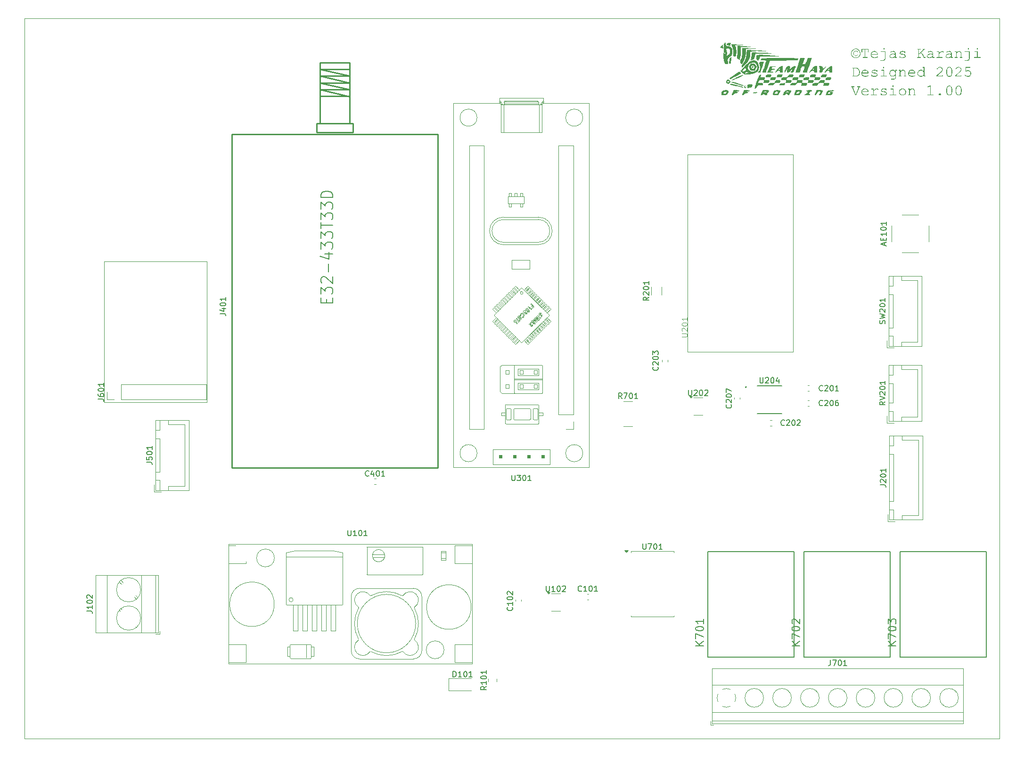
<source format=gto>
%TF.GenerationSoftware,KiCad,Pcbnew,8.0.4*%
%TF.CreationDate,2025-02-08T22:12:46+05:30*%
%TF.ProjectId,CAR PCB,43415220-5043-4422-9e6b-696361645f70,rev?*%
%TF.SameCoordinates,Original*%
%TF.FileFunction,Legend,Top*%
%TF.FilePolarity,Positive*%
%FSLAX46Y46*%
G04 Gerber Fmt 4.6, Leading zero omitted, Abs format (unit mm)*
G04 Created by KiCad (PCBNEW 8.0.4) date 2025-02-08 22:12:46*
%MOMM*%
%LPD*%
G01*
G04 APERTURE LIST*
%ADD10C,0.100000*%
%ADD11C,0.150000*%
%ADD12C,0.203000*%
%ADD13C,0.000000*%
%ADD14C,0.120000*%
%ADD15C,0.127000*%
%ADD16C,0.254000*%
%ADD17C,0.200000*%
%TA.AperFunction,Profile*%
%ADD18C,0.050000*%
%TD*%
G04 APERTURE END LIST*
D10*
X68275200Y-78943200D02*
X86715600Y-78943200D01*
X86715600Y-104190800D01*
X68275200Y-104190800D01*
X68275200Y-78943200D01*
G36*
X203658234Y-41046560D02*
G01*
X203667515Y-41081731D01*
X203667515Y-41271263D01*
X203664096Y-41299107D01*
X203652372Y-41312296D01*
X203634787Y-41317181D01*
X203613294Y-41308388D01*
X203601570Y-41279567D01*
X203560812Y-41190541D01*
X203531716Y-41165262D01*
X203441170Y-41117227D01*
X203339890Y-41098601D01*
X203325575Y-41098339D01*
X203223481Y-41112931D01*
X203134630Y-41161284D01*
X203108199Y-41186755D01*
X203047293Y-41273274D01*
X203011668Y-41366258D01*
X203001221Y-41456399D01*
X203001221Y-41573147D01*
X203016059Y-41678019D01*
X203060572Y-41766954D01*
X203106734Y-41817390D01*
X203190837Y-41874543D01*
X203284146Y-41905318D01*
X203351465Y-41911179D01*
X203456445Y-41894556D01*
X203544067Y-41850592D01*
X203624247Y-41779151D01*
X203631856Y-41770496D01*
X203660677Y-41754864D01*
X203684124Y-41762680D01*
X203692428Y-41783685D01*
X203629519Y-41865842D01*
X203589358Y-41897502D01*
X203500856Y-41946841D01*
X203402842Y-41971027D01*
X203354396Y-41973706D01*
X203256636Y-41962766D01*
X203161646Y-41926767D01*
X203143859Y-41916553D01*
X203065867Y-41853548D01*
X202999976Y-41771769D01*
X202976308Y-41734348D01*
X202942047Y-41640185D01*
X202935275Y-41564843D01*
X202935275Y-41433929D01*
X202949907Y-41329080D01*
X202989027Y-41236710D01*
X203039323Y-41163796D01*
X203111909Y-41096305D01*
X203208503Y-41050936D01*
X203311543Y-41035938D01*
X203322645Y-41035813D01*
X203420199Y-41044686D01*
X203516599Y-41074942D01*
X203601570Y-41126671D01*
X203601570Y-41079777D01*
X203610851Y-41046071D01*
X203635764Y-41035813D01*
X203658234Y-41046560D01*
G37*
G36*
X203434983Y-40666691D02*
G01*
X203536428Y-40684794D01*
X203632839Y-40714967D01*
X203724218Y-40757208D01*
X203810564Y-40811519D01*
X203891877Y-40877899D01*
X203922993Y-40907830D01*
X203993919Y-40987588D01*
X204052824Y-41072379D01*
X204099707Y-41162203D01*
X204134569Y-41257059D01*
X204157409Y-41356948D01*
X204168229Y-41461870D01*
X204169190Y-41505248D01*
X204163180Y-41611901D01*
X204145148Y-41713570D01*
X204115094Y-41810253D01*
X204073020Y-41901952D01*
X204018924Y-41988665D01*
X203952806Y-42070393D01*
X203922993Y-42101689D01*
X203843693Y-42172896D01*
X203759360Y-42232034D01*
X203669995Y-42279104D01*
X203575596Y-42314104D01*
X203476165Y-42337035D01*
X203371701Y-42347897D01*
X203328506Y-42348863D01*
X203222299Y-42342828D01*
X203121053Y-42324725D01*
X203024768Y-42294552D01*
X202933444Y-42252310D01*
X202847081Y-42198000D01*
X202765679Y-42131620D01*
X202734508Y-42101689D01*
X202663723Y-42021955D01*
X202604935Y-41937235D01*
X202558145Y-41847531D01*
X202523352Y-41752841D01*
X202500557Y-41653167D01*
X202489759Y-41548507D01*
X202488800Y-41505248D01*
X202580635Y-41505248D01*
X202588328Y-41618557D01*
X202611409Y-41725479D01*
X202649878Y-41826011D01*
X202703733Y-41920155D01*
X202772976Y-42007911D01*
X202799476Y-42035743D01*
X202884885Y-42110281D01*
X202976614Y-42169398D01*
X203074662Y-42213092D01*
X203179030Y-42241365D01*
X203289718Y-42254217D01*
X203328018Y-42255073D01*
X203441276Y-42247363D01*
X203548043Y-42224230D01*
X203648318Y-42185676D01*
X203742101Y-42131700D01*
X203829393Y-42062303D01*
X203857048Y-42035743D01*
X203931254Y-41950117D01*
X203990107Y-41858102D01*
X204033607Y-41759699D01*
X204061754Y-41654908D01*
X204074548Y-41543727D01*
X204075401Y-41505248D01*
X204067725Y-41391623D01*
X204044695Y-41284490D01*
X204006313Y-41183849D01*
X203952577Y-41089699D01*
X203883489Y-41002041D01*
X203857048Y-40974264D01*
X203771920Y-40899560D01*
X203680300Y-40840312D01*
X203582189Y-40796520D01*
X203477586Y-40768184D01*
X203366492Y-40755304D01*
X203328018Y-40754445D01*
X203215224Y-40762173D01*
X203108749Y-40785357D01*
X203008594Y-40823997D01*
X202914759Y-40878093D01*
X202827244Y-40947645D01*
X202799476Y-40974264D01*
X202725104Y-41059758D01*
X202666120Y-41151744D01*
X202622522Y-41250222D01*
X202594312Y-41355191D01*
X202581490Y-41466652D01*
X202580635Y-41505248D01*
X202488800Y-41505248D01*
X202494798Y-41398313D01*
X202512794Y-41296411D01*
X202542788Y-41199541D01*
X202584779Y-41107704D01*
X202638768Y-41020900D01*
X202704754Y-40939129D01*
X202734508Y-40907830D01*
X202813925Y-40836623D01*
X202898303Y-40777484D01*
X202987643Y-40730415D01*
X203081943Y-40695415D01*
X203181205Y-40672484D01*
X203285428Y-40661622D01*
X203328506Y-40660656D01*
X203434983Y-40666691D01*
G37*
G36*
X205070446Y-40848235D02*
G01*
X205070446Y-42192547D01*
X205369888Y-42192547D01*
X205428995Y-42209644D01*
X205447069Y-42255073D01*
X205428995Y-42300014D01*
X205369888Y-42317600D01*
X204654257Y-42317600D01*
X204594661Y-42300014D01*
X204577076Y-42255073D01*
X204594661Y-42209644D01*
X204654257Y-42192547D01*
X204953698Y-42192547D01*
X204953698Y-40848235D01*
X204480844Y-40848235D01*
X204480844Y-41223392D01*
X204464724Y-41295687D01*
X204423203Y-41317181D01*
X204381682Y-41295687D01*
X204365562Y-41223392D01*
X204365562Y-40723182D01*
X205658583Y-40723182D01*
X205658583Y-41223392D01*
X205642463Y-41295687D01*
X205600942Y-41317181D01*
X205558932Y-41295687D01*
X205543301Y-41223392D01*
X205543301Y-40848235D01*
X205070446Y-40848235D01*
G37*
G36*
X206775221Y-41104779D02*
G01*
X206885955Y-41128571D01*
X206987104Y-41169895D01*
X207078670Y-41228749D01*
X207138206Y-41281521D01*
X207209276Y-41366616D01*
X207262627Y-41462042D01*
X207298260Y-41567799D01*
X207314701Y-41666672D01*
X207318458Y-41754864D01*
X206142184Y-41754864D01*
X206165265Y-41855248D01*
X206204222Y-41945373D01*
X206267025Y-42034503D01*
X206329763Y-42094850D01*
X206413080Y-42151270D01*
X206505739Y-42191570D01*
X206607741Y-42215750D01*
X206719086Y-42223810D01*
X206817821Y-42218521D01*
X206919853Y-42202653D01*
X206989707Y-42186197D01*
X207088602Y-42154186D01*
X207179150Y-42111755D01*
X207220760Y-42085569D01*
X207266190Y-42067495D01*
X207304291Y-42084103D01*
X207320900Y-42123182D01*
X207298918Y-42167146D01*
X207214554Y-42227496D01*
X207124036Y-42269297D01*
X207064445Y-42291221D01*
X206969189Y-42319085D01*
X206872464Y-42337830D01*
X206774272Y-42347455D01*
X206719086Y-42348863D01*
X206611329Y-42342165D01*
X206510441Y-42322072D01*
X206416423Y-42288584D01*
X206329274Y-42241701D01*
X206248994Y-42181423D01*
X206223761Y-42158353D01*
X206156362Y-42084096D01*
X206095353Y-41990343D01*
X206053325Y-41888923D01*
X206030278Y-41779836D01*
X206025436Y-41697223D01*
X206031188Y-41629812D01*
X206143649Y-41629812D01*
X207201709Y-41629812D01*
X207173588Y-41533753D01*
X207121496Y-41439528D01*
X207055851Y-41365984D01*
X207020970Y-41336720D01*
X206934369Y-41281937D01*
X206838881Y-41245083D01*
X206734506Y-41226158D01*
X206672679Y-41223392D01*
X206575104Y-41230383D01*
X206473799Y-41254962D01*
X206381458Y-41297239D01*
X206324878Y-41335255D01*
X206251689Y-41403583D01*
X206190762Y-41492827D01*
X206154282Y-41585138D01*
X206143649Y-41629812D01*
X206031188Y-41629812D01*
X206034342Y-41592854D01*
X206061059Y-41495171D01*
X206105588Y-41404173D01*
X206167929Y-41319860D01*
X206211549Y-41274683D01*
X206297228Y-41205971D01*
X206391415Y-41154135D01*
X206494110Y-41119177D01*
X206605314Y-41101095D01*
X206672679Y-41098339D01*
X206775221Y-41104779D01*
G37*
G36*
X208539672Y-40566867D02*
G01*
X208539672Y-40848235D01*
X208369190Y-40848235D01*
X208369190Y-40566867D01*
X208539672Y-40566867D01*
G37*
G36*
X208546511Y-41254655D02*
G01*
X207861165Y-41254655D01*
X207801570Y-41237069D01*
X207783984Y-41191151D01*
X207801081Y-41147188D01*
X207861165Y-41129602D01*
X208662282Y-41129602D01*
X208662282Y-42400154D01*
X208653764Y-42503331D01*
X208625311Y-42599913D01*
X208601709Y-42645373D01*
X208537208Y-42725035D01*
X208456719Y-42786281D01*
X208420481Y-42806574D01*
X208322387Y-42839734D01*
X208221179Y-42849072D01*
X207854326Y-42849072D01*
X207794731Y-42831975D01*
X207777146Y-42787523D01*
X207794731Y-42741605D01*
X207854326Y-42724020D01*
X208218248Y-42724020D01*
X208320555Y-42710624D01*
X208413404Y-42665881D01*
X208455652Y-42628765D01*
X208514479Y-42544350D01*
X208543316Y-42445102D01*
X208546511Y-42394292D01*
X208546511Y-41254655D01*
G37*
G36*
X210143462Y-41104964D02*
G01*
X210245141Y-41128256D01*
X210340262Y-41173803D01*
X210380774Y-41204341D01*
X210450581Y-41280171D01*
X210493686Y-41370400D01*
X210503384Y-41443210D01*
X210503384Y-42192547D01*
X210657257Y-42192547D01*
X210717341Y-42209644D01*
X210735415Y-42255073D01*
X210717341Y-42300014D01*
X210657257Y-42317600D01*
X210386636Y-42317600D01*
X210386636Y-42130998D01*
X210307186Y-42193762D01*
X210209641Y-42255036D01*
X210109692Y-42300992D01*
X210007339Y-42331629D01*
X209902582Y-42346948D01*
X209849302Y-42348863D01*
X209751177Y-42342299D01*
X209654363Y-42319222D01*
X209563649Y-42274094D01*
X209524947Y-42243838D01*
X209458479Y-42165699D01*
X209417434Y-42067685D01*
X209408199Y-41985429D01*
X209408345Y-41984452D01*
X209523482Y-41984452D01*
X209546505Y-42082927D01*
X209605059Y-42154934D01*
X209691172Y-42202017D01*
X209787755Y-42221389D01*
X209843929Y-42223810D01*
X209944212Y-42216999D01*
X210047950Y-42194033D01*
X210121877Y-42166169D01*
X210211125Y-42118181D01*
X210293862Y-42060632D01*
X210369631Y-41997498D01*
X210386636Y-41982010D01*
X210386636Y-41736302D01*
X210286899Y-41713751D01*
X210214689Y-41703084D01*
X210115776Y-41694699D01*
X210023691Y-41692338D01*
X209918889Y-41697363D01*
X209811994Y-41715414D01*
X209718839Y-41746594D01*
X209630460Y-41797362D01*
X209557331Y-41871641D01*
X209524422Y-41964298D01*
X209523482Y-41984452D01*
X209408345Y-41984452D01*
X209423226Y-41884860D01*
X209468306Y-41792592D01*
X209534574Y-41716647D01*
X209562072Y-41692826D01*
X209647863Y-41637902D01*
X209751361Y-41598671D01*
X209856447Y-41577216D01*
X209957312Y-41568389D01*
X210011479Y-41567285D01*
X210110854Y-41571246D01*
X210184403Y-41578521D01*
X210281856Y-41592565D01*
X210379873Y-41611720D01*
X210386636Y-41613203D01*
X210386636Y-41440279D01*
X210355638Y-41344539D01*
X210298709Y-41288360D01*
X210204942Y-41243948D01*
X210107656Y-41226500D01*
X210034927Y-41223392D01*
X209929422Y-41232800D01*
X209824038Y-41254494D01*
X209715961Y-41284353D01*
X209656839Y-41303015D01*
X209600663Y-41317181D01*
X209562561Y-41300084D01*
X209546929Y-41256609D01*
X209560607Y-41218018D01*
X209655312Y-41176527D01*
X209715945Y-41158911D01*
X209816634Y-41132411D01*
X209914291Y-41111649D01*
X210018773Y-41098872D01*
X210040300Y-41098339D01*
X210143462Y-41104964D01*
G37*
G36*
X212116364Y-41223392D02*
G01*
X212132484Y-41152073D01*
X212174005Y-41129602D01*
X212216504Y-41147188D01*
X212233112Y-41205806D01*
X212233112Y-41398758D01*
X212216504Y-41456399D01*
X212174005Y-41473496D01*
X212134438Y-41459819D01*
X212116364Y-41415366D01*
X212072391Y-41325510D01*
X212030879Y-41292757D01*
X211936082Y-41250487D01*
X211831323Y-41228878D01*
X211732903Y-41223392D01*
X211630696Y-41229110D01*
X211533266Y-41248879D01*
X211438767Y-41291240D01*
X211431996Y-41295687D01*
X211362310Y-41368617D01*
X211350907Y-41417320D01*
X211392350Y-41506188D01*
X211447139Y-41543838D01*
X211542638Y-41575345D01*
X211642580Y-41592190D01*
X211697243Y-41598549D01*
X211795354Y-41610226D01*
X211900820Y-41626270D01*
X211998133Y-41647454D01*
X212030879Y-41657655D01*
X212121279Y-41698780D01*
X212202437Y-41759955D01*
X212229204Y-41790523D01*
X212278297Y-41878573D01*
X212294661Y-41973706D01*
X212277922Y-42070646D01*
X212227704Y-42159967D01*
X212153000Y-42234557D01*
X212063120Y-42289812D01*
X211965644Y-42323747D01*
X211866778Y-42341718D01*
X211755244Y-42348751D01*
X211738276Y-42348863D01*
X211639180Y-42343745D01*
X211532381Y-42324838D01*
X211435072Y-42292000D01*
X211347252Y-42245230D01*
X211290335Y-42203294D01*
X211284961Y-42277544D01*
X211264933Y-42305876D01*
X211232693Y-42317600D01*
X211191661Y-42300503D01*
X211175052Y-42243838D01*
X211175052Y-42016204D01*
X211190684Y-41959539D01*
X211232693Y-41942442D01*
X211274703Y-41957586D01*
X211291800Y-41997641D01*
X211323552Y-42090454D01*
X211400548Y-42152014D01*
X211476448Y-42186197D01*
X211577507Y-42211909D01*
X211678715Y-42222488D01*
X211734368Y-42223810D01*
X211839759Y-42218986D01*
X211941099Y-42202028D01*
X212040191Y-42164719D01*
X212069469Y-42146630D01*
X212144603Y-42076986D01*
X212179379Y-41982498D01*
X212147946Y-41888305D01*
X212068004Y-41823740D01*
X211969246Y-41784608D01*
X211864803Y-41760499D01*
X211766755Y-41746775D01*
X211740230Y-41744117D01*
X211640365Y-41732882D01*
X211536915Y-41716090D01*
X211437946Y-41689697D01*
X211431996Y-41687453D01*
X211344444Y-41638982D01*
X211286427Y-41579498D01*
X211242785Y-41489858D01*
X211234159Y-41424159D01*
X211254629Y-41320409D01*
X211316041Y-41234108D01*
X211379728Y-41186267D01*
X211476242Y-41139899D01*
X211572567Y-41112851D01*
X211677857Y-41099713D01*
X211727529Y-41098339D01*
X211827781Y-41104323D01*
X211931935Y-41125817D01*
X212024976Y-41162941D01*
X212116364Y-41223392D01*
G37*
G36*
X214721458Y-41692338D02*
G01*
X214721458Y-42192547D01*
X214934438Y-42192547D01*
X214994522Y-42209644D01*
X215012596Y-42255073D01*
X214994522Y-42300014D01*
X214934438Y-42317600D01*
X214450837Y-42317600D01*
X214391242Y-42300014D01*
X214373656Y-42255073D01*
X214391242Y-42209644D01*
X214450837Y-42192547D01*
X214606176Y-42192547D01*
X214606176Y-40848235D01*
X214450837Y-40848235D01*
X214391242Y-40831138D01*
X214373656Y-40785708D01*
X214391242Y-40740279D01*
X214450837Y-40723182D01*
X214934438Y-40723182D01*
X214994522Y-40740279D01*
X215012596Y-40785708D01*
X214994522Y-40831138D01*
X214934438Y-40848235D01*
X214721458Y-40848235D01*
X214721458Y-41536022D01*
X215518178Y-40848235D01*
X215391661Y-40848235D01*
X215331088Y-40831138D01*
X215313503Y-40785708D01*
X215331088Y-40740279D01*
X215391661Y-40723182D01*
X215731158Y-40723182D01*
X215790265Y-40740279D01*
X215808339Y-40785708D01*
X215790265Y-40831138D01*
X215731158Y-40848235D01*
X215684264Y-40848235D01*
X215049721Y-41400712D01*
X215141398Y-41441500D01*
X215228375Y-41493237D01*
X215284682Y-41536999D01*
X215353765Y-41609311D01*
X215415522Y-41695148D01*
X215464933Y-41779288D01*
X215508608Y-41868673D01*
X215552625Y-41968339D01*
X215592410Y-42062243D01*
X215629998Y-42153037D01*
X215646162Y-42192547D01*
X215790265Y-42192547D01*
X215850349Y-42209644D01*
X215868423Y-42255073D01*
X215850349Y-42300014D01*
X215790265Y-42317600D01*
X215567515Y-42317600D01*
X215523109Y-42198241D01*
X215480504Y-42090026D01*
X215439700Y-41992955D01*
X215391228Y-41887287D01*
X215345571Y-41799030D01*
X215286380Y-41704723D01*
X215262700Y-41674752D01*
X215188276Y-41601663D01*
X215104036Y-41543411D01*
X215009982Y-41499997D01*
X214953489Y-41482289D01*
X214721458Y-41692338D01*
G37*
G36*
X216865025Y-41104964D02*
G01*
X216966704Y-41128256D01*
X217061825Y-41173803D01*
X217102338Y-41204341D01*
X217172144Y-41280171D01*
X217215249Y-41370400D01*
X217224947Y-41443210D01*
X217224947Y-42192547D01*
X217378820Y-42192547D01*
X217438904Y-42209644D01*
X217456978Y-42255073D01*
X217438904Y-42300014D01*
X217378820Y-42317600D01*
X217108199Y-42317600D01*
X217108199Y-42130998D01*
X217028749Y-42193762D01*
X216931204Y-42255036D01*
X216831256Y-42300992D01*
X216728903Y-42331629D01*
X216624145Y-42346948D01*
X216570865Y-42348863D01*
X216472741Y-42342299D01*
X216375926Y-42319222D01*
X216285213Y-42274094D01*
X216246511Y-42243838D01*
X216180042Y-42165699D01*
X216138997Y-42067685D01*
X216129763Y-41985429D01*
X216129909Y-41984452D01*
X216245045Y-41984452D01*
X216268068Y-42082927D01*
X216326622Y-42154934D01*
X216412735Y-42202017D01*
X216509318Y-42221389D01*
X216565492Y-42223810D01*
X216665775Y-42216999D01*
X216769513Y-42194033D01*
X216843440Y-42166169D01*
X216932688Y-42118181D01*
X217015425Y-42060632D01*
X217091194Y-41997498D01*
X217108199Y-41982010D01*
X217108199Y-41736302D01*
X217008462Y-41713751D01*
X216936252Y-41703084D01*
X216837339Y-41694699D01*
X216745254Y-41692338D01*
X216640452Y-41697363D01*
X216533557Y-41715414D01*
X216440402Y-41746594D01*
X216352024Y-41797362D01*
X216278894Y-41871641D01*
X216245985Y-41964298D01*
X216245045Y-41984452D01*
X216129909Y-41984452D01*
X216144789Y-41884860D01*
X216189869Y-41792592D01*
X216256137Y-41716647D01*
X216283636Y-41692826D01*
X216369426Y-41637902D01*
X216472924Y-41598671D01*
X216578010Y-41577216D01*
X216678875Y-41568389D01*
X216733042Y-41567285D01*
X216832417Y-41571246D01*
X216905966Y-41578521D01*
X217003419Y-41592565D01*
X217101436Y-41611720D01*
X217108199Y-41613203D01*
X217108199Y-41440279D01*
X217077202Y-41344539D01*
X217020272Y-41288360D01*
X216926506Y-41243948D01*
X216829219Y-41226500D01*
X216756490Y-41223392D01*
X216650985Y-41232800D01*
X216545601Y-41254494D01*
X216437524Y-41284353D01*
X216378402Y-41303015D01*
X216322226Y-41317181D01*
X216284124Y-41300084D01*
X216268492Y-41256609D01*
X216282170Y-41218018D01*
X216376875Y-41176527D01*
X216437509Y-41158911D01*
X216538198Y-41132411D01*
X216635854Y-41111649D01*
X216740336Y-41098872D01*
X216761863Y-41098339D01*
X216865025Y-41104964D01*
G37*
G36*
X218318667Y-41129602D02*
G01*
X218318667Y-41420251D01*
X218399130Y-41348633D01*
X218482932Y-41278058D01*
X218565425Y-41214516D01*
X218648620Y-41160764D01*
X218655722Y-41156957D01*
X218750330Y-41116886D01*
X218850439Y-41098568D01*
X218862351Y-41098339D01*
X218961758Y-41115803D01*
X219048298Y-41163895D01*
X219053838Y-41168193D01*
X219125725Y-41235564D01*
X219142742Y-41273217D01*
X219125645Y-41317181D01*
X219082170Y-41334278D01*
X219058723Y-41329393D01*
X219023063Y-41298618D01*
X218944037Y-41239399D01*
X218939532Y-41237558D01*
X218869679Y-41223392D01*
X218768918Y-41244229D01*
X218687474Y-41282498D01*
X218605700Y-41336089D01*
X218518368Y-41402935D01*
X218440086Y-41467054D01*
X218350848Y-41543161D01*
X218318667Y-41571193D01*
X218318667Y-42192547D01*
X218829623Y-42192547D01*
X218889707Y-42209644D01*
X218907781Y-42255073D01*
X218889707Y-42300014D01*
X218829623Y-42317600D01*
X217923970Y-42317600D01*
X217864864Y-42300014D01*
X217847278Y-42255073D01*
X217864375Y-42210621D01*
X217923970Y-42192547D01*
X218202896Y-42192547D01*
X218202896Y-41254655D01*
X217989916Y-41254655D01*
X217930809Y-41237558D01*
X217913224Y-41192128D01*
X217930321Y-41147676D01*
X217989916Y-41129602D01*
X218318667Y-41129602D01*
G37*
G36*
X220225807Y-41104964D02*
G01*
X220327486Y-41128256D01*
X220422607Y-41173803D01*
X220463119Y-41204341D01*
X220532925Y-41280171D01*
X220576030Y-41370400D01*
X220585729Y-41443210D01*
X220585729Y-42192547D01*
X220739602Y-42192547D01*
X220799686Y-42209644D01*
X220817760Y-42255073D01*
X220799686Y-42300014D01*
X220739602Y-42317600D01*
X220468981Y-42317600D01*
X220468981Y-42130998D01*
X220389530Y-42193762D01*
X220291986Y-42255036D01*
X220192037Y-42300992D01*
X220089684Y-42331629D01*
X219984927Y-42346948D01*
X219931647Y-42348863D01*
X219833522Y-42342299D01*
X219736707Y-42319222D01*
X219645994Y-42274094D01*
X219607292Y-42243838D01*
X219540823Y-42165699D01*
X219499779Y-42067685D01*
X219490544Y-41985429D01*
X219490690Y-41984452D01*
X219605827Y-41984452D01*
X219628850Y-42082927D01*
X219687404Y-42154934D01*
X219773517Y-42202017D01*
X219870099Y-42221389D01*
X219926273Y-42223810D01*
X220026556Y-42216999D01*
X220130295Y-42194033D01*
X220204222Y-42166169D01*
X220293470Y-42118181D01*
X220376207Y-42060632D01*
X220451976Y-41997498D01*
X220468981Y-41982010D01*
X220468981Y-41736302D01*
X220369244Y-41713751D01*
X220297034Y-41703084D01*
X220198121Y-41694699D01*
X220106036Y-41692338D01*
X220001233Y-41697363D01*
X219894339Y-41715414D01*
X219801183Y-41746594D01*
X219712805Y-41797362D01*
X219639675Y-41871641D01*
X219606767Y-41964298D01*
X219605827Y-41984452D01*
X219490690Y-41984452D01*
X219505571Y-41884860D01*
X219550651Y-41792592D01*
X219616918Y-41716647D01*
X219644417Y-41692826D01*
X219730207Y-41637902D01*
X219833705Y-41598671D01*
X219938792Y-41577216D01*
X220039656Y-41568389D01*
X220093824Y-41567285D01*
X220193198Y-41571246D01*
X220266748Y-41578521D01*
X220364201Y-41592565D01*
X220462218Y-41611720D01*
X220468981Y-41613203D01*
X220468981Y-41440279D01*
X220437983Y-41344539D01*
X220381054Y-41288360D01*
X220287287Y-41243948D01*
X220190000Y-41226500D01*
X220117271Y-41223392D01*
X220011767Y-41232800D01*
X219906383Y-41254494D01*
X219798305Y-41284353D01*
X219739183Y-41303015D01*
X219683007Y-41317181D01*
X219644906Y-41300084D01*
X219629274Y-41256609D01*
X219642952Y-41218018D01*
X219737657Y-41176527D01*
X219798290Y-41158911D01*
X219898979Y-41132411D01*
X219996635Y-41111649D01*
X220101118Y-41098872D01*
X220122645Y-41098339D01*
X220225807Y-41104964D01*
G37*
G36*
X221444487Y-41129602D02*
G01*
X221444487Y-41317181D01*
X221517865Y-41247123D01*
X221599747Y-41182826D01*
X221662840Y-41145722D01*
X221759798Y-41111712D01*
X221859975Y-41098756D01*
X221882659Y-41098339D01*
X221986031Y-41107449D01*
X222081825Y-41134779D01*
X222123482Y-41153538D01*
X222205279Y-41215997D01*
X222262700Y-41287872D01*
X222307580Y-41376522D01*
X222325166Y-41473685D01*
X222325227Y-41479847D01*
X222325227Y-42192547D01*
X222422435Y-42192547D01*
X222481542Y-42209644D01*
X222499616Y-42255073D01*
X222481542Y-42300014D01*
X222422435Y-42317600D01*
X222113224Y-42317600D01*
X222052652Y-42300014D01*
X222035066Y-42255073D01*
X222052652Y-42209644D01*
X222113224Y-42192547D01*
X222209455Y-42192547D01*
X222209455Y-41506225D01*
X222192345Y-41409373D01*
X222136038Y-41321166D01*
X222120063Y-41305457D01*
X222037750Y-41252323D01*
X221935283Y-41226277D01*
X221881193Y-41223392D01*
X221781037Y-41233803D01*
X221688637Y-41267859D01*
X221683356Y-41270775D01*
X221603636Y-41332014D01*
X221534561Y-41401519D01*
X221463624Y-41481921D01*
X221444487Y-41504759D01*
X221444487Y-42192547D01*
X221574913Y-42192547D01*
X221633531Y-42209644D01*
X221651605Y-42255073D01*
X221633531Y-42300014D01*
X221574913Y-42317600D01*
X221198290Y-42317600D01*
X221139183Y-42300014D01*
X221121598Y-42255073D01*
X221139183Y-42209644D01*
X221198290Y-42192547D01*
X221328716Y-42192547D01*
X221328716Y-41254655D01*
X221231507Y-41254655D01*
X221171912Y-41237558D01*
X221154326Y-41192128D01*
X221171912Y-41147676D01*
X221231507Y-41129602D01*
X221444487Y-41129602D01*
G37*
G36*
X223663189Y-40566867D02*
G01*
X223663189Y-40848235D01*
X223492707Y-40848235D01*
X223492707Y-40566867D01*
X223663189Y-40566867D01*
G37*
G36*
X223670028Y-41254655D02*
G01*
X222984682Y-41254655D01*
X222925087Y-41237069D01*
X222907502Y-41191151D01*
X222924599Y-41147188D01*
X222984682Y-41129602D01*
X223785799Y-41129602D01*
X223785799Y-42400154D01*
X223777281Y-42503331D01*
X223748828Y-42599913D01*
X223725227Y-42645373D01*
X223660725Y-42725035D01*
X223580236Y-42786281D01*
X223543998Y-42806574D01*
X223445904Y-42839734D01*
X223344696Y-42849072D01*
X222977843Y-42849072D01*
X222918248Y-42831975D01*
X222900663Y-42787523D01*
X222918248Y-42741605D01*
X222977843Y-42724020D01*
X223341765Y-42724020D01*
X223444073Y-42710624D01*
X223536921Y-42665881D01*
X223579169Y-42628765D01*
X223637997Y-42544350D01*
X223666833Y-42445102D01*
X223670028Y-42394292D01*
X223670028Y-41254655D01*
G37*
G36*
X225235136Y-40566867D02*
G01*
X225235136Y-40848235D01*
X225064654Y-40848235D01*
X225064654Y-40566867D01*
X225235136Y-40566867D01*
G37*
G36*
X225239044Y-41129602D02*
G01*
X225239044Y-42192547D01*
X225692847Y-42192547D01*
X225752931Y-42209644D01*
X225771005Y-42255073D01*
X225752931Y-42300014D01*
X225692847Y-42317600D01*
X224670446Y-42317600D01*
X224611340Y-42300014D01*
X224593754Y-42255073D01*
X224611340Y-42209644D01*
X224670446Y-42192547D01*
X225123761Y-42192547D01*
X225123761Y-41254655D01*
X224787194Y-41254655D01*
X224727599Y-41237069D01*
X224709037Y-41193105D01*
X224726622Y-41147188D01*
X224787194Y-41129602D01*
X225239044Y-41129602D01*
G37*
G36*
X203509338Y-44091631D02*
G01*
X203607798Y-44116979D01*
X203669469Y-44143266D01*
X203757989Y-44194509D01*
X203836486Y-44260648D01*
X203853140Y-44279553D01*
X203915813Y-44361890D01*
X203968278Y-44447089D01*
X204014198Y-44544113D01*
X204017760Y-44553105D01*
X204045142Y-44652295D01*
X204056838Y-44757459D01*
X204057816Y-44801256D01*
X204057816Y-44959526D01*
X204051595Y-45057594D01*
X204032931Y-45153962D01*
X204001826Y-45248630D01*
X203979169Y-45300489D01*
X203926937Y-45389764D01*
X203858166Y-45472394D01*
X203783153Y-45540263D01*
X203718318Y-45587718D01*
X203629246Y-45635117D01*
X203531778Y-45664960D01*
X203425914Y-45677248D01*
X203403733Y-45677600D01*
X202782868Y-45677600D01*
X202723273Y-45660014D01*
X202705687Y-45615073D01*
X202723273Y-45569644D01*
X202782868Y-45552547D01*
X202880565Y-45552547D01*
X202995848Y-45552547D01*
X203414968Y-45552547D01*
X203512853Y-45541638D01*
X203606352Y-45508910D01*
X203687543Y-45460223D01*
X203767414Y-45392086D01*
X203832393Y-45315290D01*
X203878541Y-45237962D01*
X203917536Y-45141357D01*
X203938533Y-45045713D01*
X203942533Y-44982484D01*
X203942533Y-44778297D01*
X203933984Y-44679501D01*
X203908339Y-44592184D01*
X203865268Y-44504142D01*
X203810794Y-44419535D01*
X203768144Y-44365038D01*
X203693024Y-44298466D01*
X203622575Y-44257083D01*
X203529030Y-44222021D01*
X203428831Y-44208425D01*
X203414968Y-44208235D01*
X202995848Y-44208235D01*
X202995848Y-45552547D01*
X202880565Y-45552547D01*
X202880565Y-44208235D01*
X202782868Y-44208235D01*
X202723273Y-44191138D01*
X202705687Y-44145708D01*
X202723273Y-44100279D01*
X202782868Y-44083182D01*
X203403733Y-44083182D01*
X203509338Y-44091631D01*
G37*
G36*
X205094831Y-44464779D02*
G01*
X205205564Y-44488571D01*
X205306713Y-44529895D01*
X205398279Y-44588749D01*
X205457816Y-44641521D01*
X205528885Y-44726616D01*
X205582236Y-44822042D01*
X205617870Y-44927799D01*
X205634310Y-45026672D01*
X205638067Y-45114864D01*
X204461793Y-45114864D01*
X204484874Y-45215248D01*
X204523831Y-45305373D01*
X204586634Y-45394503D01*
X204649372Y-45454850D01*
X204732689Y-45511270D01*
X204825349Y-45551570D01*
X204927351Y-45575750D01*
X205038695Y-45583810D01*
X205137430Y-45578521D01*
X205239462Y-45562653D01*
X205309316Y-45546197D01*
X205408211Y-45514186D01*
X205498759Y-45471755D01*
X205540370Y-45445569D01*
X205585799Y-45427495D01*
X205623901Y-45444103D01*
X205640509Y-45483182D01*
X205618527Y-45527146D01*
X205534163Y-45587496D01*
X205443646Y-45629297D01*
X205384054Y-45651221D01*
X205288798Y-45679085D01*
X205192074Y-45697830D01*
X205093881Y-45707455D01*
X205038695Y-45708863D01*
X204930938Y-45702165D01*
X204830050Y-45682072D01*
X204736032Y-45648584D01*
X204648883Y-45601701D01*
X204568604Y-45541423D01*
X204543370Y-45518353D01*
X204475971Y-45444096D01*
X204414963Y-45350343D01*
X204372935Y-45248923D01*
X204349887Y-45139836D01*
X204345045Y-45057223D01*
X204350797Y-44989812D01*
X204463259Y-44989812D01*
X205521319Y-44989812D01*
X205493197Y-44893753D01*
X205441105Y-44799528D01*
X205375460Y-44725984D01*
X205340579Y-44696720D01*
X205253978Y-44641937D01*
X205158490Y-44605083D01*
X205054115Y-44586158D01*
X204992289Y-44583392D01*
X204894714Y-44590383D01*
X204793408Y-44614962D01*
X204701067Y-44657239D01*
X204644487Y-44695255D01*
X204571298Y-44763583D01*
X204510371Y-44852827D01*
X204473891Y-44945138D01*
X204463259Y-44989812D01*
X204350797Y-44989812D01*
X204353951Y-44952854D01*
X204380668Y-44855171D01*
X204425197Y-44764173D01*
X204487538Y-44679860D01*
X204531158Y-44634683D01*
X204616837Y-44565971D01*
X204711024Y-44514135D01*
X204813719Y-44479177D01*
X204924923Y-44461095D01*
X204992289Y-44458339D01*
X205094831Y-44464779D01*
G37*
G36*
X207075192Y-44583392D02*
G01*
X207091312Y-44512073D01*
X207132833Y-44489602D01*
X207175331Y-44507188D01*
X207191940Y-44565806D01*
X207191940Y-44758758D01*
X207175331Y-44816399D01*
X207132833Y-44833496D01*
X207093266Y-44819819D01*
X207075192Y-44775366D01*
X207031218Y-44685510D01*
X206989707Y-44652757D01*
X206894910Y-44610487D01*
X206790151Y-44588878D01*
X206691730Y-44583392D01*
X206589523Y-44589110D01*
X206492093Y-44608879D01*
X206397594Y-44651240D01*
X206390823Y-44655687D01*
X206321138Y-44728617D01*
X206309735Y-44777320D01*
X206351178Y-44866188D01*
X206405966Y-44903838D01*
X206501465Y-44935345D01*
X206601407Y-44952190D01*
X206656071Y-44958549D01*
X206754182Y-44970226D01*
X206859647Y-44986270D01*
X206956960Y-45007454D01*
X206989707Y-45017655D01*
X207080107Y-45058780D01*
X207161264Y-45119955D01*
X207188032Y-45150523D01*
X207237125Y-45238573D01*
X207253489Y-45333706D01*
X207236750Y-45430646D01*
X207186532Y-45519967D01*
X207111828Y-45594557D01*
X207021947Y-45649812D01*
X206924471Y-45683747D01*
X206825606Y-45701718D01*
X206714071Y-45708751D01*
X206697104Y-45708863D01*
X206598008Y-45703745D01*
X206491208Y-45684838D01*
X206393899Y-45652000D01*
X206306080Y-45605230D01*
X206249162Y-45563294D01*
X206243789Y-45637544D01*
X206223761Y-45665876D01*
X206191521Y-45677600D01*
X206150488Y-45660503D01*
X206133880Y-45603838D01*
X206133880Y-45376204D01*
X206149511Y-45319539D01*
X206191521Y-45302442D01*
X206233531Y-45317586D01*
X206250628Y-45357641D01*
X206282379Y-45450454D01*
X206359376Y-45512014D01*
X206435275Y-45546197D01*
X206536335Y-45571909D01*
X206637543Y-45582488D01*
X206693196Y-45583810D01*
X206798587Y-45578986D01*
X206899926Y-45562028D01*
X206999018Y-45524719D01*
X207028297Y-45506630D01*
X207103430Y-45436986D01*
X207138206Y-45342498D01*
X207106773Y-45248305D01*
X207026832Y-45183740D01*
X206928074Y-45144608D01*
X206823631Y-45120499D01*
X206725583Y-45106775D01*
X206699058Y-45104117D01*
X206599193Y-45092882D01*
X206495743Y-45076090D01*
X206396773Y-45049697D01*
X206390823Y-45047453D01*
X206303272Y-44998982D01*
X206245254Y-44939498D01*
X206201613Y-44849858D01*
X206192987Y-44784159D01*
X206213457Y-44680409D01*
X206274869Y-44594108D01*
X206338555Y-44546267D01*
X206435069Y-44499899D01*
X206531395Y-44472851D01*
X206636684Y-44459713D01*
X206686357Y-44458339D01*
X206786608Y-44464323D01*
X206890763Y-44485817D01*
X206983804Y-44522941D01*
X207075192Y-44583392D01*
G37*
G36*
X208431228Y-43926867D02*
G01*
X208431228Y-44208235D01*
X208260746Y-44208235D01*
X208260746Y-43926867D01*
X208431228Y-43926867D01*
G37*
G36*
X208435136Y-44489602D02*
G01*
X208435136Y-45552547D01*
X208888939Y-45552547D01*
X208949023Y-45569644D01*
X208967097Y-45615073D01*
X208949023Y-45660014D01*
X208888939Y-45677600D01*
X207866539Y-45677600D01*
X207807432Y-45660014D01*
X207789846Y-45615073D01*
X207807432Y-45569644D01*
X207866539Y-45552547D01*
X208319853Y-45552547D01*
X208319853Y-44614655D01*
X207983287Y-44614655D01*
X207923691Y-44597069D01*
X207905129Y-44553105D01*
X207922714Y-44507188D01*
X207983287Y-44489602D01*
X208435136Y-44489602D01*
G37*
G36*
X210070550Y-44467527D02*
G01*
X210168993Y-44495090D01*
X210259914Y-44541029D01*
X210343314Y-44605343D01*
X210419191Y-44688032D01*
X210442812Y-44719679D01*
X210442812Y-44489602D01*
X210713433Y-44489602D01*
X210772051Y-44507188D01*
X210790125Y-44552128D01*
X210772051Y-44597069D01*
X210713433Y-44614655D01*
X210558095Y-44614655D01*
X210558095Y-45761131D01*
X210547254Y-45863276D01*
X210511793Y-45960164D01*
X210508758Y-45965806D01*
X210446227Y-46046349D01*
X210398360Y-46089881D01*
X210316409Y-46150675D01*
X210258653Y-46181717D01*
X210163093Y-46205225D01*
X210089637Y-46209072D01*
X209762840Y-46209072D01*
X209703245Y-46191975D01*
X209685659Y-46147523D01*
X209703245Y-46101605D01*
X209762840Y-46084020D01*
X210093545Y-46084020D01*
X210190509Y-46071441D01*
X210277215Y-46033706D01*
X210356033Y-45967669D01*
X210412526Y-45887648D01*
X210440416Y-45792654D01*
X210442812Y-45746964D01*
X210442812Y-45415283D01*
X210369442Y-45504429D01*
X210288550Y-45575132D01*
X210200136Y-45627390D01*
X210104200Y-45661205D01*
X210000742Y-45676575D01*
X209964585Y-45677600D01*
X209863829Y-45669044D01*
X209769291Y-45643379D01*
X209680971Y-45600603D01*
X209598869Y-45540717D01*
X209554745Y-45498814D01*
X209487556Y-45416898D01*
X209436869Y-45328017D01*
X209402685Y-45232171D01*
X209385004Y-45129358D01*
X209382310Y-45067481D01*
X209499058Y-45067481D01*
X209507728Y-45165209D01*
X209538211Y-45265883D01*
X209590641Y-45356743D01*
X209637788Y-45411863D01*
X209720190Y-45479870D01*
X209811324Y-45525619D01*
X209911191Y-45549112D01*
X209970446Y-45552547D01*
X210074968Y-45541419D01*
X210170911Y-45508034D01*
X210258276Y-45452392D01*
X210303105Y-45411863D01*
X210370639Y-45327547D01*
X210416071Y-45233415D01*
X210439401Y-45129469D01*
X210442812Y-45067481D01*
X210434080Y-44969601D01*
X210403383Y-44868973D01*
X210350584Y-44778393D01*
X210303105Y-44723587D01*
X210220506Y-44655817D01*
X210129328Y-44610226D01*
X210029573Y-44586814D01*
X209970446Y-44583392D01*
X209865728Y-44594558D01*
X209769742Y-44628059D01*
X209682488Y-44683894D01*
X209637788Y-44724564D01*
X209570726Y-44808567D01*
X209525611Y-44902308D01*
X209502445Y-45005786D01*
X209499058Y-45067481D01*
X209382310Y-45067481D01*
X209390561Y-44960544D01*
X209415315Y-44860714D01*
X209456571Y-44767990D01*
X209514331Y-44682371D01*
X209554745Y-44636636D01*
X209633294Y-44567163D01*
X209718061Y-44514754D01*
X209822552Y-44475751D01*
X209920642Y-44459906D01*
X209964585Y-44458339D01*
X210070550Y-44467527D01*
G37*
G36*
X211362142Y-44489602D02*
G01*
X211362142Y-44677181D01*
X211435520Y-44607123D01*
X211517402Y-44542826D01*
X211580495Y-44505722D01*
X211677453Y-44471712D01*
X211777631Y-44458756D01*
X211800314Y-44458339D01*
X211903686Y-44467449D01*
X211999480Y-44494779D01*
X212041137Y-44513538D01*
X212122934Y-44575997D01*
X212180356Y-44647872D01*
X212225235Y-44736522D01*
X212242821Y-44833685D01*
X212242882Y-44839847D01*
X212242882Y-45552547D01*
X212340090Y-45552547D01*
X212399197Y-45569644D01*
X212417271Y-45615073D01*
X212399197Y-45660014D01*
X212340090Y-45677600D01*
X212030879Y-45677600D01*
X211970307Y-45660014D01*
X211952721Y-45615073D01*
X211970307Y-45569644D01*
X212030879Y-45552547D01*
X212127111Y-45552547D01*
X212127111Y-44866225D01*
X212110000Y-44769373D01*
X212053693Y-44681166D01*
X212037718Y-44665457D01*
X211955406Y-44612323D01*
X211852939Y-44586277D01*
X211798848Y-44583392D01*
X211698692Y-44593803D01*
X211606292Y-44627859D01*
X211601012Y-44630775D01*
X211521292Y-44692014D01*
X211452216Y-44761519D01*
X211381279Y-44841921D01*
X211362142Y-44864759D01*
X211362142Y-45552547D01*
X211492568Y-45552547D01*
X211551186Y-45569644D01*
X211569260Y-45615073D01*
X211551186Y-45660014D01*
X211492568Y-45677600D01*
X211115945Y-45677600D01*
X211056839Y-45660014D01*
X211039253Y-45615073D01*
X211056839Y-45569644D01*
X211115945Y-45552547D01*
X211246371Y-45552547D01*
X211246371Y-44614655D01*
X211149162Y-44614655D01*
X211089567Y-44597558D01*
X211071982Y-44552128D01*
X211089567Y-44507676D01*
X211149162Y-44489602D01*
X211362142Y-44489602D01*
G37*
G36*
X213496785Y-44464779D02*
G01*
X213607518Y-44488571D01*
X213708667Y-44529895D01*
X213800233Y-44588749D01*
X213859769Y-44641521D01*
X213930839Y-44726616D01*
X213984190Y-44822042D01*
X214019823Y-44927799D01*
X214036264Y-45026672D01*
X214040021Y-45114864D01*
X212863747Y-45114864D01*
X212886828Y-45215248D01*
X212925785Y-45305373D01*
X212988588Y-45394503D01*
X213051326Y-45454850D01*
X213134643Y-45511270D01*
X213227303Y-45551570D01*
X213329305Y-45575750D01*
X213440649Y-45583810D01*
X213539384Y-45578521D01*
X213641416Y-45562653D01*
X213711270Y-45546197D01*
X213810165Y-45514186D01*
X213900713Y-45471755D01*
X213942324Y-45445569D01*
X213987753Y-45427495D01*
X214025855Y-45444103D01*
X214042463Y-45483182D01*
X214020481Y-45527146D01*
X213936117Y-45587496D01*
X213845600Y-45629297D01*
X213786008Y-45651221D01*
X213690752Y-45679085D01*
X213594028Y-45697830D01*
X213495835Y-45707455D01*
X213440649Y-45708863D01*
X213332892Y-45702165D01*
X213232004Y-45682072D01*
X213137986Y-45648584D01*
X213050837Y-45601701D01*
X212970558Y-45541423D01*
X212945324Y-45518353D01*
X212877925Y-45444096D01*
X212816916Y-45350343D01*
X212774889Y-45248923D01*
X212751841Y-45139836D01*
X212746999Y-45057223D01*
X212752751Y-44989812D01*
X212865213Y-44989812D01*
X213923273Y-44989812D01*
X213895151Y-44893753D01*
X213843059Y-44799528D01*
X213777414Y-44725984D01*
X213742533Y-44696720D01*
X213655932Y-44641937D01*
X213560444Y-44605083D01*
X213456069Y-44586158D01*
X213394243Y-44583392D01*
X213296668Y-44590383D01*
X213195362Y-44614962D01*
X213103021Y-44657239D01*
X213046441Y-44695255D01*
X212973252Y-44763583D01*
X212912325Y-44852827D01*
X212875845Y-44945138D01*
X212865213Y-44989812D01*
X212752751Y-44989812D01*
X212755905Y-44952854D01*
X212782622Y-44855171D01*
X212827151Y-44764173D01*
X212889492Y-44679860D01*
X212933112Y-44634683D01*
X213018791Y-44565971D01*
X213112978Y-44514135D01*
X213215673Y-44479177D01*
X213326877Y-44461095D01*
X213394243Y-44458339D01*
X213496785Y-44464779D01*
G37*
G36*
X215661305Y-45552547D02*
G01*
X215815178Y-45552547D01*
X215875261Y-45569644D01*
X215893335Y-45615073D01*
X215875261Y-45660014D01*
X215815178Y-45677600D01*
X215544557Y-45677600D01*
X215544557Y-45430914D01*
X215479169Y-45510987D01*
X215393715Y-45589160D01*
X215300635Y-45647790D01*
X215199931Y-45686876D01*
X215091602Y-45706420D01*
X215034578Y-45708863D01*
X214928333Y-45699281D01*
X214825206Y-45670536D01*
X214734159Y-45627774D01*
X214650315Y-45570014D01*
X214578301Y-45498707D01*
X214518118Y-45413852D01*
X214507502Y-45395255D01*
X214463710Y-45300010D01*
X214436137Y-45202952D01*
X214424783Y-45104081D01*
X214424459Y-45084089D01*
X214424499Y-45083601D01*
X214540230Y-45083601D01*
X214549511Y-45184168D01*
X214582141Y-45287817D01*
X214638263Y-45381421D01*
X214688730Y-45438242D01*
X214766552Y-45501928D01*
X214862641Y-45551825D01*
X214967771Y-45578693D01*
X215042882Y-45583810D01*
X215141709Y-45574712D01*
X215244495Y-45542727D01*
X215338395Y-45487712D01*
X215396057Y-45438242D01*
X215461026Y-45361488D01*
X215511927Y-45265652D01*
X215539336Y-45159770D01*
X215544557Y-45083601D01*
X215535275Y-44982454D01*
X215502646Y-44878517D01*
X215446524Y-44785012D01*
X215396057Y-44728472D01*
X215318296Y-44664999D01*
X215222422Y-44615270D01*
X215117660Y-44588492D01*
X215042882Y-44583392D01*
X214943628Y-44592459D01*
X214840506Y-44624337D01*
X214746426Y-44679167D01*
X214688730Y-44728472D01*
X214623761Y-44804889D01*
X214572859Y-44900712D01*
X214545451Y-45006968D01*
X214540230Y-45083601D01*
X214424499Y-45083601D01*
X214432569Y-44984436D01*
X214456897Y-44886978D01*
X214497446Y-44791714D01*
X214507502Y-44772924D01*
X214565318Y-44685569D01*
X214634966Y-44611571D01*
X214716444Y-44550930D01*
X214734159Y-44540405D01*
X214825349Y-44497128D01*
X214919402Y-44469880D01*
X215026166Y-44458419D01*
X215036043Y-44458339D01*
X215146050Y-44468059D01*
X215249290Y-44497220D01*
X215345764Y-44545820D01*
X215435472Y-44613861D01*
X215505059Y-44685412D01*
X215544557Y-44734822D01*
X215544557Y-44083182D01*
X215390684Y-44083182D01*
X215329623Y-44066085D01*
X215312037Y-44020656D01*
X215329623Y-43976204D01*
X215390684Y-43958130D01*
X215661305Y-43958130D01*
X215661305Y-45552547D01*
G37*
G36*
X217960118Y-45552547D02*
G01*
X218846231Y-45552547D01*
X218846231Y-45490021D01*
X218862840Y-45442149D01*
X218905338Y-45427495D01*
X218946371Y-45442149D01*
X218962980Y-45490021D01*
X218962980Y-45677600D01*
X217847278Y-45677600D01*
X217847278Y-45490021D01*
X217934908Y-45413039D01*
X218021942Y-45335721D01*
X218108381Y-45258067D01*
X218194225Y-45180077D01*
X218279474Y-45101751D01*
X218364127Y-45023090D01*
X218448184Y-44944092D01*
X218531647Y-44864759D01*
X218603210Y-44795455D01*
X218675490Y-44722736D01*
X218744626Y-44646895D01*
X218802367Y-44566256D01*
X218823273Y-44524285D01*
X218844577Y-44428263D01*
X218844766Y-44418283D01*
X218827936Y-44314579D01*
X218782940Y-44227845D01*
X218725087Y-44162805D01*
X218645727Y-44104330D01*
X218547191Y-44065022D01*
X218447395Y-44052027D01*
X218436880Y-44051919D01*
X218336870Y-44061789D01*
X218237116Y-44095071D01*
X218168702Y-44135450D01*
X218092750Y-44203365D01*
X218036670Y-44289652D01*
X218017760Y-44341591D01*
X217997243Y-44382624D01*
X217958653Y-44395813D01*
X217919086Y-44380181D01*
X217903454Y-44342568D01*
X217931504Y-44243230D01*
X217975261Y-44166225D01*
X218037177Y-44089357D01*
X218114480Y-44025816D01*
X218174564Y-43990858D01*
X218271009Y-43951864D01*
X218369103Y-43930866D01*
X218435415Y-43926867D01*
X218539371Y-43936087D01*
X218635816Y-43963747D01*
X218724751Y-44009848D01*
X218806176Y-44074389D01*
X218874136Y-44150593D01*
X218927382Y-44242161D01*
X218956053Y-44339912D01*
X218961514Y-44408514D01*
X218950154Y-44506267D01*
X218935136Y-44553105D01*
X218888463Y-44639888D01*
X218846720Y-44696720D01*
X218779471Y-44772887D01*
X218705359Y-44849251D01*
X218632055Y-44921470D01*
X218622017Y-44931193D01*
X218547139Y-45003732D01*
X218474916Y-45073154D01*
X218382744Y-45160868D01*
X218295290Y-45243040D01*
X218212553Y-45319671D01*
X218134533Y-45390761D01*
X218061229Y-45456310D01*
X217976233Y-45530453D01*
X217960118Y-45544243D01*
X217960118Y-45552547D01*
G37*
G36*
X220234508Y-43936881D02*
G01*
X220327320Y-43966923D01*
X220414855Y-44018443D01*
X220479728Y-44078786D01*
X220536328Y-44161983D01*
X220567655Y-44223866D01*
X220608321Y-44318266D01*
X220636532Y-44404117D01*
X220656141Y-44505350D01*
X220665368Y-44610817D01*
X220666818Y-44677669D01*
X220666818Y-44959526D01*
X220662489Y-45070575D01*
X220649501Y-45174135D01*
X220627856Y-45270205D01*
X220590452Y-45375604D01*
X220540581Y-45470217D01*
X220489497Y-45540824D01*
X220415583Y-45614341D01*
X220332571Y-45666853D01*
X220228308Y-45700822D01*
X220139253Y-45708863D01*
X220040457Y-45698849D01*
X219947278Y-45668807D01*
X219859362Y-45617286D01*
X219794382Y-45556944D01*
X219738653Y-45475249D01*
X219706943Y-45413817D01*
X219666277Y-45318807D01*
X219639044Y-45232101D01*
X219618486Y-45130793D01*
X219608812Y-45025830D01*
X219607292Y-44959526D01*
X219607292Y-44690370D01*
X219722575Y-44690370D01*
X219722575Y-44941940D01*
X219727059Y-45040897D01*
X219742350Y-45144900D01*
X219768492Y-45243824D01*
X219804785Y-45339949D01*
X219851816Y-45430216D01*
X219873517Y-45461689D01*
X219948103Y-45529275D01*
X219961444Y-45537404D01*
X220056258Y-45574928D01*
X220138765Y-45583810D01*
X220240495Y-45568779D01*
X220329165Y-45523686D01*
X220404775Y-45448532D01*
X220441137Y-45393789D01*
X220489223Y-45294138D01*
X220520027Y-45199731D01*
X220540313Y-45098591D01*
X220550081Y-44990720D01*
X220551047Y-44942429D01*
X220551047Y-44691347D01*
X220546562Y-44592743D01*
X220531271Y-44489238D01*
X220505129Y-44390928D01*
X220468973Y-44294551D01*
X220422451Y-44202428D01*
X220401081Y-44169644D01*
X220328773Y-44102552D01*
X220312177Y-44092952D01*
X220217827Y-44059773D01*
X220136322Y-44051919D01*
X220033883Y-44062103D01*
X219944737Y-44104744D01*
X219868882Y-44179843D01*
X219832484Y-44235590D01*
X219789658Y-44323636D01*
X219757351Y-44418087D01*
X219735562Y-44518942D01*
X219724292Y-44626203D01*
X219722575Y-44690370D01*
X219607292Y-44690370D01*
X219607292Y-44677669D01*
X219611621Y-44566198D01*
X219624609Y-44462287D01*
X219646254Y-44365938D01*
X219683658Y-44260299D01*
X219733529Y-44165548D01*
X219784612Y-44094906D01*
X219858526Y-44021389D01*
X219941539Y-43968877D01*
X220045802Y-43934908D01*
X220134857Y-43926867D01*
X220234508Y-43936881D01*
G37*
G36*
X221320900Y-45552547D02*
G01*
X222207013Y-45552547D01*
X222207013Y-45490021D01*
X222223622Y-45442149D01*
X222266120Y-45427495D01*
X222307153Y-45442149D01*
X222323761Y-45490021D01*
X222323761Y-45677600D01*
X221208060Y-45677600D01*
X221208060Y-45490021D01*
X221295690Y-45413039D01*
X221382724Y-45335721D01*
X221469163Y-45258067D01*
X221555007Y-45180077D01*
X221640255Y-45101751D01*
X221724908Y-45023090D01*
X221808966Y-44944092D01*
X221892428Y-44864759D01*
X221963991Y-44795455D01*
X222036272Y-44722736D01*
X222105408Y-44646895D01*
X222163149Y-44566256D01*
X222184054Y-44524285D01*
X222205359Y-44428263D01*
X222205548Y-44418283D01*
X222188718Y-44314579D01*
X222143721Y-44227845D01*
X222085869Y-44162805D01*
X222006509Y-44104330D01*
X221907973Y-44065022D01*
X221808177Y-44052027D01*
X221797662Y-44051919D01*
X221697652Y-44061789D01*
X221597898Y-44095071D01*
X221529483Y-44135450D01*
X221453531Y-44203365D01*
X221397452Y-44289652D01*
X221378541Y-44341591D01*
X221358025Y-44382624D01*
X221319435Y-44395813D01*
X221279867Y-44380181D01*
X221264236Y-44342568D01*
X221292285Y-44243230D01*
X221336043Y-44166225D01*
X221397959Y-44089357D01*
X221475261Y-44025816D01*
X221535345Y-43990858D01*
X221631791Y-43951864D01*
X221729885Y-43930866D01*
X221796197Y-43926867D01*
X221900152Y-43936087D01*
X221996598Y-43963747D01*
X222085533Y-44009848D01*
X222166957Y-44074389D01*
X222234918Y-44150593D01*
X222288164Y-44242161D01*
X222316835Y-44339912D01*
X222322296Y-44408514D01*
X222310936Y-44506267D01*
X222295917Y-44553105D01*
X222249244Y-44639888D01*
X222207502Y-44696720D01*
X222140253Y-44772887D01*
X222066140Y-44849251D01*
X221992837Y-44921470D01*
X221982798Y-44931193D01*
X221907921Y-45003732D01*
X221835697Y-45073154D01*
X221743526Y-45160868D01*
X221656072Y-45243040D01*
X221573335Y-45319671D01*
X221495314Y-45390761D01*
X221422011Y-45456310D01*
X221337015Y-45530453D01*
X221320900Y-45544243D01*
X221320900Y-45552547D01*
G37*
G36*
X223179588Y-44083182D02*
G01*
X223179588Y-44645918D01*
X223273018Y-44607106D01*
X223368654Y-44577064D01*
X223374494Y-44575576D01*
X223471250Y-44557280D01*
X223551814Y-44552128D01*
X223656045Y-44561562D01*
X223751361Y-44589864D01*
X223837761Y-44637033D01*
X223915248Y-44703071D01*
X223979361Y-44784464D01*
X224025157Y-44877704D01*
X224052634Y-44982790D01*
X224061650Y-45084457D01*
X224061793Y-45099721D01*
X224055989Y-45198113D01*
X224034544Y-45303700D01*
X223997298Y-45399376D01*
X223944250Y-45485142D01*
X223896685Y-45540335D01*
X223820714Y-45606002D01*
X223724215Y-45661300D01*
X223631313Y-45692405D01*
X223530511Y-45707381D01*
X223484892Y-45708863D01*
X223383808Y-45701516D01*
X223285109Y-45679477D01*
X223188795Y-45642745D01*
X223169818Y-45633636D01*
X223079859Y-45583039D01*
X222997192Y-45522719D01*
X222974913Y-45503699D01*
X222922645Y-45426029D01*
X222939253Y-45382554D01*
X222977843Y-45364969D01*
X223027181Y-45389881D01*
X223106338Y-45455787D01*
X223201988Y-45515443D01*
X223301190Y-45556539D01*
X223403946Y-45579076D01*
X223479518Y-45583810D01*
X223587474Y-45573262D01*
X223684379Y-45541615D01*
X223770233Y-45488872D01*
X223813154Y-45450454D01*
X223876910Y-45368447D01*
X223919800Y-45272452D01*
X223940408Y-45175381D01*
X223945045Y-45095325D01*
X223936003Y-44995097D01*
X223904748Y-44897419D01*
X223851167Y-44814147D01*
X223830739Y-44791975D01*
X223753545Y-44731439D01*
X223654637Y-44690745D01*
X223551998Y-44677293D01*
X223541067Y-44677181D01*
X223439715Y-44683209D01*
X223338439Y-44701292D01*
X223237241Y-44731431D01*
X223181054Y-44753385D01*
X223119016Y-44770970D01*
X223079448Y-44754850D01*
X223064305Y-44708932D01*
X223064305Y-43958130D01*
X223869330Y-43958130D01*
X223928437Y-43975715D01*
X223946511Y-44021633D01*
X223928437Y-44065597D01*
X223869330Y-44083182D01*
X223179588Y-44083182D01*
G37*
G36*
X203418876Y-49037600D02*
G01*
X203258164Y-49037600D01*
X202676866Y-47568235D01*
X202587962Y-47568235D01*
X202542533Y-47561884D01*
X202519574Y-47539414D01*
X202510781Y-47505708D01*
X202519574Y-47472003D01*
X202542533Y-47450021D01*
X202587962Y-47443182D01*
X203017830Y-47443182D01*
X203063747Y-47450021D01*
X203085729Y-47472003D01*
X203094522Y-47505708D01*
X203084752Y-47539414D01*
X203062282Y-47561884D01*
X203017830Y-47568235D01*
X202796545Y-47568235D01*
X203332414Y-48912547D01*
X203340719Y-48912547D01*
X203869749Y-47568235D01*
X203649930Y-47568235D01*
X203603035Y-47561884D01*
X203580077Y-47539414D01*
X203571284Y-47505708D01*
X203581054Y-47472003D01*
X203603524Y-47450021D01*
X203649930Y-47443182D01*
X204078332Y-47443182D01*
X204124738Y-47450021D01*
X204147697Y-47472003D01*
X204156490Y-47505708D01*
X204146720Y-47539414D01*
X204124250Y-47561884D01*
X204078332Y-47568235D01*
X203990405Y-47568235D01*
X203418876Y-49037600D01*
G37*
G36*
X205094831Y-47824779D02*
G01*
X205205564Y-47848571D01*
X205306713Y-47889895D01*
X205398279Y-47948749D01*
X205457816Y-48001521D01*
X205528885Y-48086616D01*
X205582236Y-48182042D01*
X205617870Y-48287799D01*
X205634310Y-48386672D01*
X205638067Y-48474864D01*
X204461793Y-48474864D01*
X204484874Y-48575248D01*
X204523831Y-48665373D01*
X204586634Y-48754503D01*
X204649372Y-48814850D01*
X204732689Y-48871270D01*
X204825349Y-48911570D01*
X204927351Y-48935750D01*
X205038695Y-48943810D01*
X205137430Y-48938521D01*
X205239462Y-48922653D01*
X205309316Y-48906197D01*
X205408211Y-48874186D01*
X205498759Y-48831755D01*
X205540370Y-48805569D01*
X205585799Y-48787495D01*
X205623901Y-48804103D01*
X205640509Y-48843182D01*
X205618527Y-48887146D01*
X205534163Y-48947496D01*
X205443646Y-48989297D01*
X205384054Y-49011221D01*
X205288798Y-49039085D01*
X205192074Y-49057830D01*
X205093881Y-49067455D01*
X205038695Y-49068863D01*
X204930938Y-49062165D01*
X204830050Y-49042072D01*
X204736032Y-49008584D01*
X204648883Y-48961701D01*
X204568604Y-48901423D01*
X204543370Y-48878353D01*
X204475971Y-48804096D01*
X204414963Y-48710343D01*
X204372935Y-48608923D01*
X204349887Y-48499836D01*
X204345045Y-48417223D01*
X204350797Y-48349812D01*
X204463259Y-48349812D01*
X205521319Y-48349812D01*
X205493197Y-48253753D01*
X205441105Y-48159528D01*
X205375460Y-48085984D01*
X205340579Y-48056720D01*
X205253978Y-48001937D01*
X205158490Y-47965083D01*
X205054115Y-47946158D01*
X204992289Y-47943392D01*
X204894714Y-47950383D01*
X204793408Y-47974962D01*
X204701067Y-48017239D01*
X204644487Y-48055255D01*
X204571298Y-48123583D01*
X204510371Y-48212827D01*
X204473891Y-48305138D01*
X204463259Y-48349812D01*
X204350797Y-48349812D01*
X204353951Y-48312854D01*
X204380668Y-48215171D01*
X204425197Y-48124173D01*
X204487538Y-48039860D01*
X204531158Y-47994683D01*
X204616837Y-47925971D01*
X204711024Y-47874135D01*
X204813719Y-47839177D01*
X204924923Y-47821095D01*
X204992289Y-47818339D01*
X205094831Y-47824779D01*
G37*
G36*
X206555931Y-47849602D02*
G01*
X206555931Y-48140251D01*
X206636394Y-48068633D01*
X206720196Y-47998058D01*
X206802689Y-47934516D01*
X206885884Y-47880764D01*
X206892987Y-47876957D01*
X206987594Y-47836886D01*
X207087703Y-47818568D01*
X207099616Y-47818339D01*
X207199023Y-47835803D01*
X207285562Y-47883895D01*
X207291102Y-47888193D01*
X207362990Y-47955564D01*
X207380007Y-47993217D01*
X207362910Y-48037181D01*
X207319435Y-48054278D01*
X207295987Y-48049393D01*
X207260328Y-48018618D01*
X207181302Y-47959399D01*
X207176797Y-47957558D01*
X207106943Y-47943392D01*
X207006182Y-47964229D01*
X206924738Y-48002498D01*
X206842964Y-48056089D01*
X206755632Y-48122935D01*
X206677351Y-48187054D01*
X206588112Y-48263161D01*
X206555931Y-48291193D01*
X206555931Y-48912547D01*
X207066887Y-48912547D01*
X207126971Y-48929644D01*
X207145045Y-48975073D01*
X207126971Y-49020014D01*
X207066887Y-49037600D01*
X206161235Y-49037600D01*
X206102128Y-49020014D01*
X206084543Y-48975073D01*
X206101640Y-48930621D01*
X206161235Y-48912547D01*
X206440160Y-48912547D01*
X206440160Y-47974655D01*
X206227181Y-47974655D01*
X206168074Y-47957558D01*
X206150488Y-47912128D01*
X206167585Y-47867676D01*
X206227181Y-47849602D01*
X206555931Y-47849602D01*
G37*
G36*
X208755582Y-47943392D02*
G01*
X208771703Y-47872073D01*
X208813224Y-47849602D01*
X208855722Y-47867188D01*
X208872331Y-47925806D01*
X208872331Y-48118758D01*
X208855722Y-48176399D01*
X208813224Y-48193496D01*
X208773656Y-48179819D01*
X208755582Y-48135366D01*
X208711609Y-48045510D01*
X208670097Y-48012757D01*
X208575301Y-47970487D01*
X208470542Y-47948878D01*
X208372121Y-47943392D01*
X208269914Y-47949110D01*
X208172484Y-47968879D01*
X208077985Y-48011240D01*
X208071214Y-48015687D01*
X208001528Y-48088617D01*
X207990125Y-48137320D01*
X208031569Y-48226188D01*
X208086357Y-48263838D01*
X208181856Y-48295345D01*
X208281798Y-48312190D01*
X208336462Y-48318549D01*
X208434572Y-48330226D01*
X208540038Y-48346270D01*
X208637351Y-48367454D01*
X208670097Y-48377655D01*
X208760498Y-48418780D01*
X208841655Y-48479955D01*
X208868423Y-48510523D01*
X208917515Y-48598573D01*
X208933880Y-48693706D01*
X208917141Y-48790646D01*
X208866923Y-48879967D01*
X208792219Y-48954557D01*
X208702338Y-49009812D01*
X208604862Y-49043747D01*
X208505997Y-49061718D01*
X208394462Y-49068751D01*
X208377495Y-49068863D01*
X208278399Y-49063745D01*
X208171599Y-49044838D01*
X208074290Y-49012000D01*
X207986471Y-48965230D01*
X207929553Y-48923294D01*
X207924180Y-48997544D01*
X207904152Y-49025876D01*
X207871912Y-49037600D01*
X207830879Y-49020503D01*
X207814271Y-48963838D01*
X207814271Y-48736204D01*
X207829902Y-48679539D01*
X207871912Y-48662442D01*
X207913922Y-48677586D01*
X207931019Y-48717641D01*
X207962770Y-48810454D01*
X208039766Y-48872014D01*
X208115666Y-48906197D01*
X208216726Y-48931909D01*
X208317934Y-48942488D01*
X208373587Y-48943810D01*
X208478977Y-48938986D01*
X208580317Y-48922028D01*
X208679409Y-48884719D01*
X208708688Y-48866630D01*
X208783821Y-48796986D01*
X208818597Y-48702498D01*
X208787164Y-48608305D01*
X208707222Y-48543740D01*
X208608464Y-48504608D01*
X208504022Y-48480499D01*
X208405974Y-48466775D01*
X208379448Y-48464117D01*
X208279584Y-48452882D01*
X208176133Y-48436090D01*
X208077164Y-48409697D01*
X208071214Y-48407453D01*
X207983662Y-48358982D01*
X207925645Y-48299498D01*
X207882004Y-48209858D01*
X207873377Y-48144159D01*
X207893848Y-48040409D01*
X207955260Y-47954108D01*
X208018946Y-47906267D01*
X208115460Y-47859899D01*
X208211785Y-47832851D01*
X208317075Y-47819713D01*
X208366748Y-47818339D01*
X208466999Y-47824323D01*
X208571153Y-47845817D01*
X208664195Y-47882941D01*
X208755582Y-47943392D01*
G37*
G36*
X210111619Y-47286867D02*
G01*
X210111619Y-47568235D01*
X209941137Y-47568235D01*
X209941137Y-47286867D01*
X210111619Y-47286867D01*
G37*
G36*
X210115527Y-47849602D02*
G01*
X210115527Y-48912547D01*
X210569330Y-48912547D01*
X210629414Y-48929644D01*
X210647488Y-48975073D01*
X210629414Y-49020014D01*
X210569330Y-49037600D01*
X209546929Y-49037600D01*
X209487823Y-49020014D01*
X209470237Y-48975073D01*
X209487823Y-48929644D01*
X209546929Y-48912547D01*
X210000244Y-48912547D01*
X210000244Y-47974655D01*
X209663677Y-47974655D01*
X209604082Y-47957069D01*
X209585520Y-47913105D01*
X209603105Y-47867188D01*
X209663677Y-47849602D01*
X210115527Y-47849602D01*
G37*
G36*
X211848781Y-47827105D02*
G01*
X211954248Y-47853401D01*
X212052235Y-47897229D01*
X212142742Y-47958588D01*
X212191102Y-48001521D01*
X212264763Y-48085310D01*
X212320332Y-48176392D01*
X212357808Y-48274766D01*
X212377193Y-48380434D01*
X212380146Y-48444089D01*
X212371100Y-48553544D01*
X212343962Y-48655798D01*
X212298732Y-48750854D01*
X212235410Y-48838709D01*
X212191102Y-48885680D01*
X212104869Y-48957057D01*
X212011156Y-49010903D01*
X211909964Y-49047217D01*
X211801291Y-49066000D01*
X211735834Y-49068863D01*
X211637734Y-49062405D01*
X211530447Y-49038550D01*
X211430874Y-48997116D01*
X211339014Y-48938105D01*
X211278123Y-48885192D01*
X211204843Y-48801306D01*
X211149561Y-48710362D01*
X211112278Y-48612358D01*
X211092994Y-48507295D01*
X211090056Y-48444089D01*
X211090096Y-48443601D01*
X211205338Y-48443601D01*
X211214986Y-48542580D01*
X211248903Y-48645320D01*
X211299553Y-48728988D01*
X211359700Y-48796288D01*
X211441185Y-48860829D01*
X211530792Y-48906930D01*
X211628519Y-48934590D01*
X211734368Y-48943810D01*
X211840186Y-48934651D01*
X211937823Y-48907174D01*
X212027276Y-48861378D01*
X212108548Y-48797265D01*
X212176295Y-48720023D01*
X212229374Y-48624221D01*
X212257954Y-48518992D01*
X212263398Y-48443601D01*
X212253720Y-48343431D01*
X212219695Y-48240009D01*
X212168885Y-48156317D01*
X212108548Y-48089449D01*
X212027276Y-48025549D01*
X211937823Y-47979906D01*
X211840186Y-47952520D01*
X211734368Y-47943392D01*
X211628519Y-47952581D01*
X211530792Y-47980150D01*
X211441185Y-48026098D01*
X211359700Y-48090426D01*
X211292167Y-48167454D01*
X211239256Y-48263088D01*
X211210765Y-48368227D01*
X211205338Y-48443601D01*
X211090096Y-48443601D01*
X211099055Y-48334612D01*
X211126053Y-48232287D01*
X211171049Y-48137115D01*
X211234044Y-48049095D01*
X211278123Y-48002010D01*
X211364472Y-47930443D01*
X211458536Y-47876454D01*
X211560313Y-47840042D01*
X211669804Y-47821209D01*
X211735834Y-47818339D01*
X211848781Y-47827105D01*
G37*
G36*
X213042533Y-47849602D02*
G01*
X213042533Y-48037181D01*
X213115911Y-47967123D01*
X213197793Y-47902826D01*
X213260886Y-47865722D01*
X213357844Y-47831712D01*
X213458021Y-47818756D01*
X213480705Y-47818339D01*
X213584077Y-47827449D01*
X213679871Y-47854779D01*
X213721528Y-47873538D01*
X213803325Y-47935997D01*
X213860746Y-48007872D01*
X213905626Y-48096522D01*
X213923212Y-48193685D01*
X213923273Y-48199847D01*
X213923273Y-48912547D01*
X214020481Y-48912547D01*
X214079588Y-48929644D01*
X214097662Y-48975073D01*
X214079588Y-49020014D01*
X214020481Y-49037600D01*
X213711270Y-49037600D01*
X213650698Y-49020014D01*
X213633112Y-48975073D01*
X213650698Y-48929644D01*
X213711270Y-48912547D01*
X213807502Y-48912547D01*
X213807502Y-48226225D01*
X213790391Y-48129373D01*
X213734084Y-48041166D01*
X213718109Y-48025457D01*
X213635796Y-47972323D01*
X213533329Y-47946277D01*
X213479239Y-47943392D01*
X213379083Y-47953803D01*
X213286683Y-47987859D01*
X213281402Y-47990775D01*
X213201682Y-48052014D01*
X213132607Y-48121519D01*
X213061670Y-48201921D01*
X213042533Y-48224759D01*
X213042533Y-48912547D01*
X213172959Y-48912547D01*
X213231577Y-48929644D01*
X213249651Y-48975073D01*
X213231577Y-49020014D01*
X213172959Y-49037600D01*
X212796336Y-49037600D01*
X212737229Y-49020014D01*
X212719644Y-48975073D01*
X212737229Y-48929644D01*
X212796336Y-48912547D01*
X212926762Y-48912547D01*
X212926762Y-47974655D01*
X212829553Y-47974655D01*
X212769958Y-47957558D01*
X212752372Y-47912128D01*
X212769958Y-47867676D01*
X212829553Y-47849602D01*
X213042533Y-47849602D01*
G37*
G36*
X216833182Y-47286867D02*
G01*
X216833182Y-48912547D01*
X217228855Y-48912547D01*
X217287962Y-48929644D01*
X217306036Y-48975073D01*
X217287962Y-49020014D01*
X217228855Y-49037600D01*
X216322226Y-49037600D01*
X216262631Y-49020014D01*
X216245045Y-48975073D01*
X216262631Y-48929644D01*
X216322226Y-48912547D01*
X216717899Y-48912547D01*
X216717899Y-47443182D01*
X216341277Y-47559930D01*
X216301709Y-47568235D01*
X216263608Y-47551626D01*
X216246511Y-47511570D01*
X216260188Y-47473468D01*
X216305617Y-47450509D01*
X216833182Y-47286867D01*
G37*
G36*
X218432484Y-48693706D02*
G01*
X218482310Y-48693706D01*
X218577372Y-48719565D01*
X218613712Y-48748416D01*
X218663521Y-48834494D01*
X218668911Y-48880796D01*
X218642590Y-48978712D01*
X218613224Y-49015129D01*
X218527418Y-49063615D01*
X218482310Y-49068863D01*
X218432484Y-49068863D01*
X218337191Y-49043003D01*
X218300593Y-49014152D01*
X218251225Y-48928074D01*
X218245883Y-48881773D01*
X218272204Y-48784087D01*
X218301570Y-48747927D01*
X218387375Y-48699001D01*
X218432484Y-48693706D01*
G37*
G36*
X220234508Y-47296881D02*
G01*
X220327320Y-47326923D01*
X220414855Y-47378443D01*
X220479728Y-47438786D01*
X220536328Y-47521983D01*
X220567655Y-47583866D01*
X220608321Y-47678266D01*
X220636532Y-47764117D01*
X220656141Y-47865350D01*
X220665368Y-47970817D01*
X220666818Y-48037669D01*
X220666818Y-48319526D01*
X220662489Y-48430575D01*
X220649501Y-48534135D01*
X220627856Y-48630205D01*
X220590452Y-48735604D01*
X220540581Y-48830217D01*
X220489497Y-48900824D01*
X220415583Y-48974341D01*
X220332571Y-49026853D01*
X220228308Y-49060822D01*
X220139253Y-49068863D01*
X220040457Y-49058849D01*
X219947278Y-49028807D01*
X219859362Y-48977286D01*
X219794382Y-48916944D01*
X219738653Y-48835249D01*
X219706943Y-48773817D01*
X219666277Y-48678807D01*
X219639044Y-48592101D01*
X219618486Y-48490793D01*
X219608812Y-48385830D01*
X219607292Y-48319526D01*
X219607292Y-48050370D01*
X219722575Y-48050370D01*
X219722575Y-48301940D01*
X219727059Y-48400897D01*
X219742350Y-48504900D01*
X219768492Y-48603824D01*
X219804785Y-48699949D01*
X219851816Y-48790216D01*
X219873517Y-48821689D01*
X219948103Y-48889275D01*
X219961444Y-48897404D01*
X220056258Y-48934928D01*
X220138765Y-48943810D01*
X220240495Y-48928779D01*
X220329165Y-48883686D01*
X220404775Y-48808532D01*
X220441137Y-48753789D01*
X220489223Y-48654138D01*
X220520027Y-48559731D01*
X220540313Y-48458591D01*
X220550081Y-48350720D01*
X220551047Y-48302429D01*
X220551047Y-48051347D01*
X220546562Y-47952743D01*
X220531271Y-47849238D01*
X220505129Y-47750928D01*
X220468973Y-47654551D01*
X220422451Y-47562428D01*
X220401081Y-47529644D01*
X220328773Y-47462552D01*
X220312177Y-47452952D01*
X220217827Y-47419773D01*
X220136322Y-47411919D01*
X220033883Y-47422103D01*
X219944737Y-47464744D01*
X219868882Y-47539843D01*
X219832484Y-47595590D01*
X219789658Y-47683636D01*
X219757351Y-47778087D01*
X219735562Y-47878942D01*
X219724292Y-47986203D01*
X219722575Y-48050370D01*
X219607292Y-48050370D01*
X219607292Y-48037669D01*
X219611621Y-47926198D01*
X219624609Y-47822287D01*
X219646254Y-47725938D01*
X219683658Y-47620299D01*
X219733529Y-47525548D01*
X219784612Y-47454906D01*
X219858526Y-47381389D01*
X219941539Y-47328877D01*
X220045802Y-47294908D01*
X220134857Y-47286867D01*
X220234508Y-47296881D01*
G37*
G36*
X221914899Y-47296881D02*
G01*
X222007711Y-47326923D01*
X222095246Y-47378443D01*
X222160118Y-47438786D01*
X222216719Y-47521983D01*
X222248046Y-47583866D01*
X222288712Y-47678266D01*
X222316922Y-47764117D01*
X222336531Y-47865350D01*
X222345759Y-47970817D01*
X222347208Y-48037669D01*
X222347208Y-48319526D01*
X222342879Y-48430575D01*
X222329892Y-48534135D01*
X222308246Y-48630205D01*
X222270843Y-48735604D01*
X222220972Y-48830217D01*
X222169888Y-48900824D01*
X222095974Y-48974341D01*
X222012962Y-49026853D01*
X221908699Y-49060822D01*
X221819644Y-49068863D01*
X221720848Y-49058849D01*
X221627669Y-49028807D01*
X221539753Y-48977286D01*
X221474773Y-48916944D01*
X221419044Y-48835249D01*
X221387334Y-48773817D01*
X221346668Y-48678807D01*
X221319435Y-48592101D01*
X221298877Y-48490793D01*
X221289202Y-48385830D01*
X221287683Y-48319526D01*
X221287683Y-48050370D01*
X221402966Y-48050370D01*
X221402966Y-48301940D01*
X221407450Y-48400897D01*
X221422741Y-48504900D01*
X221448883Y-48603824D01*
X221485176Y-48699949D01*
X221532206Y-48790216D01*
X221553908Y-48821689D01*
X221628493Y-48889275D01*
X221641835Y-48897404D01*
X221736649Y-48934928D01*
X221819155Y-48943810D01*
X221920886Y-48928779D01*
X222009556Y-48883686D01*
X222085166Y-48808532D01*
X222121528Y-48753789D01*
X222169613Y-48654138D01*
X222200418Y-48559731D01*
X222220704Y-48458591D01*
X222230471Y-48350720D01*
X222231437Y-48302429D01*
X222231437Y-48051347D01*
X222226953Y-47952743D01*
X222211662Y-47849238D01*
X222185520Y-47750928D01*
X222149364Y-47654551D01*
X222102842Y-47562428D01*
X222081472Y-47529644D01*
X222009164Y-47462552D01*
X221992568Y-47452952D01*
X221898218Y-47419773D01*
X221816713Y-47411919D01*
X221714274Y-47422103D01*
X221625127Y-47464744D01*
X221549273Y-47539843D01*
X221512875Y-47595590D01*
X221470049Y-47683636D01*
X221437742Y-47778087D01*
X221415953Y-47878942D01*
X221404683Y-47986203D01*
X221402966Y-48050370D01*
X221287683Y-48050370D01*
X221287683Y-48037669D01*
X221292012Y-47926198D01*
X221304999Y-47822287D01*
X221326645Y-47725938D01*
X221364048Y-47620299D01*
X221413920Y-47525548D01*
X221465003Y-47454906D01*
X221538917Y-47381389D01*
X221621929Y-47328877D01*
X221726193Y-47294908D01*
X221815248Y-47286867D01*
X221914899Y-47296881D01*
G37*
D11*
X67228819Y-103647714D02*
X67943104Y-103647714D01*
X67943104Y-103647714D02*
X68085961Y-103695333D01*
X68085961Y-103695333D02*
X68181200Y-103790571D01*
X68181200Y-103790571D02*
X68228819Y-103933428D01*
X68228819Y-103933428D02*
X68228819Y-104028666D01*
X67228819Y-102742952D02*
X67228819Y-102933428D01*
X67228819Y-102933428D02*
X67276438Y-103028666D01*
X67276438Y-103028666D02*
X67324057Y-103076285D01*
X67324057Y-103076285D02*
X67466914Y-103171523D01*
X67466914Y-103171523D02*
X67657390Y-103219142D01*
X67657390Y-103219142D02*
X68038342Y-103219142D01*
X68038342Y-103219142D02*
X68133580Y-103171523D01*
X68133580Y-103171523D02*
X68181200Y-103123904D01*
X68181200Y-103123904D02*
X68228819Y-103028666D01*
X68228819Y-103028666D02*
X68228819Y-102838190D01*
X68228819Y-102838190D02*
X68181200Y-102742952D01*
X68181200Y-102742952D02*
X68133580Y-102695333D01*
X68133580Y-102695333D02*
X68038342Y-102647714D01*
X68038342Y-102647714D02*
X67800247Y-102647714D01*
X67800247Y-102647714D02*
X67705009Y-102695333D01*
X67705009Y-102695333D02*
X67657390Y-102742952D01*
X67657390Y-102742952D02*
X67609771Y-102838190D01*
X67609771Y-102838190D02*
X67609771Y-103028666D01*
X67609771Y-103028666D02*
X67657390Y-103123904D01*
X67657390Y-103123904D02*
X67705009Y-103171523D01*
X67705009Y-103171523D02*
X67800247Y-103219142D01*
X67228819Y-102028666D02*
X67228819Y-101933428D01*
X67228819Y-101933428D02*
X67276438Y-101838190D01*
X67276438Y-101838190D02*
X67324057Y-101790571D01*
X67324057Y-101790571D02*
X67419295Y-101742952D01*
X67419295Y-101742952D02*
X67609771Y-101695333D01*
X67609771Y-101695333D02*
X67847866Y-101695333D01*
X67847866Y-101695333D02*
X68038342Y-101742952D01*
X68038342Y-101742952D02*
X68133580Y-101790571D01*
X68133580Y-101790571D02*
X68181200Y-101838190D01*
X68181200Y-101838190D02*
X68228819Y-101933428D01*
X68228819Y-101933428D02*
X68228819Y-102028666D01*
X68228819Y-102028666D02*
X68181200Y-102123904D01*
X68181200Y-102123904D02*
X68133580Y-102171523D01*
X68133580Y-102171523D02*
X68038342Y-102219142D01*
X68038342Y-102219142D02*
X67847866Y-102266761D01*
X67847866Y-102266761D02*
X67609771Y-102266761D01*
X67609771Y-102266761D02*
X67419295Y-102219142D01*
X67419295Y-102219142D02*
X67324057Y-102171523D01*
X67324057Y-102171523D02*
X67276438Y-102123904D01*
X67276438Y-102123904D02*
X67228819Y-102028666D01*
X68228819Y-100742952D02*
X68228819Y-101314380D01*
X68228819Y-101028666D02*
X67228819Y-101028666D01*
X67228819Y-101028666D02*
X67371676Y-101123904D01*
X67371676Y-101123904D02*
X67466914Y-101219142D01*
X67466914Y-101219142D02*
X67514533Y-101314380D01*
X198805285Y-150547819D02*
X198805285Y-151262104D01*
X198805285Y-151262104D02*
X198757666Y-151404961D01*
X198757666Y-151404961D02*
X198662428Y-151500200D01*
X198662428Y-151500200D02*
X198519571Y-151547819D01*
X198519571Y-151547819D02*
X198424333Y-151547819D01*
X199186238Y-150547819D02*
X199852904Y-150547819D01*
X199852904Y-150547819D02*
X199424333Y-151547819D01*
X200424333Y-150547819D02*
X200519571Y-150547819D01*
X200519571Y-150547819D02*
X200614809Y-150595438D01*
X200614809Y-150595438D02*
X200662428Y-150643057D01*
X200662428Y-150643057D02*
X200710047Y-150738295D01*
X200710047Y-150738295D02*
X200757666Y-150928771D01*
X200757666Y-150928771D02*
X200757666Y-151166866D01*
X200757666Y-151166866D02*
X200710047Y-151357342D01*
X200710047Y-151357342D02*
X200662428Y-151452580D01*
X200662428Y-151452580D02*
X200614809Y-151500200D01*
X200614809Y-151500200D02*
X200519571Y-151547819D01*
X200519571Y-151547819D02*
X200424333Y-151547819D01*
X200424333Y-151547819D02*
X200329095Y-151500200D01*
X200329095Y-151500200D02*
X200281476Y-151452580D01*
X200281476Y-151452580D02*
X200233857Y-151357342D01*
X200233857Y-151357342D02*
X200186238Y-151166866D01*
X200186238Y-151166866D02*
X200186238Y-150928771D01*
X200186238Y-150928771D02*
X200233857Y-150738295D01*
X200233857Y-150738295D02*
X200281476Y-150643057D01*
X200281476Y-150643057D02*
X200329095Y-150595438D01*
X200329095Y-150595438D02*
X200424333Y-150547819D01*
X201710047Y-151547819D02*
X201138619Y-151547819D01*
X201424333Y-151547819D02*
X201424333Y-150547819D01*
X201424333Y-150547819D02*
X201329095Y-150690676D01*
X201329095Y-150690676D02*
X201233857Y-150785914D01*
X201233857Y-150785914D02*
X201138619Y-150833533D01*
X193272866Y-147982665D02*
X191872866Y-147982665D01*
X193272866Y-147182665D02*
X192472866Y-147782665D01*
X191872866Y-147182665D02*
X192672866Y-147982665D01*
X191872866Y-146715999D02*
X191872866Y-145782665D01*
X191872866Y-145782665D02*
X193272866Y-146382665D01*
X191872866Y-144982666D02*
X191872866Y-144849332D01*
X191872866Y-144849332D02*
X191939533Y-144715999D01*
X191939533Y-144715999D02*
X192006200Y-144649332D01*
X192006200Y-144649332D02*
X192139533Y-144582666D01*
X192139533Y-144582666D02*
X192406200Y-144515999D01*
X192406200Y-144515999D02*
X192739533Y-144515999D01*
X192739533Y-144515999D02*
X193006200Y-144582666D01*
X193006200Y-144582666D02*
X193139533Y-144649332D01*
X193139533Y-144649332D02*
X193206200Y-144715999D01*
X193206200Y-144715999D02*
X193272866Y-144849332D01*
X193272866Y-144849332D02*
X193272866Y-144982666D01*
X193272866Y-144982666D02*
X193206200Y-145115999D01*
X193206200Y-145115999D02*
X193139533Y-145182666D01*
X193139533Y-145182666D02*
X193006200Y-145249332D01*
X193006200Y-145249332D02*
X192739533Y-145315999D01*
X192739533Y-145315999D02*
X192406200Y-145315999D01*
X192406200Y-145315999D02*
X192139533Y-145249332D01*
X192139533Y-145249332D02*
X192006200Y-145182666D01*
X192006200Y-145182666D02*
X191939533Y-145115999D01*
X191939533Y-145115999D02*
X191872866Y-144982666D01*
X192006200Y-143982666D02*
X191939533Y-143915999D01*
X191939533Y-143915999D02*
X191872866Y-143782666D01*
X191872866Y-143782666D02*
X191872866Y-143449333D01*
X191872866Y-143449333D02*
X191939533Y-143315999D01*
X191939533Y-143315999D02*
X192006200Y-143249333D01*
X192006200Y-143249333D02*
X192139533Y-143182666D01*
X192139533Y-143182666D02*
X192272866Y-143182666D01*
X192272866Y-143182666D02*
X192472866Y-143249333D01*
X192472866Y-143249333D02*
X193272866Y-144049333D01*
X193272866Y-144049333D02*
X193272866Y-143182666D01*
X175985366Y-147982665D02*
X174585366Y-147982665D01*
X175985366Y-147182665D02*
X175185366Y-147782665D01*
X174585366Y-147182665D02*
X175385366Y-147982665D01*
X174585366Y-146715999D02*
X174585366Y-145782665D01*
X174585366Y-145782665D02*
X175985366Y-146382665D01*
X174585366Y-144982666D02*
X174585366Y-144849332D01*
X174585366Y-144849332D02*
X174652033Y-144715999D01*
X174652033Y-144715999D02*
X174718700Y-144649332D01*
X174718700Y-144649332D02*
X174852033Y-144582666D01*
X174852033Y-144582666D02*
X175118700Y-144515999D01*
X175118700Y-144515999D02*
X175452033Y-144515999D01*
X175452033Y-144515999D02*
X175718700Y-144582666D01*
X175718700Y-144582666D02*
X175852033Y-144649332D01*
X175852033Y-144649332D02*
X175918700Y-144715999D01*
X175918700Y-144715999D02*
X175985366Y-144849332D01*
X175985366Y-144849332D02*
X175985366Y-144982666D01*
X175985366Y-144982666D02*
X175918700Y-145115999D01*
X175918700Y-145115999D02*
X175852033Y-145182666D01*
X175852033Y-145182666D02*
X175718700Y-145249332D01*
X175718700Y-145249332D02*
X175452033Y-145315999D01*
X175452033Y-145315999D02*
X175118700Y-145315999D01*
X175118700Y-145315999D02*
X174852033Y-145249332D01*
X174852033Y-145249332D02*
X174718700Y-145182666D01*
X174718700Y-145182666D02*
X174652033Y-145115999D01*
X174652033Y-145115999D02*
X174585366Y-144982666D01*
X175985366Y-143182666D02*
X175985366Y-143982666D01*
X175985366Y-143582666D02*
X174585366Y-143582666D01*
X174585366Y-143582666D02*
X174785366Y-143715999D01*
X174785366Y-143715999D02*
X174918700Y-143849333D01*
X174918700Y-143849333D02*
X174985366Y-143982666D01*
X210560366Y-147982665D02*
X209160366Y-147982665D01*
X210560366Y-147182665D02*
X209760366Y-147782665D01*
X209160366Y-147182665D02*
X209960366Y-147982665D01*
X209160366Y-146715999D02*
X209160366Y-145782665D01*
X209160366Y-145782665D02*
X210560366Y-146382665D01*
X209160366Y-144982666D02*
X209160366Y-144849332D01*
X209160366Y-144849332D02*
X209227033Y-144715999D01*
X209227033Y-144715999D02*
X209293700Y-144649332D01*
X209293700Y-144649332D02*
X209427033Y-144582666D01*
X209427033Y-144582666D02*
X209693700Y-144515999D01*
X209693700Y-144515999D02*
X210027033Y-144515999D01*
X210027033Y-144515999D02*
X210293700Y-144582666D01*
X210293700Y-144582666D02*
X210427033Y-144649332D01*
X210427033Y-144649332D02*
X210493700Y-144715999D01*
X210493700Y-144715999D02*
X210560366Y-144849332D01*
X210560366Y-144849332D02*
X210560366Y-144982666D01*
X210560366Y-144982666D02*
X210493700Y-145115999D01*
X210493700Y-145115999D02*
X210427033Y-145182666D01*
X210427033Y-145182666D02*
X210293700Y-145249332D01*
X210293700Y-145249332D02*
X210027033Y-145315999D01*
X210027033Y-145315999D02*
X209693700Y-145315999D01*
X209693700Y-145315999D02*
X209427033Y-145249332D01*
X209427033Y-145249332D02*
X209293700Y-145182666D01*
X209293700Y-145182666D02*
X209227033Y-145115999D01*
X209227033Y-145115999D02*
X209160366Y-144982666D01*
X209160366Y-144049333D02*
X209160366Y-143182666D01*
X209160366Y-143182666D02*
X209693700Y-143649333D01*
X209693700Y-143649333D02*
X209693700Y-143449333D01*
X209693700Y-143449333D02*
X209760366Y-143315999D01*
X209760366Y-143315999D02*
X209827033Y-143249333D01*
X209827033Y-143249333D02*
X209960366Y-143182666D01*
X209960366Y-143182666D02*
X210293700Y-143182666D01*
X210293700Y-143182666D02*
X210427033Y-143249333D01*
X210427033Y-143249333D02*
X210493700Y-143315999D01*
X210493700Y-143315999D02*
X210560366Y-143449333D01*
X210560366Y-143449333D02*
X210560366Y-143849333D01*
X210560366Y-143849333D02*
X210493700Y-143982666D01*
X210493700Y-143982666D02*
X210427033Y-144049333D01*
X165085714Y-129640819D02*
X165085714Y-130450342D01*
X165085714Y-130450342D02*
X165133333Y-130545580D01*
X165133333Y-130545580D02*
X165180952Y-130593200D01*
X165180952Y-130593200D02*
X165276190Y-130640819D01*
X165276190Y-130640819D02*
X165466666Y-130640819D01*
X165466666Y-130640819D02*
X165561904Y-130593200D01*
X165561904Y-130593200D02*
X165609523Y-130545580D01*
X165609523Y-130545580D02*
X165657142Y-130450342D01*
X165657142Y-130450342D02*
X165657142Y-129640819D01*
X166038095Y-129640819D02*
X166704761Y-129640819D01*
X166704761Y-129640819D02*
X166276190Y-130640819D01*
X167276190Y-129640819D02*
X167371428Y-129640819D01*
X167371428Y-129640819D02*
X167466666Y-129688438D01*
X167466666Y-129688438D02*
X167514285Y-129736057D01*
X167514285Y-129736057D02*
X167561904Y-129831295D01*
X167561904Y-129831295D02*
X167609523Y-130021771D01*
X167609523Y-130021771D02*
X167609523Y-130259866D01*
X167609523Y-130259866D02*
X167561904Y-130450342D01*
X167561904Y-130450342D02*
X167514285Y-130545580D01*
X167514285Y-130545580D02*
X167466666Y-130593200D01*
X167466666Y-130593200D02*
X167371428Y-130640819D01*
X167371428Y-130640819D02*
X167276190Y-130640819D01*
X167276190Y-130640819D02*
X167180952Y-130593200D01*
X167180952Y-130593200D02*
X167133333Y-130545580D01*
X167133333Y-130545580D02*
X167085714Y-130450342D01*
X167085714Y-130450342D02*
X167038095Y-130259866D01*
X167038095Y-130259866D02*
X167038095Y-130021771D01*
X167038095Y-130021771D02*
X167085714Y-129831295D01*
X167085714Y-129831295D02*
X167133333Y-129736057D01*
X167133333Y-129736057D02*
X167180952Y-129688438D01*
X167180952Y-129688438D02*
X167276190Y-129640819D01*
X168561904Y-130640819D02*
X167990476Y-130640819D01*
X168276190Y-130640819D02*
X168276190Y-129640819D01*
X168276190Y-129640819D02*
X168180952Y-129783676D01*
X168180952Y-129783676D02*
X168085714Y-129878914D01*
X168085714Y-129878914D02*
X167990476Y-129926533D01*
X147715214Y-137229819D02*
X147715214Y-138039342D01*
X147715214Y-138039342D02*
X147762833Y-138134580D01*
X147762833Y-138134580D02*
X147810452Y-138182200D01*
X147810452Y-138182200D02*
X147905690Y-138229819D01*
X147905690Y-138229819D02*
X148096166Y-138229819D01*
X148096166Y-138229819D02*
X148191404Y-138182200D01*
X148191404Y-138182200D02*
X148239023Y-138134580D01*
X148239023Y-138134580D02*
X148286642Y-138039342D01*
X148286642Y-138039342D02*
X148286642Y-137229819D01*
X149286642Y-138229819D02*
X148715214Y-138229819D01*
X149000928Y-138229819D02*
X149000928Y-137229819D01*
X149000928Y-137229819D02*
X148905690Y-137372676D01*
X148905690Y-137372676D02*
X148810452Y-137467914D01*
X148810452Y-137467914D02*
X148715214Y-137515533D01*
X149905690Y-137229819D02*
X150000928Y-137229819D01*
X150000928Y-137229819D02*
X150096166Y-137277438D01*
X150096166Y-137277438D02*
X150143785Y-137325057D01*
X150143785Y-137325057D02*
X150191404Y-137420295D01*
X150191404Y-137420295D02*
X150239023Y-137610771D01*
X150239023Y-137610771D02*
X150239023Y-137848866D01*
X150239023Y-137848866D02*
X150191404Y-138039342D01*
X150191404Y-138039342D02*
X150143785Y-138134580D01*
X150143785Y-138134580D02*
X150096166Y-138182200D01*
X150096166Y-138182200D02*
X150000928Y-138229819D01*
X150000928Y-138229819D02*
X149905690Y-138229819D01*
X149905690Y-138229819D02*
X149810452Y-138182200D01*
X149810452Y-138182200D02*
X149762833Y-138134580D01*
X149762833Y-138134580D02*
X149715214Y-138039342D01*
X149715214Y-138039342D02*
X149667595Y-137848866D01*
X149667595Y-137848866D02*
X149667595Y-137610771D01*
X149667595Y-137610771D02*
X149715214Y-137420295D01*
X149715214Y-137420295D02*
X149762833Y-137325057D01*
X149762833Y-137325057D02*
X149810452Y-137277438D01*
X149810452Y-137277438D02*
X149905690Y-137229819D01*
X150619976Y-137325057D02*
X150667595Y-137277438D01*
X150667595Y-137277438D02*
X150762833Y-137229819D01*
X150762833Y-137229819D02*
X151000928Y-137229819D01*
X151000928Y-137229819D02*
X151096166Y-137277438D01*
X151096166Y-137277438D02*
X151143785Y-137325057D01*
X151143785Y-137325057D02*
X151191404Y-137420295D01*
X151191404Y-137420295D02*
X151191404Y-137515533D01*
X151191404Y-137515533D02*
X151143785Y-137658390D01*
X151143785Y-137658390D02*
X150572357Y-138229819D01*
X150572357Y-138229819D02*
X151191404Y-138229819D01*
X115847952Y-117420580D02*
X115800333Y-117468200D01*
X115800333Y-117468200D02*
X115657476Y-117515819D01*
X115657476Y-117515819D02*
X115562238Y-117515819D01*
X115562238Y-117515819D02*
X115419381Y-117468200D01*
X115419381Y-117468200D02*
X115324143Y-117372961D01*
X115324143Y-117372961D02*
X115276524Y-117277723D01*
X115276524Y-117277723D02*
X115228905Y-117087247D01*
X115228905Y-117087247D02*
X115228905Y-116944390D01*
X115228905Y-116944390D02*
X115276524Y-116753914D01*
X115276524Y-116753914D02*
X115324143Y-116658676D01*
X115324143Y-116658676D02*
X115419381Y-116563438D01*
X115419381Y-116563438D02*
X115562238Y-116515819D01*
X115562238Y-116515819D02*
X115657476Y-116515819D01*
X115657476Y-116515819D02*
X115800333Y-116563438D01*
X115800333Y-116563438D02*
X115847952Y-116611057D01*
X116705095Y-116849152D02*
X116705095Y-117515819D01*
X116467000Y-116468200D02*
X116228905Y-117182485D01*
X116228905Y-117182485D02*
X116847952Y-117182485D01*
X117419381Y-116515819D02*
X117514619Y-116515819D01*
X117514619Y-116515819D02*
X117609857Y-116563438D01*
X117609857Y-116563438D02*
X117657476Y-116611057D01*
X117657476Y-116611057D02*
X117705095Y-116706295D01*
X117705095Y-116706295D02*
X117752714Y-116896771D01*
X117752714Y-116896771D02*
X117752714Y-117134866D01*
X117752714Y-117134866D02*
X117705095Y-117325342D01*
X117705095Y-117325342D02*
X117657476Y-117420580D01*
X117657476Y-117420580D02*
X117609857Y-117468200D01*
X117609857Y-117468200D02*
X117514619Y-117515819D01*
X117514619Y-117515819D02*
X117419381Y-117515819D01*
X117419381Y-117515819D02*
X117324143Y-117468200D01*
X117324143Y-117468200D02*
X117276524Y-117420580D01*
X117276524Y-117420580D02*
X117228905Y-117325342D01*
X117228905Y-117325342D02*
X117181286Y-117134866D01*
X117181286Y-117134866D02*
X117181286Y-116896771D01*
X117181286Y-116896771D02*
X117228905Y-116706295D01*
X117228905Y-116706295D02*
X117276524Y-116611057D01*
X117276524Y-116611057D02*
X117324143Y-116563438D01*
X117324143Y-116563438D02*
X117419381Y-116515819D01*
X118705095Y-117515819D02*
X118133667Y-117515819D01*
X118419381Y-117515819D02*
X118419381Y-116515819D01*
X118419381Y-116515819D02*
X118324143Y-116658676D01*
X118324143Y-116658676D02*
X118228905Y-116753914D01*
X118228905Y-116753914D02*
X118133667Y-116801533D01*
X141583580Y-141073047D02*
X141631200Y-141120666D01*
X141631200Y-141120666D02*
X141678819Y-141263523D01*
X141678819Y-141263523D02*
X141678819Y-141358761D01*
X141678819Y-141358761D02*
X141631200Y-141501618D01*
X141631200Y-141501618D02*
X141535961Y-141596856D01*
X141535961Y-141596856D02*
X141440723Y-141644475D01*
X141440723Y-141644475D02*
X141250247Y-141692094D01*
X141250247Y-141692094D02*
X141107390Y-141692094D01*
X141107390Y-141692094D02*
X140916914Y-141644475D01*
X140916914Y-141644475D02*
X140821676Y-141596856D01*
X140821676Y-141596856D02*
X140726438Y-141501618D01*
X140726438Y-141501618D02*
X140678819Y-141358761D01*
X140678819Y-141358761D02*
X140678819Y-141263523D01*
X140678819Y-141263523D02*
X140726438Y-141120666D01*
X140726438Y-141120666D02*
X140774057Y-141073047D01*
X141678819Y-140120666D02*
X141678819Y-140692094D01*
X141678819Y-140406380D02*
X140678819Y-140406380D01*
X140678819Y-140406380D02*
X140821676Y-140501618D01*
X140821676Y-140501618D02*
X140916914Y-140596856D01*
X140916914Y-140596856D02*
X140964533Y-140692094D01*
X140678819Y-139501618D02*
X140678819Y-139406380D01*
X140678819Y-139406380D02*
X140726438Y-139311142D01*
X140726438Y-139311142D02*
X140774057Y-139263523D01*
X140774057Y-139263523D02*
X140869295Y-139215904D01*
X140869295Y-139215904D02*
X141059771Y-139168285D01*
X141059771Y-139168285D02*
X141297866Y-139168285D01*
X141297866Y-139168285D02*
X141488342Y-139215904D01*
X141488342Y-139215904D02*
X141583580Y-139263523D01*
X141583580Y-139263523D02*
X141631200Y-139311142D01*
X141631200Y-139311142D02*
X141678819Y-139406380D01*
X141678819Y-139406380D02*
X141678819Y-139501618D01*
X141678819Y-139501618D02*
X141631200Y-139596856D01*
X141631200Y-139596856D02*
X141583580Y-139644475D01*
X141583580Y-139644475D02*
X141488342Y-139692094D01*
X141488342Y-139692094D02*
X141297866Y-139739713D01*
X141297866Y-139739713D02*
X141059771Y-139739713D01*
X141059771Y-139739713D02*
X140869295Y-139692094D01*
X140869295Y-139692094D02*
X140774057Y-139644475D01*
X140774057Y-139644475D02*
X140726438Y-139596856D01*
X140726438Y-139596856D02*
X140678819Y-139501618D01*
X140774057Y-138787332D02*
X140726438Y-138739713D01*
X140726438Y-138739713D02*
X140678819Y-138644475D01*
X140678819Y-138644475D02*
X140678819Y-138406380D01*
X140678819Y-138406380D02*
X140726438Y-138311142D01*
X140726438Y-138311142D02*
X140774057Y-138263523D01*
X140774057Y-138263523D02*
X140869295Y-138215904D01*
X140869295Y-138215904D02*
X140964533Y-138215904D01*
X140964533Y-138215904D02*
X141107390Y-138263523D01*
X141107390Y-138263523D02*
X141678819Y-138834951D01*
X141678819Y-138834951D02*
X141678819Y-138215904D01*
X154074952Y-138121580D02*
X154027333Y-138169200D01*
X154027333Y-138169200D02*
X153884476Y-138216819D01*
X153884476Y-138216819D02*
X153789238Y-138216819D01*
X153789238Y-138216819D02*
X153646381Y-138169200D01*
X153646381Y-138169200D02*
X153551143Y-138073961D01*
X153551143Y-138073961D02*
X153503524Y-137978723D01*
X153503524Y-137978723D02*
X153455905Y-137788247D01*
X153455905Y-137788247D02*
X153455905Y-137645390D01*
X153455905Y-137645390D02*
X153503524Y-137454914D01*
X153503524Y-137454914D02*
X153551143Y-137359676D01*
X153551143Y-137359676D02*
X153646381Y-137264438D01*
X153646381Y-137264438D02*
X153789238Y-137216819D01*
X153789238Y-137216819D02*
X153884476Y-137216819D01*
X153884476Y-137216819D02*
X154027333Y-137264438D01*
X154027333Y-137264438D02*
X154074952Y-137312057D01*
X155027333Y-138216819D02*
X154455905Y-138216819D01*
X154741619Y-138216819D02*
X154741619Y-137216819D01*
X154741619Y-137216819D02*
X154646381Y-137359676D01*
X154646381Y-137359676D02*
X154551143Y-137454914D01*
X154551143Y-137454914D02*
X154455905Y-137502533D01*
X155646381Y-137216819D02*
X155741619Y-137216819D01*
X155741619Y-137216819D02*
X155836857Y-137264438D01*
X155836857Y-137264438D02*
X155884476Y-137312057D01*
X155884476Y-137312057D02*
X155932095Y-137407295D01*
X155932095Y-137407295D02*
X155979714Y-137597771D01*
X155979714Y-137597771D02*
X155979714Y-137835866D01*
X155979714Y-137835866D02*
X155932095Y-138026342D01*
X155932095Y-138026342D02*
X155884476Y-138121580D01*
X155884476Y-138121580D02*
X155836857Y-138169200D01*
X155836857Y-138169200D02*
X155741619Y-138216819D01*
X155741619Y-138216819D02*
X155646381Y-138216819D01*
X155646381Y-138216819D02*
X155551143Y-138169200D01*
X155551143Y-138169200D02*
X155503524Y-138121580D01*
X155503524Y-138121580D02*
X155455905Y-138026342D01*
X155455905Y-138026342D02*
X155408286Y-137835866D01*
X155408286Y-137835866D02*
X155408286Y-137597771D01*
X155408286Y-137597771D02*
X155455905Y-137407295D01*
X155455905Y-137407295D02*
X155503524Y-137312057D01*
X155503524Y-137312057D02*
X155551143Y-137264438D01*
X155551143Y-137264438D02*
X155646381Y-137216819D01*
X156932095Y-138216819D02*
X156360667Y-138216819D01*
X156646381Y-138216819D02*
X156646381Y-137216819D01*
X156646381Y-137216819D02*
X156551143Y-137359676D01*
X156551143Y-137359676D02*
X156455905Y-137454914D01*
X156455905Y-137454914D02*
X156360667Y-137502533D01*
X141541714Y-117310819D02*
X141541714Y-118120342D01*
X141541714Y-118120342D02*
X141589333Y-118215580D01*
X141589333Y-118215580D02*
X141636952Y-118263200D01*
X141636952Y-118263200D02*
X141732190Y-118310819D01*
X141732190Y-118310819D02*
X141922666Y-118310819D01*
X141922666Y-118310819D02*
X142017904Y-118263200D01*
X142017904Y-118263200D02*
X142065523Y-118215580D01*
X142065523Y-118215580D02*
X142113142Y-118120342D01*
X142113142Y-118120342D02*
X142113142Y-117310819D01*
X142494095Y-117310819D02*
X143113142Y-117310819D01*
X143113142Y-117310819D02*
X142779809Y-117691771D01*
X142779809Y-117691771D02*
X142922666Y-117691771D01*
X142922666Y-117691771D02*
X143017904Y-117739390D01*
X143017904Y-117739390D02*
X143065523Y-117787009D01*
X143065523Y-117787009D02*
X143113142Y-117882247D01*
X143113142Y-117882247D02*
X143113142Y-118120342D01*
X143113142Y-118120342D02*
X143065523Y-118215580D01*
X143065523Y-118215580D02*
X143017904Y-118263200D01*
X143017904Y-118263200D02*
X142922666Y-118310819D01*
X142922666Y-118310819D02*
X142636952Y-118310819D01*
X142636952Y-118310819D02*
X142541714Y-118263200D01*
X142541714Y-118263200D02*
X142494095Y-118215580D01*
X143732190Y-117310819D02*
X143827428Y-117310819D01*
X143827428Y-117310819D02*
X143922666Y-117358438D01*
X143922666Y-117358438D02*
X143970285Y-117406057D01*
X143970285Y-117406057D02*
X144017904Y-117501295D01*
X144017904Y-117501295D02*
X144065523Y-117691771D01*
X144065523Y-117691771D02*
X144065523Y-117929866D01*
X144065523Y-117929866D02*
X144017904Y-118120342D01*
X144017904Y-118120342D02*
X143970285Y-118215580D01*
X143970285Y-118215580D02*
X143922666Y-118263200D01*
X143922666Y-118263200D02*
X143827428Y-118310819D01*
X143827428Y-118310819D02*
X143732190Y-118310819D01*
X143732190Y-118310819D02*
X143636952Y-118263200D01*
X143636952Y-118263200D02*
X143589333Y-118215580D01*
X143589333Y-118215580D02*
X143541714Y-118120342D01*
X143541714Y-118120342D02*
X143494095Y-117929866D01*
X143494095Y-117929866D02*
X143494095Y-117691771D01*
X143494095Y-117691771D02*
X143541714Y-117501295D01*
X143541714Y-117501295D02*
X143589333Y-117406057D01*
X143589333Y-117406057D02*
X143636952Y-117358438D01*
X143636952Y-117358438D02*
X143732190Y-117310819D01*
X145017904Y-118310819D02*
X144446476Y-118310819D01*
X144732190Y-118310819D02*
X144732190Y-117310819D01*
X144732190Y-117310819D02*
X144636952Y-117453676D01*
X144636952Y-117453676D02*
X144541714Y-117548914D01*
X144541714Y-117548914D02*
X144446476Y-117596533D01*
X173297214Y-102022819D02*
X173297214Y-102832342D01*
X173297214Y-102832342D02*
X173344833Y-102927580D01*
X173344833Y-102927580D02*
X173392452Y-102975200D01*
X173392452Y-102975200D02*
X173487690Y-103022819D01*
X173487690Y-103022819D02*
X173678166Y-103022819D01*
X173678166Y-103022819D02*
X173773404Y-102975200D01*
X173773404Y-102975200D02*
X173821023Y-102927580D01*
X173821023Y-102927580D02*
X173868642Y-102832342D01*
X173868642Y-102832342D02*
X173868642Y-102022819D01*
X174297214Y-102118057D02*
X174344833Y-102070438D01*
X174344833Y-102070438D02*
X174440071Y-102022819D01*
X174440071Y-102022819D02*
X174678166Y-102022819D01*
X174678166Y-102022819D02*
X174773404Y-102070438D01*
X174773404Y-102070438D02*
X174821023Y-102118057D01*
X174821023Y-102118057D02*
X174868642Y-102213295D01*
X174868642Y-102213295D02*
X174868642Y-102308533D01*
X174868642Y-102308533D02*
X174821023Y-102451390D01*
X174821023Y-102451390D02*
X174249595Y-103022819D01*
X174249595Y-103022819D02*
X174868642Y-103022819D01*
X175487690Y-102022819D02*
X175582928Y-102022819D01*
X175582928Y-102022819D02*
X175678166Y-102070438D01*
X175678166Y-102070438D02*
X175725785Y-102118057D01*
X175725785Y-102118057D02*
X175773404Y-102213295D01*
X175773404Y-102213295D02*
X175821023Y-102403771D01*
X175821023Y-102403771D02*
X175821023Y-102641866D01*
X175821023Y-102641866D02*
X175773404Y-102832342D01*
X175773404Y-102832342D02*
X175725785Y-102927580D01*
X175725785Y-102927580D02*
X175678166Y-102975200D01*
X175678166Y-102975200D02*
X175582928Y-103022819D01*
X175582928Y-103022819D02*
X175487690Y-103022819D01*
X175487690Y-103022819D02*
X175392452Y-102975200D01*
X175392452Y-102975200D02*
X175344833Y-102927580D01*
X175344833Y-102927580D02*
X175297214Y-102832342D01*
X175297214Y-102832342D02*
X175249595Y-102641866D01*
X175249595Y-102641866D02*
X175249595Y-102403771D01*
X175249595Y-102403771D02*
X175297214Y-102213295D01*
X175297214Y-102213295D02*
X175344833Y-102118057D01*
X175344833Y-102118057D02*
X175392452Y-102070438D01*
X175392452Y-102070438D02*
X175487690Y-102022819D01*
X176201976Y-102118057D02*
X176249595Y-102070438D01*
X176249595Y-102070438D02*
X176344833Y-102022819D01*
X176344833Y-102022819D02*
X176582928Y-102022819D01*
X176582928Y-102022819D02*
X176678166Y-102070438D01*
X176678166Y-102070438D02*
X176725785Y-102118057D01*
X176725785Y-102118057D02*
X176773404Y-102213295D01*
X176773404Y-102213295D02*
X176773404Y-102308533D01*
X176773404Y-102308533D02*
X176725785Y-102451390D01*
X176725785Y-102451390D02*
X176154357Y-103022819D01*
X176154357Y-103022819D02*
X176773404Y-103022819D01*
X197381952Y-104753580D02*
X197334333Y-104801200D01*
X197334333Y-104801200D02*
X197191476Y-104848819D01*
X197191476Y-104848819D02*
X197096238Y-104848819D01*
X197096238Y-104848819D02*
X196953381Y-104801200D01*
X196953381Y-104801200D02*
X196858143Y-104705961D01*
X196858143Y-104705961D02*
X196810524Y-104610723D01*
X196810524Y-104610723D02*
X196762905Y-104420247D01*
X196762905Y-104420247D02*
X196762905Y-104277390D01*
X196762905Y-104277390D02*
X196810524Y-104086914D01*
X196810524Y-104086914D02*
X196858143Y-103991676D01*
X196858143Y-103991676D02*
X196953381Y-103896438D01*
X196953381Y-103896438D02*
X197096238Y-103848819D01*
X197096238Y-103848819D02*
X197191476Y-103848819D01*
X197191476Y-103848819D02*
X197334333Y-103896438D01*
X197334333Y-103896438D02*
X197381952Y-103944057D01*
X197762905Y-103944057D02*
X197810524Y-103896438D01*
X197810524Y-103896438D02*
X197905762Y-103848819D01*
X197905762Y-103848819D02*
X198143857Y-103848819D01*
X198143857Y-103848819D02*
X198239095Y-103896438D01*
X198239095Y-103896438D02*
X198286714Y-103944057D01*
X198286714Y-103944057D02*
X198334333Y-104039295D01*
X198334333Y-104039295D02*
X198334333Y-104134533D01*
X198334333Y-104134533D02*
X198286714Y-104277390D01*
X198286714Y-104277390D02*
X197715286Y-104848819D01*
X197715286Y-104848819D02*
X198334333Y-104848819D01*
X198953381Y-103848819D02*
X199048619Y-103848819D01*
X199048619Y-103848819D02*
X199143857Y-103896438D01*
X199143857Y-103896438D02*
X199191476Y-103944057D01*
X199191476Y-103944057D02*
X199239095Y-104039295D01*
X199239095Y-104039295D02*
X199286714Y-104229771D01*
X199286714Y-104229771D02*
X199286714Y-104467866D01*
X199286714Y-104467866D02*
X199239095Y-104658342D01*
X199239095Y-104658342D02*
X199191476Y-104753580D01*
X199191476Y-104753580D02*
X199143857Y-104801200D01*
X199143857Y-104801200D02*
X199048619Y-104848819D01*
X199048619Y-104848819D02*
X198953381Y-104848819D01*
X198953381Y-104848819D02*
X198858143Y-104801200D01*
X198858143Y-104801200D02*
X198810524Y-104753580D01*
X198810524Y-104753580D02*
X198762905Y-104658342D01*
X198762905Y-104658342D02*
X198715286Y-104467866D01*
X198715286Y-104467866D02*
X198715286Y-104229771D01*
X198715286Y-104229771D02*
X198762905Y-104039295D01*
X198762905Y-104039295D02*
X198810524Y-103944057D01*
X198810524Y-103944057D02*
X198858143Y-103896438D01*
X198858143Y-103896438D02*
X198953381Y-103848819D01*
X200143857Y-103848819D02*
X199953381Y-103848819D01*
X199953381Y-103848819D02*
X199858143Y-103896438D01*
X199858143Y-103896438D02*
X199810524Y-103944057D01*
X199810524Y-103944057D02*
X199715286Y-104086914D01*
X199715286Y-104086914D02*
X199667667Y-104277390D01*
X199667667Y-104277390D02*
X199667667Y-104658342D01*
X199667667Y-104658342D02*
X199715286Y-104753580D01*
X199715286Y-104753580D02*
X199762905Y-104801200D01*
X199762905Y-104801200D02*
X199858143Y-104848819D01*
X199858143Y-104848819D02*
X200048619Y-104848819D01*
X200048619Y-104848819D02*
X200143857Y-104801200D01*
X200143857Y-104801200D02*
X200191476Y-104753580D01*
X200191476Y-104753580D02*
X200239095Y-104658342D01*
X200239095Y-104658342D02*
X200239095Y-104420247D01*
X200239095Y-104420247D02*
X200191476Y-104325009D01*
X200191476Y-104325009D02*
X200143857Y-104277390D01*
X200143857Y-104277390D02*
X200048619Y-104229771D01*
X200048619Y-104229771D02*
X199858143Y-104229771D01*
X199858143Y-104229771D02*
X199762905Y-104277390D01*
X199762905Y-104277390D02*
X199715286Y-104325009D01*
X199715286Y-104325009D02*
X199667667Y-104420247D01*
D10*
X172058419Y-92435285D02*
X172867942Y-92435285D01*
X172867942Y-92435285D02*
X172963180Y-92387666D01*
X172963180Y-92387666D02*
X173010800Y-92340047D01*
X173010800Y-92340047D02*
X173058419Y-92244809D01*
X173058419Y-92244809D02*
X173058419Y-92054333D01*
X173058419Y-92054333D02*
X173010800Y-91959095D01*
X173010800Y-91959095D02*
X172963180Y-91911476D01*
X172963180Y-91911476D02*
X172867942Y-91863857D01*
X172867942Y-91863857D02*
X172058419Y-91863857D01*
X172153657Y-91435285D02*
X172106038Y-91387666D01*
X172106038Y-91387666D02*
X172058419Y-91292428D01*
X172058419Y-91292428D02*
X172058419Y-91054333D01*
X172058419Y-91054333D02*
X172106038Y-90959095D01*
X172106038Y-90959095D02*
X172153657Y-90911476D01*
X172153657Y-90911476D02*
X172248895Y-90863857D01*
X172248895Y-90863857D02*
X172344133Y-90863857D01*
X172344133Y-90863857D02*
X172486990Y-90911476D01*
X172486990Y-90911476D02*
X173058419Y-91482904D01*
X173058419Y-91482904D02*
X173058419Y-90863857D01*
X172058419Y-90244809D02*
X172058419Y-90149571D01*
X172058419Y-90149571D02*
X172106038Y-90054333D01*
X172106038Y-90054333D02*
X172153657Y-90006714D01*
X172153657Y-90006714D02*
X172248895Y-89959095D01*
X172248895Y-89959095D02*
X172439371Y-89911476D01*
X172439371Y-89911476D02*
X172677466Y-89911476D01*
X172677466Y-89911476D02*
X172867942Y-89959095D01*
X172867942Y-89959095D02*
X172963180Y-90006714D01*
X172963180Y-90006714D02*
X173010800Y-90054333D01*
X173010800Y-90054333D02*
X173058419Y-90149571D01*
X173058419Y-90149571D02*
X173058419Y-90244809D01*
X173058419Y-90244809D02*
X173010800Y-90340047D01*
X173010800Y-90340047D02*
X172963180Y-90387666D01*
X172963180Y-90387666D02*
X172867942Y-90435285D01*
X172867942Y-90435285D02*
X172677466Y-90482904D01*
X172677466Y-90482904D02*
X172439371Y-90482904D01*
X172439371Y-90482904D02*
X172248895Y-90435285D01*
X172248895Y-90435285D02*
X172153657Y-90387666D01*
X172153657Y-90387666D02*
X172106038Y-90340047D01*
X172106038Y-90340047D02*
X172058419Y-90244809D01*
X173058419Y-88959095D02*
X173058419Y-89530523D01*
X173058419Y-89244809D02*
X172058419Y-89244809D01*
X172058419Y-89244809D02*
X172201276Y-89340047D01*
X172201276Y-89340047D02*
X172296514Y-89435285D01*
X172296514Y-89435285D02*
X172344133Y-89530523D01*
D11*
X180920580Y-104650547D02*
X180968200Y-104698166D01*
X180968200Y-104698166D02*
X181015819Y-104841023D01*
X181015819Y-104841023D02*
X181015819Y-104936261D01*
X181015819Y-104936261D02*
X180968200Y-105079118D01*
X180968200Y-105079118D02*
X180872961Y-105174356D01*
X180872961Y-105174356D02*
X180777723Y-105221975D01*
X180777723Y-105221975D02*
X180587247Y-105269594D01*
X180587247Y-105269594D02*
X180444390Y-105269594D01*
X180444390Y-105269594D02*
X180253914Y-105221975D01*
X180253914Y-105221975D02*
X180158676Y-105174356D01*
X180158676Y-105174356D02*
X180063438Y-105079118D01*
X180063438Y-105079118D02*
X180015819Y-104936261D01*
X180015819Y-104936261D02*
X180015819Y-104841023D01*
X180015819Y-104841023D02*
X180063438Y-104698166D01*
X180063438Y-104698166D02*
X180111057Y-104650547D01*
X180111057Y-104269594D02*
X180063438Y-104221975D01*
X180063438Y-104221975D02*
X180015819Y-104126737D01*
X180015819Y-104126737D02*
X180015819Y-103888642D01*
X180015819Y-103888642D02*
X180063438Y-103793404D01*
X180063438Y-103793404D02*
X180111057Y-103745785D01*
X180111057Y-103745785D02*
X180206295Y-103698166D01*
X180206295Y-103698166D02*
X180301533Y-103698166D01*
X180301533Y-103698166D02*
X180444390Y-103745785D01*
X180444390Y-103745785D02*
X181015819Y-104317213D01*
X181015819Y-104317213D02*
X181015819Y-103698166D01*
X180015819Y-103079118D02*
X180015819Y-102983880D01*
X180015819Y-102983880D02*
X180063438Y-102888642D01*
X180063438Y-102888642D02*
X180111057Y-102841023D01*
X180111057Y-102841023D02*
X180206295Y-102793404D01*
X180206295Y-102793404D02*
X180396771Y-102745785D01*
X180396771Y-102745785D02*
X180634866Y-102745785D01*
X180634866Y-102745785D02*
X180825342Y-102793404D01*
X180825342Y-102793404D02*
X180920580Y-102841023D01*
X180920580Y-102841023D02*
X180968200Y-102888642D01*
X180968200Y-102888642D02*
X181015819Y-102983880D01*
X181015819Y-102983880D02*
X181015819Y-103079118D01*
X181015819Y-103079118D02*
X180968200Y-103174356D01*
X180968200Y-103174356D02*
X180920580Y-103221975D01*
X180920580Y-103221975D02*
X180825342Y-103269594D01*
X180825342Y-103269594D02*
X180634866Y-103317213D01*
X180634866Y-103317213D02*
X180396771Y-103317213D01*
X180396771Y-103317213D02*
X180206295Y-103269594D01*
X180206295Y-103269594D02*
X180111057Y-103221975D01*
X180111057Y-103221975D02*
X180063438Y-103174356D01*
X180063438Y-103174356D02*
X180015819Y-103079118D01*
X180015819Y-102412451D02*
X180015819Y-101745785D01*
X180015819Y-101745785D02*
X181015819Y-102174356D01*
X208566200Y-90102713D02*
X208613819Y-89959856D01*
X208613819Y-89959856D02*
X208613819Y-89721761D01*
X208613819Y-89721761D02*
X208566200Y-89626523D01*
X208566200Y-89626523D02*
X208518580Y-89578904D01*
X208518580Y-89578904D02*
X208423342Y-89531285D01*
X208423342Y-89531285D02*
X208328104Y-89531285D01*
X208328104Y-89531285D02*
X208232866Y-89578904D01*
X208232866Y-89578904D02*
X208185247Y-89626523D01*
X208185247Y-89626523D02*
X208137628Y-89721761D01*
X208137628Y-89721761D02*
X208090009Y-89912237D01*
X208090009Y-89912237D02*
X208042390Y-90007475D01*
X208042390Y-90007475D02*
X207994771Y-90055094D01*
X207994771Y-90055094D02*
X207899533Y-90102713D01*
X207899533Y-90102713D02*
X207804295Y-90102713D01*
X207804295Y-90102713D02*
X207709057Y-90055094D01*
X207709057Y-90055094D02*
X207661438Y-90007475D01*
X207661438Y-90007475D02*
X207613819Y-89912237D01*
X207613819Y-89912237D02*
X207613819Y-89674142D01*
X207613819Y-89674142D02*
X207661438Y-89531285D01*
X207613819Y-89197951D02*
X208613819Y-88959856D01*
X208613819Y-88959856D02*
X207899533Y-88769380D01*
X207899533Y-88769380D02*
X208613819Y-88578904D01*
X208613819Y-88578904D02*
X207613819Y-88340809D01*
X207709057Y-88007475D02*
X207661438Y-87959856D01*
X207661438Y-87959856D02*
X207613819Y-87864618D01*
X207613819Y-87864618D02*
X207613819Y-87626523D01*
X207613819Y-87626523D02*
X207661438Y-87531285D01*
X207661438Y-87531285D02*
X207709057Y-87483666D01*
X207709057Y-87483666D02*
X207804295Y-87436047D01*
X207804295Y-87436047D02*
X207899533Y-87436047D01*
X207899533Y-87436047D02*
X208042390Y-87483666D01*
X208042390Y-87483666D02*
X208613819Y-88055094D01*
X208613819Y-88055094D02*
X208613819Y-87436047D01*
X207613819Y-86816999D02*
X207613819Y-86721761D01*
X207613819Y-86721761D02*
X207661438Y-86626523D01*
X207661438Y-86626523D02*
X207709057Y-86578904D01*
X207709057Y-86578904D02*
X207804295Y-86531285D01*
X207804295Y-86531285D02*
X207994771Y-86483666D01*
X207994771Y-86483666D02*
X208232866Y-86483666D01*
X208232866Y-86483666D02*
X208423342Y-86531285D01*
X208423342Y-86531285D02*
X208518580Y-86578904D01*
X208518580Y-86578904D02*
X208566200Y-86626523D01*
X208566200Y-86626523D02*
X208613819Y-86721761D01*
X208613819Y-86721761D02*
X208613819Y-86816999D01*
X208613819Y-86816999D02*
X208566200Y-86912237D01*
X208566200Y-86912237D02*
X208518580Y-86959856D01*
X208518580Y-86959856D02*
X208423342Y-87007475D01*
X208423342Y-87007475D02*
X208232866Y-87055094D01*
X208232866Y-87055094D02*
X207994771Y-87055094D01*
X207994771Y-87055094D02*
X207804295Y-87007475D01*
X207804295Y-87007475D02*
X207709057Y-86959856D01*
X207709057Y-86959856D02*
X207661438Y-86912237D01*
X207661438Y-86912237D02*
X207613819Y-86816999D01*
X208613819Y-85531285D02*
X208613819Y-86102713D01*
X208613819Y-85816999D02*
X207613819Y-85816999D01*
X207613819Y-85816999D02*
X207756676Y-85912237D01*
X207756676Y-85912237D02*
X207851914Y-86007475D01*
X207851914Y-86007475D02*
X207899533Y-86102713D01*
X136979819Y-155297047D02*
X136503628Y-155630380D01*
X136979819Y-155868475D02*
X135979819Y-155868475D01*
X135979819Y-155868475D02*
X135979819Y-155487523D01*
X135979819Y-155487523D02*
X136027438Y-155392285D01*
X136027438Y-155392285D02*
X136075057Y-155344666D01*
X136075057Y-155344666D02*
X136170295Y-155297047D01*
X136170295Y-155297047D02*
X136313152Y-155297047D01*
X136313152Y-155297047D02*
X136408390Y-155344666D01*
X136408390Y-155344666D02*
X136456009Y-155392285D01*
X136456009Y-155392285D02*
X136503628Y-155487523D01*
X136503628Y-155487523D02*
X136503628Y-155868475D01*
X136979819Y-154344666D02*
X136979819Y-154916094D01*
X136979819Y-154630380D02*
X135979819Y-154630380D01*
X135979819Y-154630380D02*
X136122676Y-154725618D01*
X136122676Y-154725618D02*
X136217914Y-154820856D01*
X136217914Y-154820856D02*
X136265533Y-154916094D01*
X135979819Y-153725618D02*
X135979819Y-153630380D01*
X135979819Y-153630380D02*
X136027438Y-153535142D01*
X136027438Y-153535142D02*
X136075057Y-153487523D01*
X136075057Y-153487523D02*
X136170295Y-153439904D01*
X136170295Y-153439904D02*
X136360771Y-153392285D01*
X136360771Y-153392285D02*
X136598866Y-153392285D01*
X136598866Y-153392285D02*
X136789342Y-153439904D01*
X136789342Y-153439904D02*
X136884580Y-153487523D01*
X136884580Y-153487523D02*
X136932200Y-153535142D01*
X136932200Y-153535142D02*
X136979819Y-153630380D01*
X136979819Y-153630380D02*
X136979819Y-153725618D01*
X136979819Y-153725618D02*
X136932200Y-153820856D01*
X136932200Y-153820856D02*
X136884580Y-153868475D01*
X136884580Y-153868475D02*
X136789342Y-153916094D01*
X136789342Y-153916094D02*
X136598866Y-153963713D01*
X136598866Y-153963713D02*
X136360771Y-153963713D01*
X136360771Y-153963713D02*
X136170295Y-153916094D01*
X136170295Y-153916094D02*
X136075057Y-153868475D01*
X136075057Y-153868475D02*
X136027438Y-153820856D01*
X136027438Y-153820856D02*
X135979819Y-153725618D01*
X136979819Y-152439904D02*
X136979819Y-153011332D01*
X136979819Y-152725618D02*
X135979819Y-152725618D01*
X135979819Y-152725618D02*
X136122676Y-152820856D01*
X136122676Y-152820856D02*
X136217914Y-152916094D01*
X136217914Y-152916094D02*
X136265533Y-153011332D01*
X89116819Y-88280714D02*
X89831104Y-88280714D01*
X89831104Y-88280714D02*
X89973961Y-88328333D01*
X89973961Y-88328333D02*
X90069200Y-88423571D01*
X90069200Y-88423571D02*
X90116819Y-88566428D01*
X90116819Y-88566428D02*
X90116819Y-88661666D01*
X89450152Y-87375952D02*
X90116819Y-87375952D01*
X89069200Y-87614047D02*
X89783485Y-87852142D01*
X89783485Y-87852142D02*
X89783485Y-87233095D01*
X89116819Y-86661666D02*
X89116819Y-86566428D01*
X89116819Y-86566428D02*
X89164438Y-86471190D01*
X89164438Y-86471190D02*
X89212057Y-86423571D01*
X89212057Y-86423571D02*
X89307295Y-86375952D01*
X89307295Y-86375952D02*
X89497771Y-86328333D01*
X89497771Y-86328333D02*
X89735866Y-86328333D01*
X89735866Y-86328333D02*
X89926342Y-86375952D01*
X89926342Y-86375952D02*
X90021580Y-86423571D01*
X90021580Y-86423571D02*
X90069200Y-86471190D01*
X90069200Y-86471190D02*
X90116819Y-86566428D01*
X90116819Y-86566428D02*
X90116819Y-86661666D01*
X90116819Y-86661666D02*
X90069200Y-86756904D01*
X90069200Y-86756904D02*
X90021580Y-86804523D01*
X90021580Y-86804523D02*
X89926342Y-86852142D01*
X89926342Y-86852142D02*
X89735866Y-86899761D01*
X89735866Y-86899761D02*
X89497771Y-86899761D01*
X89497771Y-86899761D02*
X89307295Y-86852142D01*
X89307295Y-86852142D02*
X89212057Y-86804523D01*
X89212057Y-86804523D02*
X89164438Y-86756904D01*
X89164438Y-86756904D02*
X89116819Y-86661666D01*
X90116819Y-85375952D02*
X90116819Y-85947380D01*
X90116819Y-85661666D02*
X89116819Y-85661666D01*
X89116819Y-85661666D02*
X89259676Y-85756904D01*
X89259676Y-85756904D02*
X89354914Y-85852142D01*
X89354914Y-85852142D02*
X89402533Y-85947380D01*
D12*
X108243006Y-86373459D02*
X108243006Y-85714076D01*
X109385513Y-85431483D02*
X109385513Y-86373459D01*
X109385513Y-86373459D02*
X107204363Y-86373459D01*
X107204363Y-86373459D02*
X107204363Y-85431483D01*
X107204363Y-84772100D02*
X107204363Y-83547531D01*
X107204363Y-83547531D02*
X108035277Y-84206914D01*
X108035277Y-84206914D02*
X108035277Y-83924321D01*
X108035277Y-83924321D02*
X108139141Y-83735926D01*
X108139141Y-83735926D02*
X108243006Y-83641728D01*
X108243006Y-83641728D02*
X108450734Y-83547531D01*
X108450734Y-83547531D02*
X108970056Y-83547531D01*
X108970056Y-83547531D02*
X109177784Y-83641728D01*
X109177784Y-83641728D02*
X109281649Y-83735926D01*
X109281649Y-83735926D02*
X109385513Y-83924321D01*
X109385513Y-83924321D02*
X109385513Y-84489507D01*
X109385513Y-84489507D02*
X109281649Y-84677902D01*
X109281649Y-84677902D02*
X109177784Y-84772100D01*
X107412091Y-82793950D02*
X107308227Y-82699752D01*
X107308227Y-82699752D02*
X107204363Y-82511357D01*
X107204363Y-82511357D02*
X107204363Y-82040369D01*
X107204363Y-82040369D02*
X107308227Y-81851974D01*
X107308227Y-81851974D02*
X107412091Y-81757776D01*
X107412091Y-81757776D02*
X107619820Y-81663579D01*
X107619820Y-81663579D02*
X107827549Y-81663579D01*
X107827549Y-81663579D02*
X108139141Y-81757776D01*
X108139141Y-81757776D02*
X109385513Y-82888148D01*
X109385513Y-82888148D02*
X109385513Y-81663579D01*
X108554599Y-80815800D02*
X108554599Y-79308639D01*
X107931413Y-77518884D02*
X109385513Y-77518884D01*
X107100499Y-77989872D02*
X108658463Y-78460860D01*
X108658463Y-78460860D02*
X108658463Y-77236291D01*
X107204363Y-76671106D02*
X107204363Y-75446537D01*
X107204363Y-75446537D02*
X108035277Y-76105920D01*
X108035277Y-76105920D02*
X108035277Y-75823327D01*
X108035277Y-75823327D02*
X108139141Y-75634932D01*
X108139141Y-75634932D02*
X108243006Y-75540734D01*
X108243006Y-75540734D02*
X108450734Y-75446537D01*
X108450734Y-75446537D02*
X108970056Y-75446537D01*
X108970056Y-75446537D02*
X109177784Y-75540734D01*
X109177784Y-75540734D02*
X109281649Y-75634932D01*
X109281649Y-75634932D02*
X109385513Y-75823327D01*
X109385513Y-75823327D02*
X109385513Y-76388513D01*
X109385513Y-76388513D02*
X109281649Y-76576908D01*
X109281649Y-76576908D02*
X109177784Y-76671106D01*
X107204363Y-74787154D02*
X107204363Y-73562585D01*
X107204363Y-73562585D02*
X108035277Y-74221968D01*
X108035277Y-74221968D02*
X108035277Y-73939375D01*
X108035277Y-73939375D02*
X108139141Y-73750980D01*
X108139141Y-73750980D02*
X108243006Y-73656782D01*
X108243006Y-73656782D02*
X108450734Y-73562585D01*
X108450734Y-73562585D02*
X108970056Y-73562585D01*
X108970056Y-73562585D02*
X109177784Y-73656782D01*
X109177784Y-73656782D02*
X109281649Y-73750980D01*
X109281649Y-73750980D02*
X109385513Y-73939375D01*
X109385513Y-73939375D02*
X109385513Y-74504561D01*
X109385513Y-74504561D02*
X109281649Y-74692956D01*
X109281649Y-74692956D02*
X109177784Y-74787154D01*
X107204363Y-72997399D02*
X107204363Y-71867028D01*
X109385513Y-72432214D02*
X107204363Y-72432214D01*
X107204363Y-71396040D02*
X107204363Y-70171471D01*
X107204363Y-70171471D02*
X108035277Y-70830854D01*
X108035277Y-70830854D02*
X108035277Y-70548261D01*
X108035277Y-70548261D02*
X108139141Y-70359866D01*
X108139141Y-70359866D02*
X108243006Y-70265668D01*
X108243006Y-70265668D02*
X108450734Y-70171471D01*
X108450734Y-70171471D02*
X108970056Y-70171471D01*
X108970056Y-70171471D02*
X109177784Y-70265668D01*
X109177784Y-70265668D02*
X109281649Y-70359866D01*
X109281649Y-70359866D02*
X109385513Y-70548261D01*
X109385513Y-70548261D02*
X109385513Y-71113447D01*
X109385513Y-71113447D02*
X109281649Y-71301842D01*
X109281649Y-71301842D02*
X109177784Y-71396040D01*
X107204363Y-69512088D02*
X107204363Y-68287519D01*
X107204363Y-68287519D02*
X108035277Y-68946902D01*
X108035277Y-68946902D02*
X108035277Y-68664309D01*
X108035277Y-68664309D02*
X108139141Y-68475914D01*
X108139141Y-68475914D02*
X108243006Y-68381716D01*
X108243006Y-68381716D02*
X108450734Y-68287519D01*
X108450734Y-68287519D02*
X108970056Y-68287519D01*
X108970056Y-68287519D02*
X109177784Y-68381716D01*
X109177784Y-68381716D02*
X109281649Y-68475914D01*
X109281649Y-68475914D02*
X109385513Y-68664309D01*
X109385513Y-68664309D02*
X109385513Y-69229495D01*
X109385513Y-69229495D02*
X109281649Y-69417890D01*
X109281649Y-69417890D02*
X109177784Y-69512088D01*
X109385513Y-67439740D02*
X107204363Y-67439740D01*
X107204363Y-67439740D02*
X107204363Y-66968752D01*
X107204363Y-66968752D02*
X107308227Y-66686159D01*
X107308227Y-66686159D02*
X107515956Y-66497764D01*
X107515956Y-66497764D02*
X107723684Y-66403567D01*
X107723684Y-66403567D02*
X108139141Y-66309369D01*
X108139141Y-66309369D02*
X108450734Y-66309369D01*
X108450734Y-66309369D02*
X108866191Y-66403567D01*
X108866191Y-66403567D02*
X109073920Y-66497764D01*
X109073920Y-66497764D02*
X109281649Y-66686159D01*
X109281649Y-66686159D02*
X109385513Y-66968752D01*
X109385513Y-66968752D02*
X109385513Y-67439740D01*
D11*
X207740819Y-119061714D02*
X208455104Y-119061714D01*
X208455104Y-119061714D02*
X208597961Y-119109333D01*
X208597961Y-119109333D02*
X208693200Y-119204571D01*
X208693200Y-119204571D02*
X208740819Y-119347428D01*
X208740819Y-119347428D02*
X208740819Y-119442666D01*
X207836057Y-118633142D02*
X207788438Y-118585523D01*
X207788438Y-118585523D02*
X207740819Y-118490285D01*
X207740819Y-118490285D02*
X207740819Y-118252190D01*
X207740819Y-118252190D02*
X207788438Y-118156952D01*
X207788438Y-118156952D02*
X207836057Y-118109333D01*
X207836057Y-118109333D02*
X207931295Y-118061714D01*
X207931295Y-118061714D02*
X208026533Y-118061714D01*
X208026533Y-118061714D02*
X208169390Y-118109333D01*
X208169390Y-118109333D02*
X208740819Y-118680761D01*
X208740819Y-118680761D02*
X208740819Y-118061714D01*
X207740819Y-117442666D02*
X207740819Y-117347428D01*
X207740819Y-117347428D02*
X207788438Y-117252190D01*
X207788438Y-117252190D02*
X207836057Y-117204571D01*
X207836057Y-117204571D02*
X207931295Y-117156952D01*
X207931295Y-117156952D02*
X208121771Y-117109333D01*
X208121771Y-117109333D02*
X208359866Y-117109333D01*
X208359866Y-117109333D02*
X208550342Y-117156952D01*
X208550342Y-117156952D02*
X208645580Y-117204571D01*
X208645580Y-117204571D02*
X208693200Y-117252190D01*
X208693200Y-117252190D02*
X208740819Y-117347428D01*
X208740819Y-117347428D02*
X208740819Y-117442666D01*
X208740819Y-117442666D02*
X208693200Y-117537904D01*
X208693200Y-117537904D02*
X208645580Y-117585523D01*
X208645580Y-117585523D02*
X208550342Y-117633142D01*
X208550342Y-117633142D02*
X208359866Y-117680761D01*
X208359866Y-117680761D02*
X208121771Y-117680761D01*
X208121771Y-117680761D02*
X207931295Y-117633142D01*
X207931295Y-117633142D02*
X207836057Y-117585523D01*
X207836057Y-117585523D02*
X207788438Y-117537904D01*
X207788438Y-117537904D02*
X207740819Y-117442666D01*
X208740819Y-116156952D02*
X208740819Y-116728380D01*
X208740819Y-116442666D02*
X207740819Y-116442666D01*
X207740819Y-116442666D02*
X207883676Y-116537904D01*
X207883676Y-116537904D02*
X207978914Y-116633142D01*
X207978914Y-116633142D02*
X208026533Y-116728380D01*
X186118714Y-99777819D02*
X186118714Y-100587342D01*
X186118714Y-100587342D02*
X186166333Y-100682580D01*
X186166333Y-100682580D02*
X186213952Y-100730200D01*
X186213952Y-100730200D02*
X186309190Y-100777819D01*
X186309190Y-100777819D02*
X186499666Y-100777819D01*
X186499666Y-100777819D02*
X186594904Y-100730200D01*
X186594904Y-100730200D02*
X186642523Y-100682580D01*
X186642523Y-100682580D02*
X186690142Y-100587342D01*
X186690142Y-100587342D02*
X186690142Y-99777819D01*
X187118714Y-99873057D02*
X187166333Y-99825438D01*
X187166333Y-99825438D02*
X187261571Y-99777819D01*
X187261571Y-99777819D02*
X187499666Y-99777819D01*
X187499666Y-99777819D02*
X187594904Y-99825438D01*
X187594904Y-99825438D02*
X187642523Y-99873057D01*
X187642523Y-99873057D02*
X187690142Y-99968295D01*
X187690142Y-99968295D02*
X187690142Y-100063533D01*
X187690142Y-100063533D02*
X187642523Y-100206390D01*
X187642523Y-100206390D02*
X187071095Y-100777819D01*
X187071095Y-100777819D02*
X187690142Y-100777819D01*
X188309190Y-99777819D02*
X188404428Y-99777819D01*
X188404428Y-99777819D02*
X188499666Y-99825438D01*
X188499666Y-99825438D02*
X188547285Y-99873057D01*
X188547285Y-99873057D02*
X188594904Y-99968295D01*
X188594904Y-99968295D02*
X188642523Y-100158771D01*
X188642523Y-100158771D02*
X188642523Y-100396866D01*
X188642523Y-100396866D02*
X188594904Y-100587342D01*
X188594904Y-100587342D02*
X188547285Y-100682580D01*
X188547285Y-100682580D02*
X188499666Y-100730200D01*
X188499666Y-100730200D02*
X188404428Y-100777819D01*
X188404428Y-100777819D02*
X188309190Y-100777819D01*
X188309190Y-100777819D02*
X188213952Y-100730200D01*
X188213952Y-100730200D02*
X188166333Y-100682580D01*
X188166333Y-100682580D02*
X188118714Y-100587342D01*
X188118714Y-100587342D02*
X188071095Y-100396866D01*
X188071095Y-100396866D02*
X188071095Y-100158771D01*
X188071095Y-100158771D02*
X188118714Y-99968295D01*
X188118714Y-99968295D02*
X188166333Y-99873057D01*
X188166333Y-99873057D02*
X188213952Y-99825438D01*
X188213952Y-99825438D02*
X188309190Y-99777819D01*
X189499666Y-100111152D02*
X189499666Y-100777819D01*
X189261571Y-99730200D02*
X189023476Y-100444485D01*
X189023476Y-100444485D02*
X189642523Y-100444485D01*
X130988024Y-153574819D02*
X130988024Y-152574819D01*
X130988024Y-152574819D02*
X131226119Y-152574819D01*
X131226119Y-152574819D02*
X131368976Y-152622438D01*
X131368976Y-152622438D02*
X131464214Y-152717676D01*
X131464214Y-152717676D02*
X131511833Y-152812914D01*
X131511833Y-152812914D02*
X131559452Y-153003390D01*
X131559452Y-153003390D02*
X131559452Y-153146247D01*
X131559452Y-153146247D02*
X131511833Y-153336723D01*
X131511833Y-153336723D02*
X131464214Y-153431961D01*
X131464214Y-153431961D02*
X131368976Y-153527200D01*
X131368976Y-153527200D02*
X131226119Y-153574819D01*
X131226119Y-153574819D02*
X130988024Y-153574819D01*
X132511833Y-153574819D02*
X131940405Y-153574819D01*
X132226119Y-153574819D02*
X132226119Y-152574819D01*
X132226119Y-152574819D02*
X132130881Y-152717676D01*
X132130881Y-152717676D02*
X132035643Y-152812914D01*
X132035643Y-152812914D02*
X131940405Y-152860533D01*
X133130881Y-152574819D02*
X133226119Y-152574819D01*
X133226119Y-152574819D02*
X133321357Y-152622438D01*
X133321357Y-152622438D02*
X133368976Y-152670057D01*
X133368976Y-152670057D02*
X133416595Y-152765295D01*
X133416595Y-152765295D02*
X133464214Y-152955771D01*
X133464214Y-152955771D02*
X133464214Y-153193866D01*
X133464214Y-153193866D02*
X133416595Y-153384342D01*
X133416595Y-153384342D02*
X133368976Y-153479580D01*
X133368976Y-153479580D02*
X133321357Y-153527200D01*
X133321357Y-153527200D02*
X133226119Y-153574819D01*
X133226119Y-153574819D02*
X133130881Y-153574819D01*
X133130881Y-153574819D02*
X133035643Y-153527200D01*
X133035643Y-153527200D02*
X132988024Y-153479580D01*
X132988024Y-153479580D02*
X132940405Y-153384342D01*
X132940405Y-153384342D02*
X132892786Y-153193866D01*
X132892786Y-153193866D02*
X132892786Y-152955771D01*
X132892786Y-152955771D02*
X132940405Y-152765295D01*
X132940405Y-152765295D02*
X132988024Y-152670057D01*
X132988024Y-152670057D02*
X133035643Y-152622438D01*
X133035643Y-152622438D02*
X133130881Y-152574819D01*
X134416595Y-153574819D02*
X133845167Y-153574819D01*
X134130881Y-153574819D02*
X134130881Y-152574819D01*
X134130881Y-152574819D02*
X134035643Y-152717676D01*
X134035643Y-152717676D02*
X133940405Y-152812914D01*
X133940405Y-152812914D02*
X133845167Y-152860533D01*
X190523952Y-108302580D02*
X190476333Y-108350200D01*
X190476333Y-108350200D02*
X190333476Y-108397819D01*
X190333476Y-108397819D02*
X190238238Y-108397819D01*
X190238238Y-108397819D02*
X190095381Y-108350200D01*
X190095381Y-108350200D02*
X190000143Y-108254961D01*
X190000143Y-108254961D02*
X189952524Y-108159723D01*
X189952524Y-108159723D02*
X189904905Y-107969247D01*
X189904905Y-107969247D02*
X189904905Y-107826390D01*
X189904905Y-107826390D02*
X189952524Y-107635914D01*
X189952524Y-107635914D02*
X190000143Y-107540676D01*
X190000143Y-107540676D02*
X190095381Y-107445438D01*
X190095381Y-107445438D02*
X190238238Y-107397819D01*
X190238238Y-107397819D02*
X190333476Y-107397819D01*
X190333476Y-107397819D02*
X190476333Y-107445438D01*
X190476333Y-107445438D02*
X190523952Y-107493057D01*
X190904905Y-107493057D02*
X190952524Y-107445438D01*
X190952524Y-107445438D02*
X191047762Y-107397819D01*
X191047762Y-107397819D02*
X191285857Y-107397819D01*
X191285857Y-107397819D02*
X191381095Y-107445438D01*
X191381095Y-107445438D02*
X191428714Y-107493057D01*
X191428714Y-107493057D02*
X191476333Y-107588295D01*
X191476333Y-107588295D02*
X191476333Y-107683533D01*
X191476333Y-107683533D02*
X191428714Y-107826390D01*
X191428714Y-107826390D02*
X190857286Y-108397819D01*
X190857286Y-108397819D02*
X191476333Y-108397819D01*
X192095381Y-107397819D02*
X192190619Y-107397819D01*
X192190619Y-107397819D02*
X192285857Y-107445438D01*
X192285857Y-107445438D02*
X192333476Y-107493057D01*
X192333476Y-107493057D02*
X192381095Y-107588295D01*
X192381095Y-107588295D02*
X192428714Y-107778771D01*
X192428714Y-107778771D02*
X192428714Y-108016866D01*
X192428714Y-108016866D02*
X192381095Y-108207342D01*
X192381095Y-108207342D02*
X192333476Y-108302580D01*
X192333476Y-108302580D02*
X192285857Y-108350200D01*
X192285857Y-108350200D02*
X192190619Y-108397819D01*
X192190619Y-108397819D02*
X192095381Y-108397819D01*
X192095381Y-108397819D02*
X192000143Y-108350200D01*
X192000143Y-108350200D02*
X191952524Y-108302580D01*
X191952524Y-108302580D02*
X191904905Y-108207342D01*
X191904905Y-108207342D02*
X191857286Y-108016866D01*
X191857286Y-108016866D02*
X191857286Y-107778771D01*
X191857286Y-107778771D02*
X191904905Y-107588295D01*
X191904905Y-107588295D02*
X191952524Y-107493057D01*
X191952524Y-107493057D02*
X192000143Y-107445438D01*
X192000143Y-107445438D02*
X192095381Y-107397819D01*
X192809667Y-107493057D02*
X192857286Y-107445438D01*
X192857286Y-107445438D02*
X192952524Y-107397819D01*
X192952524Y-107397819D02*
X193190619Y-107397819D01*
X193190619Y-107397819D02*
X193285857Y-107445438D01*
X193285857Y-107445438D02*
X193333476Y-107493057D01*
X193333476Y-107493057D02*
X193381095Y-107588295D01*
X193381095Y-107588295D02*
X193381095Y-107683533D01*
X193381095Y-107683533D02*
X193333476Y-107826390D01*
X193333476Y-107826390D02*
X192762048Y-108397819D01*
X192762048Y-108397819D02*
X193381095Y-108397819D01*
X161313952Y-103573819D02*
X160980619Y-103097628D01*
X160742524Y-103573819D02*
X160742524Y-102573819D01*
X160742524Y-102573819D02*
X161123476Y-102573819D01*
X161123476Y-102573819D02*
X161218714Y-102621438D01*
X161218714Y-102621438D02*
X161266333Y-102669057D01*
X161266333Y-102669057D02*
X161313952Y-102764295D01*
X161313952Y-102764295D02*
X161313952Y-102907152D01*
X161313952Y-102907152D02*
X161266333Y-103002390D01*
X161266333Y-103002390D02*
X161218714Y-103050009D01*
X161218714Y-103050009D02*
X161123476Y-103097628D01*
X161123476Y-103097628D02*
X160742524Y-103097628D01*
X161647286Y-102573819D02*
X162313952Y-102573819D01*
X162313952Y-102573819D02*
X161885381Y-103573819D01*
X162885381Y-102573819D02*
X162980619Y-102573819D01*
X162980619Y-102573819D02*
X163075857Y-102621438D01*
X163075857Y-102621438D02*
X163123476Y-102669057D01*
X163123476Y-102669057D02*
X163171095Y-102764295D01*
X163171095Y-102764295D02*
X163218714Y-102954771D01*
X163218714Y-102954771D02*
X163218714Y-103192866D01*
X163218714Y-103192866D02*
X163171095Y-103383342D01*
X163171095Y-103383342D02*
X163123476Y-103478580D01*
X163123476Y-103478580D02*
X163075857Y-103526200D01*
X163075857Y-103526200D02*
X162980619Y-103573819D01*
X162980619Y-103573819D02*
X162885381Y-103573819D01*
X162885381Y-103573819D02*
X162790143Y-103526200D01*
X162790143Y-103526200D02*
X162742524Y-103478580D01*
X162742524Y-103478580D02*
X162694905Y-103383342D01*
X162694905Y-103383342D02*
X162647286Y-103192866D01*
X162647286Y-103192866D02*
X162647286Y-102954771D01*
X162647286Y-102954771D02*
X162694905Y-102764295D01*
X162694905Y-102764295D02*
X162742524Y-102669057D01*
X162742524Y-102669057D02*
X162790143Y-102621438D01*
X162790143Y-102621438D02*
X162885381Y-102573819D01*
X164171095Y-103573819D02*
X163599667Y-103573819D01*
X163885381Y-103573819D02*
X163885381Y-102573819D01*
X163885381Y-102573819D02*
X163790143Y-102716676D01*
X163790143Y-102716676D02*
X163694905Y-102811914D01*
X163694905Y-102811914D02*
X163599667Y-102859533D01*
X75914819Y-115017714D02*
X76629104Y-115017714D01*
X76629104Y-115017714D02*
X76771961Y-115065333D01*
X76771961Y-115065333D02*
X76867200Y-115160571D01*
X76867200Y-115160571D02*
X76914819Y-115303428D01*
X76914819Y-115303428D02*
X76914819Y-115398666D01*
X75914819Y-114065333D02*
X75914819Y-114541523D01*
X75914819Y-114541523D02*
X76391009Y-114589142D01*
X76391009Y-114589142D02*
X76343390Y-114541523D01*
X76343390Y-114541523D02*
X76295771Y-114446285D01*
X76295771Y-114446285D02*
X76295771Y-114208190D01*
X76295771Y-114208190D02*
X76343390Y-114112952D01*
X76343390Y-114112952D02*
X76391009Y-114065333D01*
X76391009Y-114065333D02*
X76486247Y-114017714D01*
X76486247Y-114017714D02*
X76724342Y-114017714D01*
X76724342Y-114017714D02*
X76819580Y-114065333D01*
X76819580Y-114065333D02*
X76867200Y-114112952D01*
X76867200Y-114112952D02*
X76914819Y-114208190D01*
X76914819Y-114208190D02*
X76914819Y-114446285D01*
X76914819Y-114446285D02*
X76867200Y-114541523D01*
X76867200Y-114541523D02*
X76819580Y-114589142D01*
X75914819Y-113398666D02*
X75914819Y-113303428D01*
X75914819Y-113303428D02*
X75962438Y-113208190D01*
X75962438Y-113208190D02*
X76010057Y-113160571D01*
X76010057Y-113160571D02*
X76105295Y-113112952D01*
X76105295Y-113112952D02*
X76295771Y-113065333D01*
X76295771Y-113065333D02*
X76533866Y-113065333D01*
X76533866Y-113065333D02*
X76724342Y-113112952D01*
X76724342Y-113112952D02*
X76819580Y-113160571D01*
X76819580Y-113160571D02*
X76867200Y-113208190D01*
X76867200Y-113208190D02*
X76914819Y-113303428D01*
X76914819Y-113303428D02*
X76914819Y-113398666D01*
X76914819Y-113398666D02*
X76867200Y-113493904D01*
X76867200Y-113493904D02*
X76819580Y-113541523D01*
X76819580Y-113541523D02*
X76724342Y-113589142D01*
X76724342Y-113589142D02*
X76533866Y-113636761D01*
X76533866Y-113636761D02*
X76295771Y-113636761D01*
X76295771Y-113636761D02*
X76105295Y-113589142D01*
X76105295Y-113589142D02*
X76010057Y-113541523D01*
X76010057Y-113541523D02*
X75962438Y-113493904D01*
X75962438Y-113493904D02*
X75914819Y-113398666D01*
X76914819Y-112112952D02*
X76914819Y-112684380D01*
X76914819Y-112398666D02*
X75914819Y-112398666D01*
X75914819Y-112398666D02*
X76057676Y-112493904D01*
X76057676Y-112493904D02*
X76152914Y-112589142D01*
X76152914Y-112589142D02*
X76200533Y-112684380D01*
X167745580Y-97893047D02*
X167793200Y-97940666D01*
X167793200Y-97940666D02*
X167840819Y-98083523D01*
X167840819Y-98083523D02*
X167840819Y-98178761D01*
X167840819Y-98178761D02*
X167793200Y-98321618D01*
X167793200Y-98321618D02*
X167697961Y-98416856D01*
X167697961Y-98416856D02*
X167602723Y-98464475D01*
X167602723Y-98464475D02*
X167412247Y-98512094D01*
X167412247Y-98512094D02*
X167269390Y-98512094D01*
X167269390Y-98512094D02*
X167078914Y-98464475D01*
X167078914Y-98464475D02*
X166983676Y-98416856D01*
X166983676Y-98416856D02*
X166888438Y-98321618D01*
X166888438Y-98321618D02*
X166840819Y-98178761D01*
X166840819Y-98178761D02*
X166840819Y-98083523D01*
X166840819Y-98083523D02*
X166888438Y-97940666D01*
X166888438Y-97940666D02*
X166936057Y-97893047D01*
X166936057Y-97512094D02*
X166888438Y-97464475D01*
X166888438Y-97464475D02*
X166840819Y-97369237D01*
X166840819Y-97369237D02*
X166840819Y-97131142D01*
X166840819Y-97131142D02*
X166888438Y-97035904D01*
X166888438Y-97035904D02*
X166936057Y-96988285D01*
X166936057Y-96988285D02*
X167031295Y-96940666D01*
X167031295Y-96940666D02*
X167126533Y-96940666D01*
X167126533Y-96940666D02*
X167269390Y-96988285D01*
X167269390Y-96988285D02*
X167840819Y-97559713D01*
X167840819Y-97559713D02*
X167840819Y-96940666D01*
X166840819Y-96321618D02*
X166840819Y-96226380D01*
X166840819Y-96226380D02*
X166888438Y-96131142D01*
X166888438Y-96131142D02*
X166936057Y-96083523D01*
X166936057Y-96083523D02*
X167031295Y-96035904D01*
X167031295Y-96035904D02*
X167221771Y-95988285D01*
X167221771Y-95988285D02*
X167459866Y-95988285D01*
X167459866Y-95988285D02*
X167650342Y-96035904D01*
X167650342Y-96035904D02*
X167745580Y-96083523D01*
X167745580Y-96083523D02*
X167793200Y-96131142D01*
X167793200Y-96131142D02*
X167840819Y-96226380D01*
X167840819Y-96226380D02*
X167840819Y-96321618D01*
X167840819Y-96321618D02*
X167793200Y-96416856D01*
X167793200Y-96416856D02*
X167745580Y-96464475D01*
X167745580Y-96464475D02*
X167650342Y-96512094D01*
X167650342Y-96512094D02*
X167459866Y-96559713D01*
X167459866Y-96559713D02*
X167221771Y-96559713D01*
X167221771Y-96559713D02*
X167031295Y-96512094D01*
X167031295Y-96512094D02*
X166936057Y-96464475D01*
X166936057Y-96464475D02*
X166888438Y-96416856D01*
X166888438Y-96416856D02*
X166840819Y-96321618D01*
X166840819Y-95654951D02*
X166840819Y-95035904D01*
X166840819Y-95035904D02*
X167221771Y-95369237D01*
X167221771Y-95369237D02*
X167221771Y-95226380D01*
X167221771Y-95226380D02*
X167269390Y-95131142D01*
X167269390Y-95131142D02*
X167317009Y-95083523D01*
X167317009Y-95083523D02*
X167412247Y-95035904D01*
X167412247Y-95035904D02*
X167650342Y-95035904D01*
X167650342Y-95035904D02*
X167745580Y-95083523D01*
X167745580Y-95083523D02*
X167793200Y-95131142D01*
X167793200Y-95131142D02*
X167840819Y-95226380D01*
X167840819Y-95226380D02*
X167840819Y-95512094D01*
X167840819Y-95512094D02*
X167793200Y-95607332D01*
X167793200Y-95607332D02*
X167745580Y-95654951D01*
X197381952Y-102086580D02*
X197334333Y-102134200D01*
X197334333Y-102134200D02*
X197191476Y-102181819D01*
X197191476Y-102181819D02*
X197096238Y-102181819D01*
X197096238Y-102181819D02*
X196953381Y-102134200D01*
X196953381Y-102134200D02*
X196858143Y-102038961D01*
X196858143Y-102038961D02*
X196810524Y-101943723D01*
X196810524Y-101943723D02*
X196762905Y-101753247D01*
X196762905Y-101753247D02*
X196762905Y-101610390D01*
X196762905Y-101610390D02*
X196810524Y-101419914D01*
X196810524Y-101419914D02*
X196858143Y-101324676D01*
X196858143Y-101324676D02*
X196953381Y-101229438D01*
X196953381Y-101229438D02*
X197096238Y-101181819D01*
X197096238Y-101181819D02*
X197191476Y-101181819D01*
X197191476Y-101181819D02*
X197334333Y-101229438D01*
X197334333Y-101229438D02*
X197381952Y-101277057D01*
X197762905Y-101277057D02*
X197810524Y-101229438D01*
X197810524Y-101229438D02*
X197905762Y-101181819D01*
X197905762Y-101181819D02*
X198143857Y-101181819D01*
X198143857Y-101181819D02*
X198239095Y-101229438D01*
X198239095Y-101229438D02*
X198286714Y-101277057D01*
X198286714Y-101277057D02*
X198334333Y-101372295D01*
X198334333Y-101372295D02*
X198334333Y-101467533D01*
X198334333Y-101467533D02*
X198286714Y-101610390D01*
X198286714Y-101610390D02*
X197715286Y-102181819D01*
X197715286Y-102181819D02*
X198334333Y-102181819D01*
X198953381Y-101181819D02*
X199048619Y-101181819D01*
X199048619Y-101181819D02*
X199143857Y-101229438D01*
X199143857Y-101229438D02*
X199191476Y-101277057D01*
X199191476Y-101277057D02*
X199239095Y-101372295D01*
X199239095Y-101372295D02*
X199286714Y-101562771D01*
X199286714Y-101562771D02*
X199286714Y-101800866D01*
X199286714Y-101800866D02*
X199239095Y-101991342D01*
X199239095Y-101991342D02*
X199191476Y-102086580D01*
X199191476Y-102086580D02*
X199143857Y-102134200D01*
X199143857Y-102134200D02*
X199048619Y-102181819D01*
X199048619Y-102181819D02*
X198953381Y-102181819D01*
X198953381Y-102181819D02*
X198858143Y-102134200D01*
X198858143Y-102134200D02*
X198810524Y-102086580D01*
X198810524Y-102086580D02*
X198762905Y-101991342D01*
X198762905Y-101991342D02*
X198715286Y-101800866D01*
X198715286Y-101800866D02*
X198715286Y-101562771D01*
X198715286Y-101562771D02*
X198762905Y-101372295D01*
X198762905Y-101372295D02*
X198810524Y-101277057D01*
X198810524Y-101277057D02*
X198858143Y-101229438D01*
X198858143Y-101229438D02*
X198953381Y-101181819D01*
X200239095Y-102181819D02*
X199667667Y-102181819D01*
X199953381Y-102181819D02*
X199953381Y-101181819D01*
X199953381Y-101181819D02*
X199858143Y-101324676D01*
X199858143Y-101324676D02*
X199762905Y-101419914D01*
X199762905Y-101419914D02*
X199667667Y-101467533D01*
X166147819Y-85313047D02*
X165671628Y-85646380D01*
X166147819Y-85884475D02*
X165147819Y-85884475D01*
X165147819Y-85884475D02*
X165147819Y-85503523D01*
X165147819Y-85503523D02*
X165195438Y-85408285D01*
X165195438Y-85408285D02*
X165243057Y-85360666D01*
X165243057Y-85360666D02*
X165338295Y-85313047D01*
X165338295Y-85313047D02*
X165481152Y-85313047D01*
X165481152Y-85313047D02*
X165576390Y-85360666D01*
X165576390Y-85360666D02*
X165624009Y-85408285D01*
X165624009Y-85408285D02*
X165671628Y-85503523D01*
X165671628Y-85503523D02*
X165671628Y-85884475D01*
X165243057Y-84932094D02*
X165195438Y-84884475D01*
X165195438Y-84884475D02*
X165147819Y-84789237D01*
X165147819Y-84789237D02*
X165147819Y-84551142D01*
X165147819Y-84551142D02*
X165195438Y-84455904D01*
X165195438Y-84455904D02*
X165243057Y-84408285D01*
X165243057Y-84408285D02*
X165338295Y-84360666D01*
X165338295Y-84360666D02*
X165433533Y-84360666D01*
X165433533Y-84360666D02*
X165576390Y-84408285D01*
X165576390Y-84408285D02*
X166147819Y-84979713D01*
X166147819Y-84979713D02*
X166147819Y-84360666D01*
X165147819Y-83741618D02*
X165147819Y-83646380D01*
X165147819Y-83646380D02*
X165195438Y-83551142D01*
X165195438Y-83551142D02*
X165243057Y-83503523D01*
X165243057Y-83503523D02*
X165338295Y-83455904D01*
X165338295Y-83455904D02*
X165528771Y-83408285D01*
X165528771Y-83408285D02*
X165766866Y-83408285D01*
X165766866Y-83408285D02*
X165957342Y-83455904D01*
X165957342Y-83455904D02*
X166052580Y-83503523D01*
X166052580Y-83503523D02*
X166100200Y-83551142D01*
X166100200Y-83551142D02*
X166147819Y-83646380D01*
X166147819Y-83646380D02*
X166147819Y-83741618D01*
X166147819Y-83741618D02*
X166100200Y-83836856D01*
X166100200Y-83836856D02*
X166052580Y-83884475D01*
X166052580Y-83884475D02*
X165957342Y-83932094D01*
X165957342Y-83932094D02*
X165766866Y-83979713D01*
X165766866Y-83979713D02*
X165528771Y-83979713D01*
X165528771Y-83979713D02*
X165338295Y-83932094D01*
X165338295Y-83932094D02*
X165243057Y-83884475D01*
X165243057Y-83884475D02*
X165195438Y-83836856D01*
X165195438Y-83836856D02*
X165147819Y-83741618D01*
X166147819Y-82455904D02*
X166147819Y-83027332D01*
X166147819Y-82741618D02*
X165147819Y-82741618D01*
X165147819Y-82741618D02*
X165290676Y-82836856D01*
X165290676Y-82836856D02*
X165385914Y-82932094D01*
X165385914Y-82932094D02*
X165433533Y-83027332D01*
X112077714Y-127216819D02*
X112077714Y-128026342D01*
X112077714Y-128026342D02*
X112125333Y-128121580D01*
X112125333Y-128121580D02*
X112172952Y-128169200D01*
X112172952Y-128169200D02*
X112268190Y-128216819D01*
X112268190Y-128216819D02*
X112458666Y-128216819D01*
X112458666Y-128216819D02*
X112553904Y-128169200D01*
X112553904Y-128169200D02*
X112601523Y-128121580D01*
X112601523Y-128121580D02*
X112649142Y-128026342D01*
X112649142Y-128026342D02*
X112649142Y-127216819D01*
X113649142Y-128216819D02*
X113077714Y-128216819D01*
X113363428Y-128216819D02*
X113363428Y-127216819D01*
X113363428Y-127216819D02*
X113268190Y-127359676D01*
X113268190Y-127359676D02*
X113172952Y-127454914D01*
X113172952Y-127454914D02*
X113077714Y-127502533D01*
X114268190Y-127216819D02*
X114363428Y-127216819D01*
X114363428Y-127216819D02*
X114458666Y-127264438D01*
X114458666Y-127264438D02*
X114506285Y-127312057D01*
X114506285Y-127312057D02*
X114553904Y-127407295D01*
X114553904Y-127407295D02*
X114601523Y-127597771D01*
X114601523Y-127597771D02*
X114601523Y-127835866D01*
X114601523Y-127835866D02*
X114553904Y-128026342D01*
X114553904Y-128026342D02*
X114506285Y-128121580D01*
X114506285Y-128121580D02*
X114458666Y-128169200D01*
X114458666Y-128169200D02*
X114363428Y-128216819D01*
X114363428Y-128216819D02*
X114268190Y-128216819D01*
X114268190Y-128216819D02*
X114172952Y-128169200D01*
X114172952Y-128169200D02*
X114125333Y-128121580D01*
X114125333Y-128121580D02*
X114077714Y-128026342D01*
X114077714Y-128026342D02*
X114030095Y-127835866D01*
X114030095Y-127835866D02*
X114030095Y-127597771D01*
X114030095Y-127597771D02*
X114077714Y-127407295D01*
X114077714Y-127407295D02*
X114125333Y-127312057D01*
X114125333Y-127312057D02*
X114172952Y-127264438D01*
X114172952Y-127264438D02*
X114268190Y-127216819D01*
X115553904Y-128216819D02*
X114982476Y-128216819D01*
X115268190Y-128216819D02*
X115268190Y-127216819D01*
X115268190Y-127216819D02*
X115172952Y-127359676D01*
X115172952Y-127359676D02*
X115077714Y-127454914D01*
X115077714Y-127454914D02*
X114982476Y-127502533D01*
X65184819Y-141752714D02*
X65899104Y-141752714D01*
X65899104Y-141752714D02*
X66041961Y-141800333D01*
X66041961Y-141800333D02*
X66137200Y-141895571D01*
X66137200Y-141895571D02*
X66184819Y-142038428D01*
X66184819Y-142038428D02*
X66184819Y-142133666D01*
X66184819Y-140752714D02*
X66184819Y-141324142D01*
X66184819Y-141038428D02*
X65184819Y-141038428D01*
X65184819Y-141038428D02*
X65327676Y-141133666D01*
X65327676Y-141133666D02*
X65422914Y-141228904D01*
X65422914Y-141228904D02*
X65470533Y-141324142D01*
X65184819Y-140133666D02*
X65184819Y-140038428D01*
X65184819Y-140038428D02*
X65232438Y-139943190D01*
X65232438Y-139943190D02*
X65280057Y-139895571D01*
X65280057Y-139895571D02*
X65375295Y-139847952D01*
X65375295Y-139847952D02*
X65565771Y-139800333D01*
X65565771Y-139800333D02*
X65803866Y-139800333D01*
X65803866Y-139800333D02*
X65994342Y-139847952D01*
X65994342Y-139847952D02*
X66089580Y-139895571D01*
X66089580Y-139895571D02*
X66137200Y-139943190D01*
X66137200Y-139943190D02*
X66184819Y-140038428D01*
X66184819Y-140038428D02*
X66184819Y-140133666D01*
X66184819Y-140133666D02*
X66137200Y-140228904D01*
X66137200Y-140228904D02*
X66089580Y-140276523D01*
X66089580Y-140276523D02*
X65994342Y-140324142D01*
X65994342Y-140324142D02*
X65803866Y-140371761D01*
X65803866Y-140371761D02*
X65565771Y-140371761D01*
X65565771Y-140371761D02*
X65375295Y-140324142D01*
X65375295Y-140324142D02*
X65280057Y-140276523D01*
X65280057Y-140276523D02*
X65232438Y-140228904D01*
X65232438Y-140228904D02*
X65184819Y-140133666D01*
X65280057Y-139419380D02*
X65232438Y-139371761D01*
X65232438Y-139371761D02*
X65184819Y-139276523D01*
X65184819Y-139276523D02*
X65184819Y-139038428D01*
X65184819Y-139038428D02*
X65232438Y-138943190D01*
X65232438Y-138943190D02*
X65280057Y-138895571D01*
X65280057Y-138895571D02*
X65375295Y-138847952D01*
X65375295Y-138847952D02*
X65470533Y-138847952D01*
X65470533Y-138847952D02*
X65613390Y-138895571D01*
X65613390Y-138895571D02*
X66184819Y-139466999D01*
X66184819Y-139466999D02*
X66184819Y-138847952D01*
X208613819Y-104116619D02*
X208137628Y-104449952D01*
X208613819Y-104688047D02*
X207613819Y-104688047D01*
X207613819Y-104688047D02*
X207613819Y-104307095D01*
X207613819Y-104307095D02*
X207661438Y-104211857D01*
X207661438Y-104211857D02*
X207709057Y-104164238D01*
X207709057Y-104164238D02*
X207804295Y-104116619D01*
X207804295Y-104116619D02*
X207947152Y-104116619D01*
X207947152Y-104116619D02*
X208042390Y-104164238D01*
X208042390Y-104164238D02*
X208090009Y-104211857D01*
X208090009Y-104211857D02*
X208137628Y-104307095D01*
X208137628Y-104307095D02*
X208137628Y-104688047D01*
X207613819Y-103830904D02*
X208613819Y-103497571D01*
X208613819Y-103497571D02*
X207613819Y-103164238D01*
X207709057Y-102878523D02*
X207661438Y-102830904D01*
X207661438Y-102830904D02*
X207613819Y-102735666D01*
X207613819Y-102735666D02*
X207613819Y-102497571D01*
X207613819Y-102497571D02*
X207661438Y-102402333D01*
X207661438Y-102402333D02*
X207709057Y-102354714D01*
X207709057Y-102354714D02*
X207804295Y-102307095D01*
X207804295Y-102307095D02*
X207899533Y-102307095D01*
X207899533Y-102307095D02*
X208042390Y-102354714D01*
X208042390Y-102354714D02*
X208613819Y-102926142D01*
X208613819Y-102926142D02*
X208613819Y-102307095D01*
X207613819Y-101688047D02*
X207613819Y-101592809D01*
X207613819Y-101592809D02*
X207661438Y-101497571D01*
X207661438Y-101497571D02*
X207709057Y-101449952D01*
X207709057Y-101449952D02*
X207804295Y-101402333D01*
X207804295Y-101402333D02*
X207994771Y-101354714D01*
X207994771Y-101354714D02*
X208232866Y-101354714D01*
X208232866Y-101354714D02*
X208423342Y-101402333D01*
X208423342Y-101402333D02*
X208518580Y-101449952D01*
X208518580Y-101449952D02*
X208566200Y-101497571D01*
X208566200Y-101497571D02*
X208613819Y-101592809D01*
X208613819Y-101592809D02*
X208613819Y-101688047D01*
X208613819Y-101688047D02*
X208566200Y-101783285D01*
X208566200Y-101783285D02*
X208518580Y-101830904D01*
X208518580Y-101830904D02*
X208423342Y-101878523D01*
X208423342Y-101878523D02*
X208232866Y-101926142D01*
X208232866Y-101926142D02*
X207994771Y-101926142D01*
X207994771Y-101926142D02*
X207804295Y-101878523D01*
X207804295Y-101878523D02*
X207709057Y-101830904D01*
X207709057Y-101830904D02*
X207661438Y-101783285D01*
X207661438Y-101783285D02*
X207613819Y-101688047D01*
X208613819Y-100402333D02*
X208613819Y-100973761D01*
X208613819Y-100688047D02*
X207613819Y-100688047D01*
X207613819Y-100688047D02*
X207756676Y-100783285D01*
X207756676Y-100783285D02*
X207851914Y-100878523D01*
X207851914Y-100878523D02*
X207899533Y-100973761D01*
X208525104Y-76033047D02*
X208525104Y-75556857D01*
X208810819Y-76128285D02*
X207810819Y-75794952D01*
X207810819Y-75794952D02*
X208810819Y-75461619D01*
X208287009Y-75128285D02*
X208287009Y-74794952D01*
X208810819Y-74652095D02*
X208810819Y-75128285D01*
X208810819Y-75128285D02*
X207810819Y-75128285D01*
X207810819Y-75128285D02*
X207810819Y-74652095D01*
X208810819Y-73699714D02*
X208810819Y-74271142D01*
X208810819Y-73985428D02*
X207810819Y-73985428D01*
X207810819Y-73985428D02*
X207953676Y-74080666D01*
X207953676Y-74080666D02*
X208048914Y-74175904D01*
X208048914Y-74175904D02*
X208096533Y-74271142D01*
X207810819Y-73080666D02*
X207810819Y-72985428D01*
X207810819Y-72985428D02*
X207858438Y-72890190D01*
X207858438Y-72890190D02*
X207906057Y-72842571D01*
X207906057Y-72842571D02*
X208001295Y-72794952D01*
X208001295Y-72794952D02*
X208191771Y-72747333D01*
X208191771Y-72747333D02*
X208429866Y-72747333D01*
X208429866Y-72747333D02*
X208620342Y-72794952D01*
X208620342Y-72794952D02*
X208715580Y-72842571D01*
X208715580Y-72842571D02*
X208763200Y-72890190D01*
X208763200Y-72890190D02*
X208810819Y-72985428D01*
X208810819Y-72985428D02*
X208810819Y-73080666D01*
X208810819Y-73080666D02*
X208763200Y-73175904D01*
X208763200Y-73175904D02*
X208715580Y-73223523D01*
X208715580Y-73223523D02*
X208620342Y-73271142D01*
X208620342Y-73271142D02*
X208429866Y-73318761D01*
X208429866Y-73318761D02*
X208191771Y-73318761D01*
X208191771Y-73318761D02*
X208001295Y-73271142D01*
X208001295Y-73271142D02*
X207906057Y-73223523D01*
X207906057Y-73223523D02*
X207858438Y-73175904D01*
X207858438Y-73175904D02*
X207810819Y-73080666D01*
X208810819Y-71794952D02*
X208810819Y-72366380D01*
X208810819Y-72080666D02*
X207810819Y-72080666D01*
X207810819Y-72080666D02*
X207953676Y-72175904D01*
X207953676Y-72175904D02*
X208048914Y-72271142D01*
X208048914Y-72271142D02*
X208096533Y-72366380D01*
D13*
%TO.C,G\u002A\u002A\u002A*%
G36*
X180176069Y-48128135D02*
G01*
X180383120Y-48164012D01*
X180488252Y-48227943D01*
X180492400Y-48246021D01*
X180442917Y-48493699D01*
X180322449Y-48755097D01*
X180172965Y-48939374D01*
X180171571Y-48940440D01*
X180006178Y-49006362D01*
X179761488Y-49043457D01*
X179499925Y-49049893D01*
X179283915Y-49023842D01*
X179179043Y-48969544D01*
X179164599Y-48815412D01*
X179219076Y-48611366D01*
X179576345Y-48611366D01*
X179608459Y-48761008D01*
X179727355Y-48814699D01*
X179882269Y-48775252D01*
X180022432Y-48645479D01*
X180056127Y-48584787D01*
X180112232Y-48437878D01*
X180069821Y-48385991D01*
X179895125Y-48392763D01*
X179879218Y-48394287D01*
X179673325Y-48444729D01*
X179585637Y-48564578D01*
X179576345Y-48611366D01*
X179219076Y-48611366D01*
X179223773Y-48593773D01*
X179329606Y-48373343D01*
X179455135Y-48222842D01*
X179477614Y-48208550D01*
X179669893Y-48148431D01*
X179920519Y-48122284D01*
X180176069Y-48128135D01*
G37*
G36*
X182259664Y-48141105D02*
G01*
X182425192Y-48184382D01*
X182434150Y-48244702D01*
X182290943Y-48312403D01*
X181999979Y-48377825D01*
X181804733Y-48406131D01*
X181668545Y-48426802D01*
X181684837Y-48439742D01*
X181861769Y-48449854D01*
X181878600Y-48450514D01*
X182082445Y-48467580D01*
X182146131Y-48508997D01*
X182101067Y-48590200D01*
X181947367Y-48678875D01*
X181722196Y-48717163D01*
X181715405Y-48717200D01*
X181494395Y-48751167D01*
X181387958Y-48867791D01*
X181381400Y-48886533D01*
X181297051Y-48989220D01*
X181160978Y-49055412D01*
X181040449Y-49063181D01*
X181000400Y-49010718D01*
X181035685Y-48916280D01*
X181126643Y-48720384D01*
X181213493Y-48545052D01*
X181426586Y-48124533D01*
X181933159Y-48124533D01*
X182259664Y-48141105D01*
G37*
G36*
X184122330Y-48141105D02*
G01*
X184287858Y-48184382D01*
X184296816Y-48244702D01*
X184153610Y-48312403D01*
X183862646Y-48377825D01*
X183667400Y-48406131D01*
X183531211Y-48426802D01*
X183547504Y-48439742D01*
X183724436Y-48449854D01*
X183741267Y-48450514D01*
X183945112Y-48467580D01*
X184008797Y-48508997D01*
X183963733Y-48590200D01*
X183810034Y-48678875D01*
X183584863Y-48717163D01*
X183578072Y-48717200D01*
X183357062Y-48751167D01*
X183250625Y-48867791D01*
X183244067Y-48886533D01*
X183159718Y-48989220D01*
X183023644Y-49055412D01*
X182903116Y-49063181D01*
X182863067Y-49010718D01*
X182898352Y-48916280D01*
X182989310Y-48720384D01*
X183076159Y-48545052D01*
X183289252Y-48124533D01*
X183795826Y-48124533D01*
X184122330Y-48141105D01*
G37*
G36*
X187485408Y-48130789D02*
G01*
X187691800Y-48147218D01*
X187773656Y-48170305D01*
X187773733Y-48171071D01*
X187731640Y-48305695D01*
X187632890Y-48484936D01*
X187518780Y-48643713D01*
X187430607Y-48716946D01*
X187427187Y-48717200D01*
X187377656Y-48783203D01*
X187392733Y-48886533D01*
X187399888Y-49020030D01*
X187281806Y-49055866D01*
X187089479Y-48994141D01*
X187011733Y-48928866D01*
X186873059Y-48821553D01*
X186800067Y-48801866D01*
X186661065Y-48861158D01*
X186588400Y-48928866D01*
X186452662Y-49029910D01*
X186318138Y-49051333D01*
X186250327Y-48984509D01*
X186249733Y-48973464D01*
X186284309Y-48854613D01*
X186372425Y-48643492D01*
X186435938Y-48507798D01*
X186457605Y-48463200D01*
X186842400Y-48463200D01*
X186914700Y-48527398D01*
X187049070Y-48547866D01*
X187228343Y-48516648D01*
X187308067Y-48463200D01*
X187274982Y-48403236D01*
X187110257Y-48378574D01*
X187101397Y-48378533D01*
X186920907Y-48402621D01*
X186842502Y-48460815D01*
X186842400Y-48463200D01*
X186457605Y-48463200D01*
X186622142Y-48124533D01*
X187197938Y-48124533D01*
X187485408Y-48130789D01*
G37*
G36*
X189380936Y-48130928D02*
G01*
X189611972Y-48153056D01*
X189749624Y-48194295D01*
X189761605Y-48206296D01*
X189758660Y-48334979D01*
X189681364Y-48537840D01*
X189560814Y-48756560D01*
X189428106Y-48932822D01*
X189336748Y-49003090D01*
X189118991Y-49049894D01*
X188856944Y-49058346D01*
X188610526Y-49032706D01*
X188439658Y-48977231D01*
X188399950Y-48936508D01*
X188408760Y-48785899D01*
X188430680Y-48724124D01*
X188789733Y-48724124D01*
X188853668Y-48796046D01*
X189001798Y-48799996D01*
X189168612Y-48747136D01*
X189288598Y-48648622D01*
X189294754Y-48638099D01*
X189370514Y-48466282D01*
X189328949Y-48393706D01*
X189144707Y-48378538D01*
X189137458Y-48378533D01*
X188909383Y-48442208D01*
X188798815Y-48626463D01*
X188789733Y-48724124D01*
X188430680Y-48724124D01*
X188486378Y-48567151D01*
X188601753Y-48348884D01*
X188723838Y-48199715D01*
X188738047Y-48189329D01*
X188882921Y-48148052D01*
X189117568Y-48128922D01*
X189380936Y-48130928D01*
G37*
G36*
X191325817Y-48130521D02*
G01*
X191556810Y-48151563D01*
X191694868Y-48191503D01*
X191707319Y-48203676D01*
X191703891Y-48327749D01*
X191631612Y-48530902D01*
X191519383Y-48756753D01*
X191396101Y-48948920D01*
X191290666Y-49051021D01*
X191270529Y-49055866D01*
X191173029Y-48987738D01*
X191160400Y-48928866D01*
X191085115Y-48827776D01*
X190915458Y-48801866D01*
X190717076Y-48842546D01*
X190621782Y-48928866D01*
X190532883Y-49010114D01*
X190388305Y-49056751D01*
X190263784Y-49053098D01*
X190229067Y-49010160D01*
X190269883Y-48887359D01*
X190369998Y-48683233D01*
X190493062Y-48463200D01*
X190821733Y-48463200D01*
X190895306Y-48522647D01*
X191072573Y-48547860D01*
X191075733Y-48547866D01*
X191254075Y-48523342D01*
X191329714Y-48464253D01*
X191329733Y-48463200D01*
X191256161Y-48403752D01*
X191078893Y-48378539D01*
X191075733Y-48378533D01*
X190897391Y-48403057D01*
X190821753Y-48462146D01*
X190821733Y-48463200D01*
X190493062Y-48463200D01*
X190495915Y-48458099D01*
X190614134Y-48272273D01*
X190684940Y-48189329D01*
X190828911Y-48148548D01*
X191062861Y-48129230D01*
X191325817Y-48130521D01*
G37*
G36*
X193428207Y-48131031D02*
G01*
X193627406Y-48148040D01*
X193700400Y-48171071D01*
X193659156Y-48294336D01*
X193558261Y-48496102D01*
X193431971Y-48713961D01*
X193314540Y-48885505D01*
X193296068Y-48907700D01*
X193138408Y-49007899D01*
X192870851Y-49051858D01*
X192713611Y-49055866D01*
X192462702Y-49042750D01*
X192298371Y-49009004D01*
X192261067Y-48978219D01*
X192292191Y-48860519D01*
X192346481Y-48714679D01*
X192695530Y-48714679D01*
X192730328Y-48787399D01*
X192882476Y-48801866D01*
X193083412Y-48724257D01*
X193176994Y-48590200D01*
X193231031Y-48438161D01*
X193177236Y-48384428D01*
X193066564Y-48378533D01*
X192865220Y-48443054D01*
X192772045Y-48542300D01*
X192695530Y-48714679D01*
X192346481Y-48714679D01*
X192371447Y-48647611D01*
X192427391Y-48512552D01*
X192593716Y-48124533D01*
X193147058Y-48124533D01*
X193428207Y-48131031D01*
G37*
G36*
X195278094Y-48135298D02*
G01*
X195430864Y-48170571D01*
X195457657Y-48230366D01*
X195354551Y-48328395D01*
X195250535Y-48361735D01*
X195113563Y-48429003D01*
X195001740Y-48555613D01*
X194942028Y-48691280D01*
X194961388Y-48785717D01*
X195014548Y-48801866D01*
X195125214Y-48869679D01*
X195139733Y-48928866D01*
X195101130Y-49002170D01*
X194964085Y-49041772D01*
X194696744Y-49055526D01*
X194624678Y-49055866D01*
X194321354Y-49044517D01*
X194168421Y-49007946D01*
X194144121Y-48952368D01*
X194245535Y-48853818D01*
X194374931Y-48802528D01*
X194538341Y-48713140D01*
X194641378Y-48569308D01*
X194658680Y-48426409D01*
X194584076Y-48345872D01*
X194457991Y-48267495D01*
X194484467Y-48198254D01*
X194646731Y-48147588D01*
X194928012Y-48124932D01*
X194977455Y-48124533D01*
X195278094Y-48135298D01*
G37*
G36*
X197105415Y-48136576D02*
G01*
X197306724Y-48167788D01*
X197378673Y-48201551D01*
X197375364Y-48317884D01*
X197314031Y-48528901D01*
X197259678Y-48667218D01*
X197123017Y-48926725D01*
X196989449Y-49043372D01*
X196920742Y-49055866D01*
X196787862Y-49034971D01*
X196764610Y-48950213D01*
X196846554Y-48768485D01*
X196875400Y-48717200D01*
X196977240Y-48513235D01*
X196969401Y-48412524D01*
X196840119Y-48380169D01*
X196761243Y-48378533D01*
X196594348Y-48405128D01*
X196481599Y-48514048D01*
X196387054Y-48717200D01*
X196263384Y-48955113D01*
X196125829Y-49050856D01*
X196077878Y-49055866D01*
X195936445Y-49037549D01*
X195901733Y-49010718D01*
X195937018Y-48916280D01*
X196027977Y-48720384D01*
X196114826Y-48545052D01*
X196327919Y-48124533D01*
X196829496Y-48124533D01*
X197105415Y-48136576D01*
G37*
G36*
X199368953Y-48141741D02*
G01*
X199416413Y-48176682D01*
X199379815Y-48243371D01*
X199376539Y-48247349D01*
X199202805Y-48342387D01*
X198911604Y-48378490D01*
X198900012Y-48378533D01*
X198635085Y-48401654D01*
X198486429Y-48482564D01*
X198444712Y-48542300D01*
X198368280Y-48714633D01*
X198403954Y-48787317D01*
X198560807Y-48801866D01*
X198708098Y-48773652D01*
X198727535Y-48663723D01*
X198720265Y-48632533D01*
X198713931Y-48519870D01*
X198801962Y-48472091D01*
X198982192Y-48463200D01*
X199201291Y-48481347D01*
X199274628Y-48552121D01*
X199210867Y-48700021D01*
X199112921Y-48832781D01*
X198992530Y-48959706D01*
X198850220Y-49026975D01*
X198630091Y-49052753D01*
X198426410Y-49055866D01*
X197915376Y-49055866D01*
X197970709Y-48823033D01*
X198064533Y-48575884D01*
X198179091Y-48378533D01*
X198284130Y-48262394D01*
X198421519Y-48194191D01*
X198640050Y-48158075D01*
X198908777Y-48141516D01*
X199209164Y-48132151D01*
X199368953Y-48141741D01*
G37*
G36*
X185638432Y-48516119D02*
G01*
X185638141Y-48563734D01*
X185536831Y-48639414D01*
X185324905Y-48692265D01*
X185239498Y-48701332D01*
X185006842Y-48704553D01*
X184913701Y-48664280D01*
X184913992Y-48616665D01*
X185015302Y-48540985D01*
X185227228Y-48488134D01*
X185312635Y-48479067D01*
X185545291Y-48475846D01*
X185638432Y-48516119D01*
G37*
G36*
X186325139Y-45389939D02*
G01*
X186279383Y-45548005D01*
X186251829Y-45621354D01*
X186211124Y-45749309D01*
X186239470Y-45813484D01*
X186371871Y-45835889D01*
X186597223Y-45838533D01*
X187025188Y-45838533D01*
X186969400Y-46092533D01*
X186913612Y-46346533D01*
X187386006Y-46346533D01*
X187643181Y-46352508D01*
X187814755Y-46367941D01*
X187858400Y-46383354D01*
X187831550Y-46481087D01*
X187775829Y-46637354D01*
X187711843Y-46762225D01*
X187609781Y-46827261D01*
X187420680Y-46851550D01*
X187218768Y-46854533D01*
X186744279Y-46854533D01*
X186800067Y-46600533D01*
X186855854Y-46346533D01*
X186423698Y-46346533D01*
X186161770Y-46356114D01*
X186016705Y-46399500D01*
X185936446Y-46498655D01*
X185908971Y-46563711D01*
X185848170Y-46735603D01*
X185826400Y-46817711D01*
X185902604Y-46838723D01*
X186097432Y-46852054D01*
X186249733Y-46854533D01*
X186516688Y-46866377D01*
X186643541Y-46916664D01*
X186658734Y-47027526D01*
X186621675Y-47143941D01*
X186536131Y-47228704D01*
X186341160Y-47270034D01*
X186114811Y-47277866D01*
X185848490Y-47284448D01*
X185697190Y-47322699D01*
X185606644Y-47420379D01*
X185535523Y-47574200D01*
X185422858Y-47758739D01*
X185294724Y-47860751D01*
X185190390Y-47862250D01*
X185149067Y-47751190D01*
X185176929Y-47631807D01*
X185253425Y-47386041D01*
X185367914Y-47046131D01*
X185509757Y-46644315D01*
X185561217Y-46502357D01*
X185733228Y-46041883D01*
X185865119Y-45719429D01*
X185968749Y-45511857D01*
X186055973Y-45396026D01*
X186138650Y-45348800D01*
X186153884Y-45345811D01*
X186288103Y-45336036D01*
X186325139Y-45389939D01*
G37*
G36*
X183641477Y-47394709D02*
G01*
X183667400Y-47531866D01*
X183615055Y-47697369D01*
X183497179Y-47775731D01*
X183372510Y-47744460D01*
X183319419Y-47665124D01*
X183310086Y-47568050D01*
X183395656Y-47568050D01*
X183413400Y-47616533D01*
X183507010Y-47666851D01*
X183559512Y-47631287D01*
X183600477Y-47495683D01*
X183582733Y-47447200D01*
X183489123Y-47396881D01*
X183436621Y-47432445D01*
X183395656Y-47568050D01*
X183310086Y-47568050D01*
X183300495Y-47468287D01*
X183381217Y-47326618D01*
X183518977Y-47293935D01*
X183641477Y-47394709D01*
G37*
G36*
X184723273Y-47109417D02*
G01*
X184758049Y-47195115D01*
X184756970Y-47277866D01*
X184744794Y-47460147D01*
X184735803Y-47543610D01*
X184654609Y-47591606D01*
X184465874Y-47642878D01*
X184408233Y-47653958D01*
X184164557Y-47700833D01*
X183980197Y-47742561D01*
X183962292Y-47747492D01*
X183876135Y-47734358D01*
X183846194Y-47604371D01*
X183848029Y-47483296D01*
X183869218Y-47270758D01*
X183902666Y-47143348D01*
X183908141Y-47135903D01*
X184012976Y-47106686D01*
X184227375Y-47084382D01*
X184361070Y-47078085D01*
X184605237Y-47077618D01*
X184723273Y-47109417D01*
G37*
G36*
X181165013Y-46977528D02*
G01*
X181429441Y-47038400D01*
X181806984Y-47142267D01*
X182321345Y-47293652D01*
X182335880Y-47298000D01*
X182736055Y-47423059D01*
X182988470Y-47516194D01*
X183110033Y-47584957D01*
X183117652Y-47636898D01*
X183110011Y-47643706D01*
X183019148Y-47636112D01*
X182794181Y-47596511D01*
X182466022Y-47530889D01*
X182065581Y-47445230D01*
X181931733Y-47415573D01*
X181514583Y-47321089D01*
X181160171Y-47238340D01*
X180899564Y-47174769D01*
X180763830Y-47137815D01*
X180752044Y-47132988D01*
X180769187Y-47060567D01*
X180813372Y-47007694D01*
X180880683Y-46966695D01*
X180989995Y-46955133D01*
X181165013Y-46977528D01*
G37*
G36*
X181126344Y-46630992D02*
G01*
X181344432Y-46680114D01*
X181647350Y-46762652D01*
X181997734Y-46866970D01*
X182358218Y-46981429D01*
X182691437Y-47094392D01*
X182960026Y-47194222D01*
X183126620Y-47269281D01*
X183155167Y-47288664D01*
X183187997Y-47340684D01*
X183121237Y-47351912D01*
X182940518Y-47319547D01*
X182631470Y-47240789D01*
X182179722Y-47112836D01*
X182032983Y-47069949D01*
X181587015Y-46936752D01*
X181282877Y-46838575D01*
X181099029Y-46765900D01*
X181013929Y-46709207D01*
X181006038Y-46658977D01*
X181030453Y-46626924D01*
X181126344Y-46630992D01*
G37*
G36*
X192968033Y-46092533D02*
G01*
X192917233Y-46346533D01*
X193396462Y-46346533D01*
X193664556Y-46350977D01*
X193795971Y-46373399D01*
X193823308Y-46427432D01*
X193788045Y-46510300D01*
X193712549Y-46691842D01*
X193742843Y-46796618D01*
X193900491Y-46844265D01*
X194166067Y-46854533D01*
X194421154Y-46860590D01*
X194590296Y-46876213D01*
X194631733Y-46891354D01*
X194604884Y-46989087D01*
X194549162Y-47145354D01*
X194485176Y-47270225D01*
X194383114Y-47335261D01*
X194194013Y-47359550D01*
X193992102Y-47362533D01*
X193517612Y-47362533D01*
X193573400Y-47108533D01*
X193629188Y-46854533D01*
X193154698Y-46854533D01*
X192878539Y-46862293D01*
X192722756Y-46897957D01*
X192638649Y-46980098D01*
X192599733Y-47066200D01*
X192535350Y-47188800D01*
X192429977Y-47252199D01*
X192234465Y-47275375D01*
X192051495Y-47277866D01*
X191768282Y-47267685D01*
X191625455Y-47223990D01*
X191594627Y-47127049D01*
X191635125Y-46988458D01*
X191714838Y-46906933D01*
X191896892Y-46865160D01*
X192177176Y-46854533D01*
X192455495Y-46848862D01*
X192612920Y-46817705D01*
X192697838Y-46739842D01*
X192756380Y-46600533D01*
X192844925Y-46346533D01*
X192373787Y-46346533D01*
X192107032Y-46341861D01*
X191973131Y-46316832D01*
X191935651Y-46254922D01*
X191953702Y-46156033D01*
X191994591Y-45980293D01*
X192005910Y-45902033D01*
X192083468Y-45868472D01*
X192283806Y-45845457D01*
X192512950Y-45838533D01*
X193018833Y-45838533D01*
X192968033Y-46092533D01*
G37*
G36*
X197722067Y-46600533D02*
G01*
X197666279Y-46854533D01*
X198138673Y-46854533D01*
X198395848Y-46860508D01*
X198567421Y-46875941D01*
X198611067Y-46891354D01*
X198584217Y-46989087D01*
X198528495Y-47145354D01*
X198464509Y-47270225D01*
X198362447Y-47335261D01*
X198173346Y-47359550D01*
X197971435Y-47362533D01*
X197496945Y-47362533D01*
X197552733Y-47108533D01*
X197608521Y-46854533D01*
X197138301Y-46854533D01*
X196863320Y-46862227D01*
X196703148Y-46900609D01*
X196603440Y-46992624D01*
X196536733Y-47108533D01*
X196437663Y-47264181D01*
X196312488Y-47338927D01*
X196100147Y-47361579D01*
X195998337Y-47362533D01*
X195749615Y-47352794D01*
X195578475Y-47328060D01*
X195540508Y-47311752D01*
X195533637Y-47206070D01*
X195582321Y-47057752D01*
X195655070Y-46941144D01*
X195769248Y-46879996D01*
X195973891Y-46857086D01*
X196161041Y-46854533D01*
X196437863Y-46848713D01*
X196594107Y-46816905D01*
X196678467Y-46737586D01*
X196735713Y-46600533D01*
X196797681Y-46455852D01*
X196886441Y-46380077D01*
X197051341Y-46351037D01*
X197301056Y-46346533D01*
X197777854Y-46346533D01*
X197722067Y-46600533D01*
G37*
G36*
X189623560Y-46351284D02*
G01*
X189756143Y-46376686D01*
X189792508Y-46439461D01*
X189774431Y-46537033D01*
X189733542Y-46712773D01*
X189722223Y-46791033D01*
X189644635Y-46824473D01*
X189444073Y-46847478D01*
X189210971Y-46854533D01*
X188923425Y-46861019D01*
X188758563Y-46891585D01*
X188669900Y-46962893D01*
X188620400Y-47066200D01*
X188556017Y-47188800D01*
X188450644Y-47252199D01*
X188255132Y-47275375D01*
X188072162Y-47277866D01*
X187816481Y-47265139D01*
X187646579Y-47232294D01*
X187604400Y-47200124D01*
X187635117Y-47016301D01*
X187748268Y-46909635D01*
X187975353Y-46862165D01*
X188210529Y-46854533D01*
X188493018Y-46849255D01*
X188653764Y-46819817D01*
X188740313Y-46745815D01*
X188800215Y-46606845D01*
X188802420Y-46600533D01*
X188865217Y-46454692D01*
X188955520Y-46379002D01*
X189123375Y-46350592D01*
X189358224Y-46346533D01*
X189623560Y-46351284D01*
G37*
G36*
X190597382Y-46880068D02*
G01*
X190634021Y-46931999D01*
X190620870Y-46983910D01*
X190574135Y-47146562D01*
X190567733Y-47200124D01*
X190490843Y-47241221D01*
X190291078Y-47269399D01*
X190062461Y-47277866D01*
X189783877Y-47274232D01*
X189640469Y-47253367D01*
X189598094Y-47200324D01*
X189622611Y-47100158D01*
X189627283Y-47087366D01*
X189692469Y-46975954D01*
X189814492Y-46912918D01*
X190039264Y-46880479D01*
X190185691Y-46871152D01*
X190459069Y-46862670D01*
X190597382Y-46880068D01*
G37*
G36*
X180675127Y-46333458D02*
G01*
X180785277Y-46495763D01*
X180794914Y-46687457D01*
X180677469Y-46865998D01*
X180647712Y-46888691D01*
X180482645Y-46993976D01*
X180370825Y-47007945D01*
X180228700Y-46939086D01*
X180217233Y-46932418D01*
X180091894Y-46776744D01*
X180071043Y-46600533D01*
X180238400Y-46600533D01*
X180277072Y-46736314D01*
X180420922Y-46755679D01*
X180428900Y-46754588D01*
X180577841Y-46685388D01*
X180619400Y-46600533D01*
X180547329Y-46491003D01*
X180428900Y-46446478D01*
X180280302Y-46462140D01*
X180238445Y-46592955D01*
X180238400Y-46600533D01*
X180071043Y-46600533D01*
X180066715Y-46563959D01*
X180137105Y-46366222D01*
X180259567Y-46267192D01*
X180491033Y-46243086D01*
X180675127Y-46333458D01*
G37*
G36*
X191962785Y-45336536D02*
G01*
X192133521Y-45352034D01*
X192176400Y-45367354D01*
X192149550Y-45465087D01*
X192093829Y-45621354D01*
X192028907Y-45747293D01*
X191924991Y-45812258D01*
X191732450Y-45835943D01*
X191546474Y-45838533D01*
X191258092Y-45851164D01*
X191091085Y-45898287D01*
X190998761Y-45993744D01*
X190994045Y-46002300D01*
X190918549Y-46183842D01*
X190948843Y-46288618D01*
X191106491Y-46336265D01*
X191372067Y-46346533D01*
X191627154Y-46352590D01*
X191796296Y-46368213D01*
X191837733Y-46383354D01*
X191810884Y-46481087D01*
X191755162Y-46637354D01*
X191691176Y-46762225D01*
X191589114Y-46827261D01*
X191400013Y-46851550D01*
X191198102Y-46854533D01*
X190723612Y-46854533D01*
X190779400Y-46600533D01*
X190835188Y-46346533D01*
X190362794Y-46346533D01*
X190105619Y-46340558D01*
X189934045Y-46325125D01*
X189890400Y-46309711D01*
X189917249Y-46211978D01*
X189972971Y-46055711D01*
X190034535Y-45933675D01*
X190131829Y-45868510D01*
X190312060Y-45842675D01*
X190557355Y-45838533D01*
X190839342Y-45833209D01*
X190999685Y-45803571D01*
X191086033Y-45729119D01*
X191146030Y-45589353D01*
X191147713Y-45584533D01*
X191210262Y-45439038D01*
X191300103Y-45363321D01*
X191467073Y-45334722D01*
X191706329Y-45330533D01*
X191962785Y-45336536D01*
G37*
G36*
X194928067Y-46092533D02*
G01*
X194872279Y-46346533D01*
X195344673Y-46346533D01*
X195601848Y-46352508D01*
X195773421Y-46367941D01*
X195817067Y-46383354D01*
X195790217Y-46481087D01*
X195734495Y-46637354D01*
X195670509Y-46762225D01*
X195568447Y-46827261D01*
X195379346Y-46851550D01*
X195177435Y-46854533D01*
X194702945Y-46854533D01*
X194758733Y-46600533D01*
X194814521Y-46346533D01*
X194389457Y-46346533D01*
X194099941Y-46334664D01*
X193952061Y-46285783D01*
X193918984Y-46179979D01*
X193961613Y-46029033D01*
X194024904Y-45918598D01*
X194138647Y-45861206D01*
X194350159Y-45840381D01*
X194508732Y-45838533D01*
X194983854Y-45838533D01*
X194928067Y-46092533D01*
G37*
G36*
X183119955Y-45384226D02*
G01*
X183120310Y-45384576D01*
X183107384Y-45451888D01*
X182961911Y-45557706D01*
X182674046Y-45708049D01*
X182338091Y-45862880D01*
X181844160Y-46081256D01*
X181484457Y-46235553D01*
X181239627Y-46333004D01*
X181090313Y-46380842D01*
X181017159Y-46386301D01*
X181000400Y-46362787D01*
X181072048Y-46303722D01*
X181268314Y-46186957D01*
X181561182Y-46028118D01*
X181922636Y-45842830D01*
X182015452Y-45796668D01*
X182480270Y-45574476D01*
X182811433Y-45434603D01*
X183020732Y-45372652D01*
X183119955Y-45384226D01*
G37*
G36*
X188946380Y-46092533D02*
G01*
X188883583Y-46238373D01*
X188793280Y-46314064D01*
X188625424Y-46342474D01*
X188390576Y-46346533D01*
X188125240Y-46341782D01*
X187992656Y-46316380D01*
X187956291Y-46253605D01*
X187974369Y-46156033D01*
X188015258Y-45980293D01*
X188026577Y-45902033D01*
X188104118Y-45868405D01*
X188304333Y-45845385D01*
X188531329Y-45838533D01*
X189034925Y-45838533D01*
X188946380Y-46092533D01*
G37*
G36*
X196113400Y-45584533D02*
G01*
X196057612Y-45838533D01*
X196530006Y-45838533D01*
X196787180Y-45844756D01*
X196958753Y-45860829D01*
X197002400Y-45876882D01*
X196971033Y-45973754D01*
X196904143Y-46130882D01*
X196828024Y-46256740D01*
X196713978Y-46321306D01*
X196510534Y-46344369D01*
X196343226Y-46346533D01*
X195880567Y-46346533D01*
X195931367Y-46092533D01*
X195982167Y-45838533D01*
X195518617Y-45838533D01*
X195264189Y-45832450D01*
X195095817Y-45816765D01*
X195055067Y-45801711D01*
X195081916Y-45703978D01*
X195137638Y-45547711D01*
X195201624Y-45422840D01*
X195303686Y-45357805D01*
X195492787Y-45333516D01*
X195694698Y-45330533D01*
X196169188Y-45330533D01*
X196113400Y-45584533D01*
G37*
G36*
X198772159Y-45851693D02*
G01*
X198915778Y-45904215D01*
X198934429Y-46015662D01*
X198862088Y-46182766D01*
X198772780Y-46282220D01*
X198611592Y-46332158D01*
X198331746Y-46346500D01*
X198311754Y-46346533D01*
X198057596Y-46340439D01*
X197889539Y-46324729D01*
X197849067Y-46309711D01*
X197875916Y-46211978D01*
X197931638Y-46055711D01*
X197996268Y-45930104D01*
X198099605Y-45865116D01*
X198291073Y-45841242D01*
X198481971Y-45838533D01*
X198772159Y-45851693D01*
G37*
G36*
X182531095Y-44879281D02*
G01*
X182638635Y-44977761D01*
X182688159Y-45045250D01*
X182688224Y-45109590D01*
X182618571Y-45187359D01*
X182458940Y-45295129D01*
X182189071Y-45449478D01*
X181810752Y-45655095D01*
X181446022Y-45850057D01*
X181137242Y-46011928D01*
X180913655Y-46125611D01*
X180804502Y-46176011D01*
X180799391Y-46177200D01*
X180721820Y-46117204D01*
X180700585Y-46086900D01*
X180667523Y-45987977D01*
X180674422Y-45973748D01*
X180864505Y-45834653D01*
X181128721Y-45650828D01*
X181433773Y-45444264D01*
X181746366Y-45236950D01*
X182033203Y-45050875D01*
X182260988Y-44908030D01*
X182396427Y-44830403D01*
X182417553Y-44822533D01*
X182531095Y-44879281D01*
G37*
G36*
X188019493Y-45343693D02*
G01*
X188163111Y-45396215D01*
X188181762Y-45507662D01*
X188109421Y-45674766D01*
X188020114Y-45774220D01*
X187858926Y-45824158D01*
X187579079Y-45838500D01*
X187559088Y-45838533D01*
X187304929Y-45832439D01*
X187136872Y-45816729D01*
X187096400Y-45801711D01*
X187123249Y-45703978D01*
X187178971Y-45547711D01*
X187243601Y-45422104D01*
X187346938Y-45357116D01*
X187538406Y-45333242D01*
X187729304Y-45330533D01*
X188019493Y-45343693D01*
G37*
G36*
X190131713Y-45584533D02*
G01*
X190068916Y-45730373D01*
X189978613Y-45806064D01*
X189810758Y-45834474D01*
X189575909Y-45838533D01*
X189310573Y-45833782D01*
X189177990Y-45808380D01*
X189141625Y-45745605D01*
X189159702Y-45648033D01*
X189200591Y-45472293D01*
X189211910Y-45394033D01*
X189289452Y-45360405D01*
X189489667Y-45337385D01*
X189716662Y-45330533D01*
X190220258Y-45330533D01*
X190131713Y-45584533D01*
G37*
G36*
X194111046Y-45584533D02*
G01*
X194048250Y-45730373D01*
X193957947Y-45806064D01*
X193790091Y-45834474D01*
X193555243Y-45838533D01*
X193289906Y-45833782D01*
X193157323Y-45808380D01*
X193120958Y-45745605D01*
X193139036Y-45648033D01*
X193179925Y-45472293D01*
X193191244Y-45394033D01*
X193268785Y-45360405D01*
X193469000Y-45337385D01*
X193695996Y-45330533D01*
X194199591Y-45330533D01*
X194111046Y-45584533D01*
G37*
G36*
X198090380Y-45584533D02*
G01*
X198026688Y-45731611D01*
X197934709Y-45807198D01*
X197763647Y-45834926D01*
X197544451Y-45838533D01*
X197261435Y-45825401D01*
X197118681Y-45781213D01*
X197087067Y-45718458D01*
X197112975Y-45512793D01*
X197212926Y-45394103D01*
X197420251Y-45340738D01*
X197684387Y-45330533D01*
X198178925Y-45330533D01*
X198090380Y-45584533D01*
G37*
G36*
X185352782Y-42805792D02*
G01*
X185486326Y-42875756D01*
X185614246Y-43038230D01*
X185707637Y-43192700D01*
X185891013Y-43625795D01*
X185949078Y-44056110D01*
X185879166Y-44442081D01*
X185798061Y-44601391D01*
X185554891Y-44842350D01*
X185182131Y-45049718D01*
X184718582Y-45207711D01*
X184203050Y-45300544D01*
X184048577Y-45313069D01*
X183720571Y-45328618D01*
X183504628Y-45318213D01*
X183343796Y-45266265D01*
X183181123Y-45157189D01*
X183128716Y-45114402D01*
X183378715Y-45114402D01*
X183464165Y-45146889D01*
X183561567Y-45129897D01*
X183792052Y-45087188D01*
X183918376Y-45077689D01*
X184031671Y-45065765D01*
X184009749Y-45004453D01*
X183942041Y-44933889D01*
X183815720Y-44841436D01*
X183679752Y-44859495D01*
X183585232Y-44905862D01*
X183420173Y-45023625D01*
X183378715Y-45114402D01*
X183128716Y-45114402D01*
X183030902Y-45034543D01*
X182823065Y-44855751D01*
X182677234Y-44718943D01*
X182654008Y-44691314D01*
X182979106Y-44691314D01*
X182984512Y-44728879D01*
X183044809Y-44803091D01*
X183128356Y-44807709D01*
X183288267Y-44737903D01*
X183375271Y-44693359D01*
X183572923Y-44550698D01*
X183613541Y-44390754D01*
X183541595Y-44229866D01*
X183472037Y-44169319D01*
X183371664Y-44207739D01*
X183202410Y-44360355D01*
X183193674Y-44369046D01*
X183044537Y-44548462D01*
X182979106Y-44691314D01*
X182654008Y-44691314D01*
X182631862Y-44664970D01*
X182680008Y-44587447D01*
X182825597Y-44413017D01*
X183047532Y-44165697D01*
X183110723Y-44098173D01*
X183976667Y-44098173D01*
X184069403Y-44380540D01*
X184260236Y-44610011D01*
X184526113Y-44760129D01*
X184843985Y-44804435D01*
X185190799Y-44716471D01*
X185235428Y-44694656D01*
X185513595Y-44475564D01*
X185644263Y-44176550D01*
X185657067Y-44019561D01*
X185587211Y-43658595D01*
X185401449Y-43386053D01*
X185135483Y-43214944D01*
X184825018Y-43158276D01*
X184505758Y-43229056D01*
X184213407Y-43440292D01*
X184177689Y-43480587D01*
X184005078Y-43789369D01*
X183976667Y-44098173D01*
X183110723Y-44098173D01*
X183324716Y-43869506D01*
X183396497Y-43794463D01*
X183784400Y-43404576D01*
X184099607Y-43128613D01*
X184374844Y-42947983D01*
X184642837Y-42844098D01*
X184936312Y-42798366D01*
X185162995Y-42791005D01*
X185352782Y-42805792D01*
G37*
G36*
X186822824Y-43002200D02*
G01*
X186540525Y-43922231D01*
X186426281Y-44289777D01*
X186329498Y-44592212D01*
X186261053Y-44796131D01*
X186232640Y-44867849D01*
X186117638Y-44922398D01*
X185947464Y-44955377D01*
X185797395Y-44957756D01*
X185741733Y-44926745D01*
X185800042Y-44808111D01*
X185868126Y-44738370D01*
X186023654Y-44513644D01*
X186107867Y-44191566D01*
X186110657Y-43832672D01*
X186059304Y-43593636D01*
X185992242Y-43278020D01*
X186044757Y-43078266D01*
X186224720Y-42982977D01*
X186485957Y-42975774D01*
X186822824Y-43002200D01*
G37*
G36*
X190572251Y-42367723D02*
G01*
X191257097Y-42369705D01*
X191802673Y-42373765D01*
X192224009Y-42380519D01*
X192536136Y-42390587D01*
X192754085Y-42404586D01*
X192892885Y-42423135D01*
X192967568Y-42446851D01*
X192993164Y-42476353D01*
X192989792Y-42501124D01*
X192944131Y-42661601D01*
X192938400Y-42711531D01*
X192856888Y-42732289D01*
X192624973Y-42752238D01*
X192261584Y-42770632D01*
X191785650Y-42786726D01*
X191216103Y-42799775D01*
X190571870Y-42809032D01*
X190427188Y-42810440D01*
X187915976Y-42832866D01*
X187590855Y-43759247D01*
X187461373Y-44140925D01*
X187356359Y-44474730D01*
X187287399Y-44722194D01*
X187265733Y-44838747D01*
X187234821Y-44935242D01*
X187114973Y-44980868D01*
X186881754Y-44991866D01*
X186650137Y-44986382D01*
X186554334Y-44955697D01*
X186560869Y-44878465D01*
X186595476Y-44809311D01*
X186658841Y-44662837D01*
X186755768Y-44407188D01*
X186872307Y-44082963D01*
X186994510Y-43730762D01*
X187108428Y-43391183D01*
X187200109Y-43104825D01*
X187255606Y-42912287D01*
X187265733Y-42858564D01*
X187188812Y-42822682D01*
X186988877Y-42798031D01*
X186757733Y-42790533D01*
X186462130Y-42786371D01*
X186307639Y-42762274D01*
X186266060Y-42700829D01*
X186309191Y-42584622D01*
X186337379Y-42530967D01*
X186365563Y-42489596D01*
X186412175Y-42455843D01*
X186493257Y-42428935D01*
X186624850Y-42408097D01*
X186822998Y-42392557D01*
X187103742Y-42381541D01*
X187483124Y-42374274D01*
X187977185Y-42369983D01*
X188601970Y-42367895D01*
X189373518Y-42367236D01*
X189733104Y-42367200D01*
X190572251Y-42367723D01*
G37*
G36*
X188922673Y-43851739D02*
G01*
X188959067Y-43887159D01*
X188883965Y-43942704D01*
X188696349Y-43973602D01*
X188620400Y-43975866D01*
X188400098Y-43989221D01*
X188302459Y-44045451D01*
X188281733Y-44155783D01*
X188304694Y-44276564D01*
X188406442Y-44304545D01*
X188542537Y-44283539D01*
X188725702Y-44265867D01*
X188773138Y-44319088D01*
X188768850Y-44336455D01*
X188669243Y-44414812D01*
X188471801Y-44466591D01*
X188445286Y-44469587D01*
X188172453Y-44542866D01*
X188039959Y-44691206D01*
X188029030Y-44759033D01*
X188102688Y-44800723D01*
X188285853Y-44821877D01*
X188329063Y-44822533D01*
X188521711Y-44842588D01*
X188582986Y-44895642D01*
X188578067Y-44907200D01*
X188472188Y-44951088D01*
X188247899Y-44981689D01*
X187985677Y-44991866D01*
X187445615Y-44991866D01*
X187679484Y-44420366D01*
X187913353Y-43848866D01*
X188436210Y-43823659D01*
X188743738Y-43822372D01*
X188922673Y-43851739D01*
G37*
G36*
X190229067Y-44399200D02*
G01*
X190229067Y-44991866D01*
X189975067Y-44991866D01*
X189789146Y-44965256D01*
X189723687Y-44866244D01*
X189721067Y-44822533D01*
X189678487Y-44696016D01*
X189523087Y-44654031D01*
X189480189Y-44653200D01*
X189243249Y-44712480D01*
X189086067Y-44822533D01*
X188929270Y-44950072D01*
X188812540Y-44991866D01*
X188812074Y-44934448D01*
X188908822Y-44780038D01*
X189084426Y-44555408D01*
X189210059Y-44409566D01*
X189467067Y-44409566D01*
X189535794Y-44475530D01*
X189594067Y-44483866D01*
X189697239Y-44412330D01*
X189721067Y-44304166D01*
X189702530Y-44181855D01*
X189623505Y-44206420D01*
X189594067Y-44229866D01*
X189487633Y-44352087D01*
X189467067Y-44409566D01*
X189210059Y-44409566D01*
X189218989Y-44399200D01*
X189492095Y-44104262D01*
X189692945Y-43922242D01*
X189850831Y-43830550D01*
X189987393Y-43806533D01*
X190229067Y-43806533D01*
X190229067Y-44399200D01*
G37*
G36*
X192505523Y-43822327D02*
G01*
X192586626Y-43861241D01*
X192585622Y-43870373D01*
X192541819Y-43976572D01*
X192454519Y-44192675D01*
X192346164Y-44463040D01*
X192224514Y-44748338D01*
X192127282Y-44908181D01*
X192024989Y-44977641D01*
X191901664Y-44991866D01*
X191730503Y-44975231D01*
X191683039Y-44902154D01*
X191748365Y-44737875D01*
X191795400Y-44653200D01*
X191905447Y-44427116D01*
X191913265Y-44329631D01*
X191831153Y-44364615D01*
X191671411Y-44535939D01*
X191622188Y-44598691D01*
X191400761Y-44846966D01*
X191212425Y-44977736D01*
X191147996Y-44991866D01*
X191041988Y-44972238D01*
X190997844Y-44884009D01*
X190998964Y-44683162D01*
X191004318Y-44610866D01*
X191017110Y-44383959D01*
X191014656Y-44247588D01*
X191008082Y-44229866D01*
X190961827Y-44299880D01*
X190873223Y-44478501D01*
X190813010Y-44610866D01*
X190700495Y-44831347D01*
X190601451Y-44968910D01*
X190563771Y-44991866D01*
X190484617Y-44959136D01*
X190483067Y-44951209D01*
X190512925Y-44858396D01*
X190591457Y-44652631D01*
X190702097Y-44377226D01*
X190709760Y-44358543D01*
X190832655Y-44070254D01*
X190926657Y-43905204D01*
X191024922Y-43829075D01*
X191160606Y-43807549D01*
X191243092Y-43806533D01*
X191442490Y-43815849D01*
X191522718Y-43877173D01*
X191527442Y-44040569D01*
X191520004Y-44124033D01*
X191490276Y-44441533D01*
X191756884Y-44124033D01*
X191958059Y-43917785D01*
X192142907Y-43824366D01*
X192318668Y-43806533D01*
X192505523Y-43822327D01*
G37*
G36*
X194055388Y-42376689D02*
G01*
X194159754Y-42410217D01*
X194146099Y-42473033D01*
X194083707Y-42594235D01*
X193993759Y-42812415D01*
X193898962Y-43066388D01*
X193822018Y-43294966D01*
X193785634Y-43436963D01*
X193785067Y-43445980D01*
X193858740Y-43461030D01*
X194038310Y-43454074D01*
X194060233Y-43452064D01*
X194212916Y-43425231D01*
X194315428Y-43355191D01*
X194398815Y-43203216D01*
X194494124Y-42930580D01*
X194504733Y-42897598D01*
X194674067Y-42369664D01*
X195074138Y-42368432D01*
X195474209Y-42367200D01*
X195383509Y-42600033D01*
X195238483Y-42983729D01*
X195087051Y-43403528D01*
X194940651Y-43825330D01*
X194810725Y-44215035D01*
X194708714Y-44538541D01*
X194646056Y-44761748D01*
X194631733Y-44840852D01*
X194602711Y-44932513D01*
X194489347Y-44978109D01*
X194252197Y-44991713D01*
X194208400Y-44991866D01*
X193966820Y-44987135D01*
X193813553Y-44975040D01*
X193785067Y-44965587D01*
X193813536Y-44879567D01*
X193888034Y-44680008D01*
X193988240Y-44420871D01*
X194084951Y-44150213D01*
X194140530Y-43945905D01*
X194143462Y-43854484D01*
X194000158Y-43807155D01*
X193802714Y-43825854D01*
X193647775Y-43899558D01*
X193635986Y-43912366D01*
X193564970Y-44046670D01*
X193469076Y-44284991D01*
X193392786Y-44504420D01*
X193234733Y-44990641D01*
X192830392Y-44991253D01*
X192426051Y-44991866D01*
X192543028Y-44759033D01*
X192613494Y-44592460D01*
X192722559Y-44303440D01*
X192856165Y-43930465D01*
X193000258Y-43512028D01*
X193022250Y-43446700D01*
X193384497Y-42367200D01*
X193806816Y-42367200D01*
X194055388Y-42376689D01*
G37*
G36*
X196409733Y-44399200D02*
G01*
X196409733Y-44991866D01*
X196122807Y-44991866D01*
X195922170Y-44970766D01*
X195849425Y-44893933D01*
X195847641Y-44843700D01*
X195790995Y-44720997D01*
X195636169Y-44662795D01*
X195442533Y-44671529D01*
X195269455Y-44749636D01*
X195207920Y-44817458D01*
X195090758Y-44940908D01*
X194966567Y-44994950D01*
X194892335Y-44959807D01*
X194888349Y-44928366D01*
X194945343Y-44842175D01*
X195093935Y-44671268D01*
X195304567Y-44449235D01*
X195304773Y-44449026D01*
X195587144Y-44449026D01*
X195642322Y-44482802D01*
X195679700Y-44483866D01*
X195793487Y-44412836D01*
X195817067Y-44300422D01*
X195808040Y-44170515D01*
X195793109Y-44152255D01*
X195728051Y-44240440D01*
X195655742Y-44335700D01*
X195587144Y-44449026D01*
X195304773Y-44449026D01*
X195353973Y-44399200D01*
X195573516Y-44170759D01*
X195736767Y-43986343D01*
X195814360Y-43879511D01*
X195817024Y-43870033D01*
X195891544Y-43828046D01*
X196074708Y-43807076D01*
X196113400Y-43806533D01*
X196409733Y-43806533D01*
X196409733Y-44399200D01*
G37*
G36*
X198017295Y-43860050D02*
G01*
X197917942Y-44013182D01*
X197744031Y-44215144D01*
X197535995Y-44455532D01*
X197375211Y-44674257D01*
X197303406Y-44807811D01*
X197197205Y-44952748D01*
X197001099Y-44991866D01*
X196837816Y-44980332D01*
X196796221Y-44912123D01*
X196846114Y-44736833D01*
X196846920Y-44734519D01*
X196892092Y-44387113D01*
X196851518Y-44141853D01*
X196766405Y-43806533D01*
X197046680Y-43806533D01*
X197255994Y-43834261D01*
X197367323Y-43945951D01*
X197403765Y-44036961D01*
X197480574Y-44267389D01*
X197711002Y-44036961D01*
X197911078Y-43857118D01*
X198014091Y-43803088D01*
X198017295Y-43860050D01*
G37*
G36*
X199007817Y-43813424D02*
G01*
X199077393Y-43857310D01*
X199109479Y-43975910D01*
X199118589Y-44206124D01*
X199119067Y-44399200D01*
X199119067Y-44991866D01*
X198865067Y-44991866D01*
X198679146Y-44965256D01*
X198613687Y-44866244D01*
X198611067Y-44822533D01*
X198571013Y-44698450D01*
X198422130Y-44654891D01*
X198357784Y-44653200D01*
X198107288Y-44716533D01*
X197998751Y-44822533D01*
X197854586Y-44956602D01*
X197738406Y-44991866D01*
X197694888Y-44956415D01*
X197750442Y-44841194D01*
X197913613Y-44632903D01*
X198110204Y-44409566D01*
X198357067Y-44409566D01*
X198425794Y-44475530D01*
X198484067Y-44483866D01*
X198587239Y-44412330D01*
X198611067Y-44304166D01*
X198592530Y-44181855D01*
X198513505Y-44206420D01*
X198484067Y-44229866D01*
X198377633Y-44352087D01*
X198357067Y-44409566D01*
X198110204Y-44409566D01*
X198118606Y-44400021D01*
X198400995Y-44101176D01*
X198609912Y-43917106D01*
X198772809Y-43826614D01*
X198886233Y-43807354D01*
X199007817Y-43813424D01*
G37*
G36*
X185268768Y-40967496D02*
G01*
X185795078Y-40992314D01*
X186293783Y-41021072D01*
X186727496Y-41051224D01*
X187058834Y-41080223D01*
X187223400Y-41100608D01*
X187327821Y-41125609D01*
X187267936Y-41138945D01*
X187048381Y-41140455D01*
X186673790Y-41129980D01*
X186531484Y-41124460D01*
X186057650Y-41111536D01*
X185592309Y-41109933D01*
X185189009Y-41119181D01*
X184901651Y-41138769D01*
X184387067Y-41198492D01*
X184387067Y-41700899D01*
X184367426Y-42064159D01*
X184295859Y-42376059D01*
X184153400Y-42674372D01*
X183921083Y-42996876D01*
X183579941Y-43381346D01*
X183501984Y-43463754D01*
X183222361Y-43754659D01*
X183036497Y-43936229D01*
X182922590Y-44022903D01*
X182858839Y-44029118D01*
X182823442Y-43969313D01*
X182810238Y-43921860D01*
X182806189Y-43745272D01*
X182906939Y-43564007D01*
X183017109Y-43440610D01*
X183374811Y-42953663D01*
X183615973Y-42367708D01*
X183727308Y-41717953D01*
X183733349Y-41543024D01*
X183737469Y-40903652D01*
X185268768Y-40967496D01*
G37*
G36*
X179893722Y-39538101D02*
G01*
X179947575Y-39674612D01*
X179995311Y-39845748D01*
X180071151Y-40085829D01*
X180146601Y-40194564D01*
X180249860Y-40207513D01*
X180277410Y-40201468D01*
X180511580Y-40205092D01*
X180772765Y-40294767D01*
X180995724Y-40438924D01*
X181115216Y-40605993D01*
X181115491Y-40607010D01*
X181157243Y-40885715D01*
X181165890Y-41230388D01*
X181142967Y-41562554D01*
X181092189Y-41798132D01*
X180958914Y-41979010D01*
X180774689Y-42101750D01*
X180565637Y-42245574D01*
X180388667Y-42457052D01*
X180382453Y-42467668D01*
X180289156Y-42659363D01*
X180290634Y-42777041D01*
X180346177Y-42849929D01*
X180422766Y-43023549D01*
X180425348Y-43216900D01*
X180367198Y-43401607D01*
X180239754Y-43465356D01*
X180186457Y-43467866D01*
X179972419Y-43409210D01*
X179822614Y-43306080D01*
X179705751Y-43093965D01*
X179623421Y-42740574D01*
X179578684Y-42271013D01*
X179574602Y-41710390D01*
X179583203Y-41526407D01*
X179736284Y-41526407D01*
X179786713Y-41602580D01*
X179815067Y-41605200D01*
X179880646Y-41533491D01*
X179898437Y-41414700D01*
X179885069Y-41290985D01*
X179835267Y-41321401D01*
X179815067Y-41351200D01*
X179736284Y-41526407D01*
X179583203Y-41526407D01*
X179589414Y-41393533D01*
X179611453Y-40992602D01*
X179617677Y-40839337D01*
X180037492Y-40839337D01*
X180105096Y-41000259D01*
X180120129Y-41029412D01*
X180210376Y-41352608D01*
X180193476Y-41620531D01*
X180163550Y-41831752D01*
X180181711Y-41910456D01*
X180263540Y-41890309D01*
X180307729Y-41867408D01*
X180512526Y-41729439D01*
X180612798Y-41642040D01*
X180710411Y-41445584D01*
X180739531Y-41170609D01*
X180699551Y-40893721D01*
X180620024Y-40725720D01*
X180514438Y-40622784D01*
X180385668Y-40620154D01*
X180244301Y-40671422D01*
X180076142Y-40752071D01*
X180037492Y-40839337D01*
X179617677Y-40839337D01*
X179627994Y-40585297D01*
X179635547Y-40257981D01*
X179635597Y-40250533D01*
X179661723Y-39927802D01*
X179727277Y-39680684D01*
X179763122Y-39615533D01*
X179840256Y-39526358D01*
X179893722Y-39538101D01*
G37*
G36*
X183836733Y-40597573D02*
G01*
X184203446Y-40605981D01*
X184582876Y-40623177D01*
X184945007Y-40646565D01*
X185259824Y-40673550D01*
X185497310Y-40701537D01*
X185627450Y-40727932D01*
X185620228Y-40750138D01*
X185614733Y-40751288D01*
X185500599Y-40757135D01*
X185254407Y-40760503D01*
X184913421Y-40761121D01*
X184550175Y-40759046D01*
X183570283Y-40750207D01*
X183569385Y-41410536D01*
X183513364Y-42042694D01*
X183356457Y-42629531D01*
X183112792Y-43123526D01*
X183022801Y-43249173D01*
X182866668Y-43421145D01*
X182761535Y-43441823D01*
X182672281Y-43305709D01*
X182626230Y-43187116D01*
X182574051Y-42992702D01*
X182590182Y-42818972D01*
X182684666Y-42591727D01*
X182715054Y-42530949D01*
X182811837Y-42307374D01*
X182870033Y-42070713D01*
X182898322Y-41768138D01*
X182905400Y-41372366D01*
X182905400Y-40589200D01*
X183836733Y-40597573D01*
G37*
G36*
X180972474Y-42273510D02*
G01*
X180976026Y-42462834D01*
X180962516Y-42714650D01*
X180935970Y-42976475D01*
X180900411Y-43195824D01*
X180862137Y-43316756D01*
X180751614Y-43376530D01*
X180690757Y-43383200D01*
X180621492Y-43358217D01*
X180593029Y-43259505D01*
X180600686Y-43051420D01*
X180621269Y-42854033D01*
X180679168Y-42503753D01*
X180762394Y-42296796D01*
X180883684Y-42207620D01*
X180947836Y-42199163D01*
X180972474Y-42273510D01*
G37*
G36*
X186468784Y-41783165D02*
G01*
X186831565Y-41802579D01*
X187265195Y-41831866D01*
X187739127Y-41868342D01*
X188222813Y-41909320D01*
X188685705Y-41952115D01*
X189097257Y-41994040D01*
X189426922Y-42032410D01*
X189644151Y-42064538D01*
X189717585Y-42084943D01*
X189650937Y-42098019D01*
X189438709Y-42106886D01*
X189104609Y-42111308D01*
X188672345Y-42111048D01*
X188165622Y-42105869D01*
X187956989Y-42102536D01*
X186150579Y-42070866D01*
X186037155Y-42398967D01*
X185916805Y-42691419D01*
X185814356Y-42824590D01*
X185733040Y-42794938D01*
X185713299Y-42753891D01*
X185601030Y-42637731D01*
X185531723Y-42621200D01*
X185452977Y-42589889D01*
X185433113Y-42469389D01*
X185457253Y-42261366D01*
X185512216Y-42024888D01*
X185582382Y-41864911D01*
X185606420Y-41839329D01*
X185736377Y-41805794D01*
X185977374Y-41782883D01*
X186207400Y-41776311D01*
X186468784Y-41783165D01*
G37*
G36*
X186199325Y-41382931D02*
G01*
X186879637Y-41411368D01*
X187419881Y-41441051D01*
X187816465Y-41470913D01*
X188065798Y-41499888D01*
X188164290Y-41526908D01*
X188108350Y-41550907D01*
X187894386Y-41570819D01*
X187518807Y-41585577D01*
X186978023Y-41594113D01*
X186911903Y-41594602D01*
X185330405Y-41605200D01*
X185234040Y-42069390D01*
X185166482Y-42357571D01*
X185088817Y-42526758D01*
X184962083Y-42624816D01*
X184747323Y-42699608D01*
X184713002Y-42709517D01*
X184535539Y-42751319D01*
X184478580Y-42707049D01*
X184500979Y-42538525D01*
X184505316Y-42516785D01*
X184546680Y-42274176D01*
X184591939Y-41956805D01*
X184613048Y-41787957D01*
X184667251Y-41326776D01*
X186199325Y-41382931D01*
G37*
G36*
X183111572Y-40196374D02*
G01*
X183650448Y-40229668D01*
X184059039Y-40265768D01*
X184331500Y-40302384D01*
X184461989Y-40337225D01*
X184444659Y-40368002D01*
X184273668Y-40392425D01*
X183943172Y-40408205D01*
X183663387Y-40412589D01*
X182643375Y-40419866D01*
X182678381Y-40969628D01*
X182688607Y-41417851D01*
X182666137Y-41848297D01*
X182615827Y-42217933D01*
X182542535Y-42483729D01*
X182498324Y-42564849D01*
X182414694Y-42640940D01*
X182313698Y-42618124D01*
X182166090Y-42508852D01*
X182021646Y-42374766D01*
X181975759Y-42248292D01*
X182008663Y-42054900D01*
X182027338Y-41985714D01*
X182066058Y-41744289D01*
X182087417Y-41397873D01*
X182088112Y-41010228D01*
X182083821Y-40895933D01*
X182047745Y-40141372D01*
X183111572Y-40196374D01*
G37*
G36*
X181788127Y-39919283D02*
G01*
X182196270Y-39930227D01*
X182596337Y-39952801D01*
X182918338Y-39982735D01*
X182990067Y-39992638D01*
X183156345Y-40021845D01*
X183203846Y-40041995D01*
X183119666Y-40055314D01*
X182890901Y-40064030D01*
X182542588Y-40069887D01*
X181671775Y-40081199D01*
X181778155Y-40271700D01*
X181829523Y-40450876D01*
X181864411Y-40741353D01*
X181882087Y-41091474D01*
X181881820Y-41449584D01*
X181862878Y-41764029D01*
X181824531Y-41983153D01*
X181803095Y-42033343D01*
X181698243Y-42119165D01*
X181525007Y-42093804D01*
X181499401Y-42084778D01*
X181382046Y-42032309D01*
X181319513Y-41954371D01*
X181299276Y-41807415D01*
X181308812Y-41547895D01*
X181315384Y-41444968D01*
X181315501Y-40987025D01*
X181238722Y-40579220D01*
X181180776Y-40398700D01*
X181009520Y-39911866D01*
X181788127Y-39919283D01*
G37*
G36*
X179495595Y-40264992D02*
G01*
X179517230Y-40488923D01*
X179526894Y-40623484D01*
X179526294Y-40639952D01*
X179449145Y-40626149D01*
X179270523Y-40581264D01*
X179243567Y-40574031D01*
X179044638Y-40504031D01*
X178985451Y-40418305D01*
X179063776Y-40284806D01*
X179212867Y-40132666D01*
X179457334Y-39898451D01*
X179495595Y-40264992D01*
G37*
G36*
X180826659Y-39671386D02*
G01*
X180973345Y-39674180D01*
X181313955Y-39682548D01*
X181490495Y-39691538D01*
X181508227Y-39701960D01*
X181372415Y-39714621D01*
X181274971Y-39720569D01*
X180987470Y-39740478D01*
X180834150Y-39770228D01*
X180780031Y-39827224D01*
X180790128Y-39928875D01*
X180797317Y-39958255D01*
X180825970Y-40109091D01*
X180819078Y-40154721D01*
X180723783Y-40134045D01*
X180529252Y-40097776D01*
X180492400Y-40091221D01*
X180273315Y-40021458D01*
X180178647Y-39895035D01*
X180169011Y-39848366D01*
X180163268Y-39761424D01*
X180196028Y-39706781D01*
X180297425Y-39677910D01*
X180497591Y-39668287D01*
X180826659Y-39671386D01*
G37*
G36*
X180491429Y-46581372D02*
G01*
X180492400Y-46600533D01*
X180427312Y-46681946D01*
X180402736Y-46685200D01*
X180352170Y-46633330D01*
X180365400Y-46600533D01*
X180441482Y-46519762D01*
X180455063Y-46515866D01*
X180491429Y-46581372D01*
G37*
G36*
X185045232Y-43379703D02*
G01*
X185211070Y-43481384D01*
X185363285Y-43675238D01*
X185575352Y-43987737D01*
X185405696Y-44203420D01*
X185301712Y-44372435D01*
X185279960Y-44489446D01*
X185282217Y-44493818D01*
X185303841Y-44541067D01*
X185270752Y-44568675D01*
X185147149Y-44585263D01*
X184897234Y-44599455D01*
X184830177Y-44602705D01*
X184590730Y-44599509D01*
X184446192Y-44535418D01*
X184323876Y-44373726D01*
X184301010Y-44335497D01*
X184171596Y-44066361D01*
X184512484Y-44066361D01*
X184620305Y-44223965D01*
X184794000Y-44300737D01*
X184983186Y-44263056D01*
X185047467Y-44212933D01*
X185143114Y-44020862D01*
X185098231Y-43826966D01*
X184985867Y-43725149D01*
X184761816Y-43677121D01*
X184580636Y-43765179D01*
X184520916Y-43861546D01*
X184512484Y-44066361D01*
X184171596Y-44066361D01*
X184161850Y-44046092D01*
X184147668Y-43853759D01*
X184222956Y-43760972D01*
X184322238Y-43643183D01*
X184384398Y-43517219D01*
X184461206Y-43394844D01*
X184602109Y-43346489D01*
X184803584Y-43345880D01*
X185045232Y-43379703D01*
G37*
G36*
X184951904Y-43866401D02*
G01*
X184979733Y-43975866D01*
X184919865Y-44117370D01*
X184810400Y-44145200D01*
X184668896Y-44085331D01*
X184641067Y-43975866D01*
X184700935Y-43834362D01*
X184810400Y-43806533D01*
X184951904Y-43866401D01*
G37*
D14*
%TO.C,J601*%
X68774000Y-103692000D02*
X68774000Y-102362000D01*
X70104000Y-103692000D02*
X68774000Y-103692000D01*
X71374000Y-103692000D02*
X86674000Y-103692000D01*
X71374000Y-103692000D02*
X71374000Y-101032000D01*
X86674000Y-103692000D02*
X86674000Y-101032000D01*
X71374000Y-101032000D02*
X86674000Y-101032000D01*
%TO.C,J701*%
X177291000Y-161513000D02*
X177291000Y-162253000D01*
X177291000Y-162253000D02*
X177791000Y-162253000D01*
X177531000Y-152092000D02*
X177531000Y-162013000D01*
X177531000Y-152092000D02*
X222651000Y-152092000D01*
X177531000Y-155052000D02*
X222651000Y-155052000D01*
X177531000Y-159953000D02*
X222651000Y-159953000D01*
X177531000Y-161453000D02*
X222651000Y-161453000D01*
X177531000Y-162013000D02*
X222651000Y-162013000D01*
X183864000Y-158376000D02*
X183817000Y-158422000D01*
X184057000Y-158592000D02*
X184022000Y-158627000D01*
X186161000Y-156078000D02*
X186126000Y-156114000D01*
X186366000Y-156284000D02*
X186319000Y-156330000D01*
X188864000Y-158376000D02*
X188817000Y-158422000D01*
X189057000Y-158592000D02*
X189022000Y-158627000D01*
X191161000Y-156078000D02*
X191126000Y-156114000D01*
X191366000Y-156284000D02*
X191319000Y-156330000D01*
X193864000Y-158376000D02*
X193817000Y-158422000D01*
X194057000Y-158592000D02*
X194022000Y-158627000D01*
X196161000Y-156078000D02*
X196126000Y-156114000D01*
X196366000Y-156284000D02*
X196319000Y-156330000D01*
X198864000Y-158376000D02*
X198817000Y-158422000D01*
X199057000Y-158592000D02*
X199022000Y-158627000D01*
X201161000Y-156078000D02*
X201126000Y-156114000D01*
X201366000Y-156284000D02*
X201319000Y-156330000D01*
X203864000Y-158376000D02*
X203817000Y-158422000D01*
X204057000Y-158592000D02*
X204022000Y-158627000D01*
X206161000Y-156078000D02*
X206126000Y-156114000D01*
X206366000Y-156284000D02*
X206319000Y-156330000D01*
X208864000Y-158376000D02*
X208817000Y-158422000D01*
X209057000Y-158592000D02*
X209022000Y-158627000D01*
X211161000Y-156078000D02*
X211126000Y-156114000D01*
X211366000Y-156284000D02*
X211319000Y-156330000D01*
X213864000Y-158376000D02*
X213817000Y-158422000D01*
X214057000Y-158592000D02*
X214022000Y-158627000D01*
X216161000Y-156078000D02*
X216126000Y-156114000D01*
X216366000Y-156284000D02*
X216319000Y-156330000D01*
X218864000Y-158376000D02*
X218817000Y-158422000D01*
X219057000Y-158592000D02*
X219022000Y-158627000D01*
X221161000Y-156078000D02*
X221126000Y-156114000D01*
X221366000Y-156284000D02*
X221319000Y-156330000D01*
X222651000Y-152092000D02*
X222651000Y-162013000D01*
X178555573Y-158036042D02*
G75*
G02*
X178556000Y-156669000I1535420J683041D01*
G01*
X179407958Y-155817573D02*
G75*
G02*
X180775000Y-155818000I683041J-1535420D01*
G01*
X180119805Y-159033253D02*
G75*
G02*
X179407000Y-158888000I-28806J1680254D01*
G01*
X180774318Y-158887756D02*
G75*
G02*
X180091000Y-159033000I-683318J1534756D01*
G01*
X181626427Y-156669958D02*
G75*
G02*
X181626000Y-158037000I-1535427J-683042D01*
G01*
X186771000Y-157353000D02*
G75*
G02*
X183411000Y-157353000I-1680000J0D01*
G01*
X183411000Y-157353000D02*
G75*
G02*
X186771000Y-157353000I1680000J0D01*
G01*
X191771000Y-157353000D02*
G75*
G02*
X188411000Y-157353000I-1680000J0D01*
G01*
X188411000Y-157353000D02*
G75*
G02*
X191771000Y-157353000I1680000J0D01*
G01*
X196771000Y-157353000D02*
G75*
G02*
X193411000Y-157353000I-1680000J0D01*
G01*
X193411000Y-157353000D02*
G75*
G02*
X196771000Y-157353000I1680000J0D01*
G01*
X201771000Y-157353000D02*
G75*
G02*
X198411000Y-157353000I-1680000J0D01*
G01*
X198411000Y-157353000D02*
G75*
G02*
X201771000Y-157353000I1680000J0D01*
G01*
X206771000Y-157353000D02*
G75*
G02*
X203411000Y-157353000I-1680000J0D01*
G01*
X203411000Y-157353000D02*
G75*
G02*
X206771000Y-157353000I1680000J0D01*
G01*
X211771000Y-157353000D02*
G75*
G02*
X208411000Y-157353000I-1680000J0D01*
G01*
X208411000Y-157353000D02*
G75*
G02*
X211771000Y-157353000I1680000J0D01*
G01*
X216771000Y-157353000D02*
G75*
G02*
X213411000Y-157353000I-1680000J0D01*
G01*
X213411000Y-157353000D02*
G75*
G02*
X216771000Y-157353000I1680000J0D01*
G01*
X221771000Y-157353000D02*
G75*
G02*
X218411000Y-157353000I-1680000J0D01*
G01*
X218411000Y-157353000D02*
G75*
G02*
X221771000Y-157353000I1680000J0D01*
G01*
D15*
%TO.C,K702*%
X194022000Y-150061000D02*
X194022000Y-131061000D01*
X209522000Y-150061000D02*
X194022000Y-150061000D01*
X194022000Y-131061000D02*
X209522000Y-131061000D01*
X209522000Y-131061000D02*
X209522000Y-150061000D01*
%TO.C,K701*%
X176734500Y-150061000D02*
X176734500Y-131061000D01*
X192234500Y-150061000D02*
X176734500Y-150061000D01*
X176734500Y-131061000D02*
X192234500Y-131061000D01*
X192234500Y-131061000D02*
X192234500Y-150061000D01*
%TO.C,K703*%
X211309500Y-150061000D02*
X211309500Y-131061000D01*
X226809500Y-150061000D02*
X211309500Y-150061000D01*
X211309500Y-131061000D02*
X226809500Y-131061000D01*
X226809500Y-131061000D02*
X226809500Y-150061000D01*
D14*
%TO.C,U701*%
X162940000Y-131021000D02*
X162940000Y-131266000D01*
X162940000Y-142791000D02*
X162940000Y-142546000D01*
X166800000Y-131021000D02*
X162940000Y-131021000D01*
X166800000Y-131021000D02*
X170660000Y-131021000D01*
X166800000Y-142791000D02*
X162940000Y-142791000D01*
X166800000Y-142791000D02*
X170660000Y-142791000D01*
X170660000Y-131021000D02*
X170660000Y-131266000D01*
X170660000Y-142791000D02*
X170660000Y-142546000D01*
X162087500Y-131266000D02*
X161747500Y-130796000D01*
X162427500Y-130796000D01*
X162087500Y-131266000D01*
G36*
X162087500Y-131266000D02*
G01*
X161747500Y-130796000D01*
X162427500Y-130796000D01*
X162087500Y-131266000D01*
G37*
%TO.C,U102*%
X149429500Y-138615000D02*
X148629500Y-138615000D01*
X149429500Y-138615000D02*
X150229500Y-138615000D01*
X149429500Y-141735000D02*
X148629500Y-141735000D01*
X149429500Y-141735000D02*
X150229500Y-141735000D01*
X148129500Y-138665000D02*
X147889500Y-138335000D01*
X148369500Y-138335000D01*
X148129500Y-138665000D01*
G36*
X148129500Y-138665000D02*
G01*
X147889500Y-138335000D01*
X148369500Y-138335000D01*
X148129500Y-138665000D01*
G37*
%TO.C,C401*%
X116820733Y-117981000D02*
X117113267Y-117981000D01*
X116820733Y-119001000D02*
X117113267Y-119001000D01*
%TO.C,C102*%
X143258000Y-139707233D02*
X143258000Y-139999767D01*
X142238000Y-139707233D02*
X142238000Y-139999767D01*
%TO.C,C101*%
X155047733Y-138682000D02*
X155340267Y-138682000D01*
X155047733Y-139702000D02*
X155340267Y-139702000D01*
D10*
%TO.C,U301*%
X139732000Y-114243940D02*
X139224000Y-114243940D01*
X139224000Y-113735940D01*
X139732000Y-113735940D01*
X139732000Y-114243940D01*
G36*
X139732000Y-114243940D02*
G01*
X139224000Y-114243940D01*
X139224000Y-113735940D01*
X139732000Y-113735940D01*
X139732000Y-114243940D01*
G37*
X142272000Y-114243940D02*
X141764000Y-114243940D01*
X141764000Y-113735940D01*
X142272000Y-113735940D01*
X142272000Y-114243940D01*
G36*
X142272000Y-114243940D02*
G01*
X141764000Y-114243940D01*
X141764000Y-113735940D01*
X142272000Y-113735940D01*
X142272000Y-114243940D01*
G37*
X144812000Y-114243940D02*
X144304000Y-114243940D01*
X144304000Y-113735940D01*
X144812000Y-113735940D01*
X144812000Y-114243940D01*
G36*
X144812000Y-114243940D02*
G01*
X144304000Y-114243940D01*
X144304000Y-113735940D01*
X144812000Y-113735940D01*
X144812000Y-114243940D01*
G37*
X147352000Y-114243940D02*
X146844000Y-114243940D01*
X146844000Y-113735940D01*
X147352000Y-113735940D01*
X147352000Y-114243940D01*
G36*
X147352000Y-114243940D02*
G01*
X146844000Y-114243940D01*
X146844000Y-113735940D01*
X147352000Y-113735940D01*
X147352000Y-114243940D01*
G37*
D14*
X135293500Y-53067175D02*
G75*
G02*
X132218500Y-53067175I-1537500J0D01*
G01*
X132218500Y-53067175D02*
G75*
G02*
X135293500Y-53067175I1537500J0D01*
G01*
X135293500Y-113376000D02*
G75*
G02*
X132218500Y-113376000I-1537500J0D01*
G01*
X132218500Y-113376000D02*
G75*
G02*
X135293500Y-113376000I1537500J0D01*
G01*
X143546895Y-84564651D02*
G75*
G02*
X143046895Y-84564651I-250000J0D01*
G01*
X143046895Y-84564651D02*
G75*
G02*
X143546895Y-84564651I250000J0D01*
G01*
X154293500Y-53067175D02*
G75*
G02*
X151218500Y-53067175I-1537500J0D01*
G01*
X151218500Y-53067175D02*
G75*
G02*
X154293500Y-53067175I1537500J0D01*
G01*
X154293500Y-113376000D02*
G75*
G02*
X151218500Y-113376000I-1537500J0D01*
G01*
X151218500Y-113376000D02*
G75*
G02*
X154293500Y-113376000I1537500J0D01*
G01*
X139497167Y-50546328D02*
G75*
G02*
X139559575Y-50708675I-187567J-165272D01*
G01*
X139681143Y-50382416D02*
G75*
G02*
X139806018Y-50712960I-375143J-330584D01*
G01*
X140003423Y-75471660D02*
G75*
G02*
X140003423Y-71371660I-3J2050000D01*
G01*
X140003423Y-75896660D02*
G75*
G02*
X140003423Y-70946660I-3J2475000D01*
G01*
X140156000Y-50271963D02*
G75*
G02*
X140405994Y-50067248I229400J-25137D01*
G01*
X140156000Y-50617175D02*
G75*
G02*
X140059591Y-50717136I-100000J-25D01*
G01*
X140156001Y-50415357D02*
G75*
G02*
X140405994Y-50210648I229399J-25143D01*
G01*
X140377519Y-104719614D02*
G75*
G02*
X140477519Y-104619619I99981J14D01*
G01*
X140477519Y-108119613D02*
G75*
G02*
X140377487Y-108019613I-19J100013D01*
G01*
X140527519Y-105469614D02*
G75*
G02*
X140627519Y-105369619I99981J14D01*
G01*
X140627519Y-107369614D02*
G75*
G02*
X140527486Y-107269614I-19J100014D01*
G01*
X141277519Y-105369614D02*
G75*
G02*
X141377486Y-105469614I-19J-99986D01*
G01*
X141377519Y-107269614D02*
G75*
G02*
X141277519Y-107369619I-100019J14D01*
G01*
X141877519Y-105469614D02*
G75*
G02*
X141977519Y-105369619I99981J14D01*
G01*
X141946074Y-89495384D02*
G75*
G02*
X142275933Y-89497194I164026J-165616D01*
G01*
X141948836Y-89822804D02*
G75*
G02*
X141946073Y-89495384I159054J165064D01*
G01*
X141977519Y-107369614D02*
G75*
G02*
X141877486Y-107269614I-19J100014D01*
G01*
X141986001Y-97636000D02*
G75*
G02*
X142086000Y-97536001I99999J0D01*
G01*
X142043068Y-89588766D02*
G75*
G02*
X142185397Y-89597076I67032J-74934D01*
G01*
X142049441Y-89733035D02*
G75*
G02*
X142043079Y-89588778I67259J75235D01*
G01*
X142086000Y-102616000D02*
G75*
G02*
X141986000Y-102516000I0J100000D01*
G01*
X142185423Y-89597053D02*
G75*
G02*
X142192960Y-89738023I-64723J-74147D01*
G01*
X142192967Y-89738027D02*
G75*
G02*
X142049473Y-89733006I-69367J70527D01*
G01*
X142276786Y-89830984D02*
G75*
G02*
X141948845Y-89822796I-159986J163684D01*
G01*
X142646168Y-89119522D02*
G75*
G02*
X142662981Y-88778538I161932J162922D01*
G01*
X142662953Y-88778505D02*
G75*
G02*
X143006512Y-88759177I180047J-137295D01*
G01*
X142747837Y-89030814D02*
G75*
G02*
X142759138Y-88872787I76963J73914D01*
G01*
X142759097Y-88872735D02*
G75*
G02*
X142919939Y-88862962I85103J-72165D01*
G01*
X142855879Y-89183900D02*
G75*
G02*
X142646174Y-89119517I-46179J223300D01*
G01*
X142907510Y-89023483D02*
G75*
G02*
X142747811Y-89030842I-83410J73583D01*
G01*
X142919939Y-88862962D02*
G75*
G02*
X142907520Y-89023497I-85439J-74138D01*
G01*
X143003971Y-89117398D02*
G75*
G02*
X143124162Y-89121506I58129J-59602D01*
G01*
X143009283Y-89237869D02*
G75*
G02*
X143004022Y-89117446I53617J62669D01*
G01*
X143124124Y-89121541D02*
G75*
G02*
X143128210Y-89238024I-52624J-60159D01*
G01*
X143126568Y-88314889D02*
G75*
G02*
X143681558Y-88319128I275532J-259111D01*
G01*
X143128162Y-89237976D02*
G75*
G02*
X143009315Y-89237840I-59362J54176D01*
G01*
X143140910Y-88645178D02*
G75*
G02*
X143222195Y-88409667I288590J32178D01*
G01*
X143221011Y-89335499D02*
G75*
G02*
X142918632Y-89337655I-152211J142199D01*
G01*
X143222181Y-88409653D02*
G75*
G02*
X143586575Y-88414536I179919J-172447D01*
G01*
X143226111Y-89033152D02*
G75*
G02*
X143221012Y-89335500I-143431J-148798D01*
G01*
X143586569Y-88414540D02*
G75*
G02*
X143591159Y-88775019I-172069J-182460D01*
G01*
X143641600Y-88143213D02*
G75*
G02*
X143653822Y-87787646I176900J171913D01*
G01*
X143653817Y-87787642D02*
G75*
G02*
X144007071Y-87787942I176483J-169658D01*
G01*
X143681544Y-88319140D02*
G75*
G02*
X143682612Y-88873909I-267334J-277900D01*
G01*
X143737743Y-88048981D02*
G75*
G02*
X143743801Y-87888036I79857J77581D01*
G01*
X143743800Y-87888035D02*
G75*
G02*
X143911835Y-87883178I86500J-83465D01*
G01*
X143875425Y-88180714D02*
G75*
G02*
X143641635Y-88143180I-92725J169314D01*
G01*
X143915583Y-88362803D02*
G75*
G02*
X143875448Y-88180723I122217J122403D01*
G01*
X144108188Y-88257948D02*
G75*
G02*
X144004745Y-88261530I-53388J46348D01*
G01*
X144122637Y-88148313D02*
G75*
G02*
X144108152Y-88257913I-80737J-45087D01*
G01*
X144137616Y-87567096D02*
G75*
G02*
X144159307Y-87472564I86984J29796D01*
G01*
X144202739Y-88353772D02*
G75*
G02*
X143915547Y-88362841I-148039J136172D01*
G01*
X144693786Y-78653178D02*
G75*
G02*
X144718822Y-78678178I14J-25022D01*
G01*
X144777519Y-105369614D02*
G75*
G02*
X144877486Y-105469614I-19J-99986D01*
G01*
X144877519Y-107269614D02*
G75*
G02*
X144777519Y-107369619I-100019J14D01*
G01*
X144935873Y-90552539D02*
G75*
G02*
X144819144Y-90203130I396727J326739D01*
G01*
X145103407Y-89931377D02*
G75*
G02*
X145115626Y-89575808I176853J171917D01*
G01*
X145115624Y-89575806D02*
G75*
G02*
X145468871Y-89576113I176476J-169694D01*
G01*
X145164281Y-90451827D02*
G75*
G02*
X145024405Y-90450625I-69381J65427D01*
G01*
X145199551Y-89837146D02*
G75*
G02*
X145205642Y-89676239I79849J77546D01*
G01*
X145205607Y-89676199D02*
G75*
G02*
X145373635Y-89671352I86493J-83501D01*
G01*
X145237690Y-90188043D02*
G75*
G02*
X145254031Y-90552414I-162890J-189857D01*
G01*
X145254050Y-90552432D02*
G75*
G02*
X144935864Y-90552548I-159150J155932D01*
G01*
X145337232Y-89968878D02*
G75*
G02*
X145103427Y-89931358I-92732J169378D01*
G01*
X145377390Y-90150967D02*
G75*
G02*
X145337190Y-89968863I122210J122467D01*
G01*
X145377519Y-105469614D02*
G75*
G02*
X145477519Y-105369619I99981J14D01*
G01*
X145477519Y-107369614D02*
G75*
G02*
X145377486Y-107269614I-19J100014D01*
G01*
X145569995Y-90046112D02*
G75*
G02*
X145466544Y-90049702I-53395J46312D01*
G01*
X145584444Y-89936476D02*
G75*
G02*
X145569991Y-90046108I-80744J-45124D01*
G01*
X145664545Y-90141937D02*
G75*
G02*
X145377346Y-90151013I-148045J136137D01*
G01*
X146106001Y-50067176D02*
G75*
G02*
X146356071Y-50271956I20599J-229924D01*
G01*
X146106001Y-50210570D02*
G75*
G02*
X146356077Y-50415350I20599J-229930D01*
G01*
X146277519Y-104619614D02*
G75*
G02*
X146377486Y-104719614I-19J-99986D01*
G01*
X146303423Y-70946660D02*
G75*
G02*
X146303423Y-75896660I0J-2475000D01*
G01*
X146303423Y-71371660D02*
G75*
G02*
X146303423Y-75471660I0J-2050000D01*
G01*
X146377519Y-108019613D02*
G75*
G02*
X146277519Y-108119619I-100019J13D01*
G01*
X146452410Y-50717111D02*
G75*
G02*
X146356025Y-50617175I3590J99911D01*
G01*
X146462909Y-88530444D02*
G75*
G02*
X146471203Y-88220242I148391J151244D01*
G01*
X146471196Y-88220234D02*
G75*
G02*
X146751231Y-88166062I179104J-174966D01*
G01*
X146552572Y-88429732D02*
G75*
G02*
X146562845Y-88318889I61128J50232D01*
G01*
X146706012Y-50712960D02*
G75*
G02*
X146830858Y-50382416I499998J0D01*
G01*
X146714370Y-88450872D02*
G75*
G02*
X147034139Y-88503354I108630J-338528D01*
G01*
X146714370Y-88450873D02*
G75*
G02*
X146552589Y-88429702I-55570J204073D01*
G01*
X146935341Y-88680767D02*
G75*
G02*
X146804684Y-88702615I-84741J105167D01*
G01*
X146943521Y-88603108D02*
G75*
G02*
X146935318Y-88680738I-43121J-34692D01*
G01*
X146952428Y-50708675D02*
G75*
G02*
X147014836Y-50546330I249972J-2925D01*
G01*
X146966000Y-97536000D02*
G75*
G02*
X147066000Y-97636000I0J-100000D01*
G01*
X147029466Y-88777017D02*
G75*
G02*
X146798612Y-88838966I-175266J192017D01*
G01*
X147034140Y-88503354D02*
G75*
G02*
X147029472Y-88777024I-136540J-134546D01*
G01*
X147066000Y-102516000D02*
G75*
G02*
X146966000Y-102616000I-100000J0D01*
G01*
X131064000Y-115951000D02*
X131064000Y-50466775D01*
X133901000Y-109026000D02*
X133901000Y-58106000D01*
X136561000Y-58106000D02*
X133901000Y-58106000D01*
X136561000Y-109026000D02*
X133901000Y-109026000D01*
X136561000Y-109026000D02*
X136561000Y-58106000D01*
X138064305Y-87433280D02*
X138276437Y-87221148D01*
X138064305Y-87433280D02*
X138771412Y-88140387D01*
X138064305Y-89696022D02*
X138276437Y-89908154D01*
X138064305Y-89696022D02*
X138771412Y-88988915D01*
X138116000Y-112716000D02*
X138116000Y-115376000D01*
X138116000Y-115376000D02*
X148396000Y-115376000D01*
X138276437Y-87221148D02*
X138983544Y-87928255D01*
X138276437Y-89908154D02*
X138983544Y-89201047D01*
X138397148Y-88614651D02*
X138397148Y-88514651D01*
X138417858Y-87079727D02*
X138629991Y-86867595D01*
X138417858Y-87079727D02*
X139124965Y-87786834D01*
X138417858Y-90049575D02*
X138629991Y-90261707D01*
X138417858Y-90049575D02*
X139124965Y-89342469D01*
X138629991Y-86867595D02*
X139337097Y-87574702D01*
X138629991Y-90261707D02*
X139337097Y-89554601D01*
X138771412Y-86726174D02*
X138983544Y-86514041D01*
X138771412Y-86726174D02*
X139478519Y-87433280D01*
X138771412Y-90403129D02*
X138983544Y-90615261D01*
X138771412Y-90403129D02*
X139478519Y-89696022D01*
X138983544Y-86514041D02*
X139690651Y-87221148D01*
X138983544Y-90615261D02*
X139690651Y-89908154D01*
X139124965Y-86372620D02*
X139337097Y-86160488D01*
X139124965Y-86372620D02*
X139832072Y-87079727D01*
X139124965Y-90756682D02*
X139337097Y-90968814D01*
X139124965Y-90756682D02*
X139832072Y-90049575D01*
X139218513Y-50230067D02*
X139497167Y-50546328D01*
X139293600Y-49501575D02*
X139293600Y-50466775D01*
X139293600Y-50466775D02*
X131064000Y-50466775D01*
X139337097Y-86160488D02*
X140044204Y-86867595D01*
X139337097Y-90968814D02*
X140044204Y-90261707D01*
X139383785Y-50417644D02*
X139568660Y-50254753D01*
X139403388Y-50067175D02*
X139218513Y-50230067D01*
X139446000Y-97836000D02*
X139446000Y-1023
... [43257 chars truncated]
</source>
